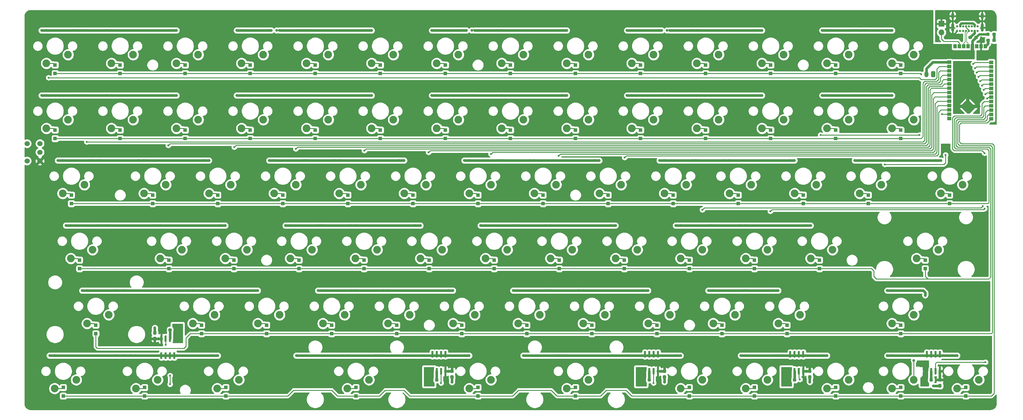
<source format=gbr>
%TF.GenerationSoftware,KiCad,Pcbnew,(5.1.9)-1*%
%TF.CreationDate,2021-08-25T16:21:07-05:00*%
%TF.ProjectId,Full_75,46756c6c-5f37-4352-9e6b-696361645f70,rev?*%
%TF.SameCoordinates,Original*%
%TF.FileFunction,Copper,L2,Bot*%
%TF.FilePolarity,Positive*%
%FSLAX46Y46*%
G04 Gerber Fmt 4.6, Leading zero omitted, Abs format (unit mm)*
G04 Created by KiCad (PCBNEW (5.1.9)-1) date 2021-08-25 16:21:07*
%MOMM*%
%LPD*%
G01*
G04 APERTURE LIST*
%TA.AperFunction,ComponentPad*%
%ADD10C,1.524000*%
%TD*%
%TA.AperFunction,WasherPad*%
%ADD11C,1.524000*%
%TD*%
%TA.AperFunction,ComponentPad*%
%ADD12O,1.200000X1.750000*%
%TD*%
%TA.AperFunction,ComponentPad*%
%ADD13C,2.250000*%
%TD*%
%TA.AperFunction,ComponentPad*%
%ADD14O,0.900000X1.700000*%
%TD*%
%TA.AperFunction,ComponentPad*%
%ADD15O,0.900000X2.400000*%
%TD*%
%TA.AperFunction,ComponentPad*%
%ADD16C,0.650000*%
%TD*%
%TA.AperFunction,SMDPad,CuDef*%
%ADD17C,0.100000*%
%TD*%
%TA.AperFunction,SMDPad,CuDef*%
%ADD18R,1.200000X1.000000*%
%TD*%
%TA.AperFunction,SMDPad,CuDef*%
%ADD19R,1.000000X1.200000*%
%TD*%
%TA.AperFunction,ComponentPad*%
%ADD20O,1.700000X1.700000*%
%TD*%
%TA.AperFunction,ComponentPad*%
%ADD21R,1.700000X1.700000*%
%TD*%
%TA.AperFunction,SMDPad,CuDef*%
%ADD22R,1.000000X1.000000*%
%TD*%
%TA.AperFunction,ViaPad*%
%ADD23C,0.800000*%
%TD*%
%TA.AperFunction,ViaPad*%
%ADD24C,0.600000*%
%TD*%
%TA.AperFunction,Conductor*%
%ADD25C,0.762000*%
%TD*%
%TA.AperFunction,Conductor*%
%ADD26C,0.635000*%
%TD*%
%TA.AperFunction,Conductor*%
%ADD27C,1.016000*%
%TD*%
%TA.AperFunction,Conductor*%
%ADD28C,0.254000*%
%TD*%
%TA.AperFunction,Conductor*%
%ADD29C,0.200000*%
%TD*%
%TA.AperFunction,Conductor*%
%ADD30C,0.100000*%
%TD*%
G04 APERTURE END LIST*
D10*
%TO.P,J2,3*%
%TO.N,/LED_EN_NUM*%
X35240562Y-61910970D03*
D11*
%TO.P,J2,*%
%TO.N,*%
X31481362Y-61910970D03*
X31481362Y-66990970D03*
D10*
%TO.P,J2,2*%
%TO.N,GND*%
X35240562Y-64450970D03*
%TO.P,J2,1*%
%TO.N,+5V*%
X35240562Y-66990970D03*
%TD*%
D12*
%TO.P,J1,2*%
%TO.N,Net-(J1-Pad2)*%
X294828562Y-41590970D03*
%TO.P,J1,1*%
%TO.N,GND*%
%TA.AperFunction,ComponentPad*%
G36*
G01*
X297428562Y-40965969D02*
X297428562Y-42215971D01*
G75*
G02*
X297178563Y-42465970I-249999J0D01*
G01*
X296478561Y-42465970D01*
G75*
G02*
X296228562Y-42215971I0J249999D01*
G01*
X296228562Y-40965969D01*
G75*
G02*
X296478561Y-40715970I249999J0D01*
G01*
X297178563Y-40715970D01*
G75*
G02*
X297428562Y-40965969I0J-249999D01*
G01*
G37*
%TD.AperFunction*%
%TD*%
D13*
%TO.P,MX93,1*%
%TO.N,/Col[13]*%
X298273706Y-93022298D03*
%TO.P,MX93,2*%
%TO.N,Net-(D94-Pad2)*%
X291923706Y-95562298D03*
%TD*%
%TO.P,MX45,1*%
%TO.N,/Col[3]*%
X131597222Y-131119850D03*
%TO.P,MX45,2*%
%TO.N,Net-(D45-Pad2)*%
X125247222Y-133659850D03*
%TD*%
%TO.P,MX33,1*%
%TO.N,/Col[1]*%
X69687782Y-131119850D03*
%TO.P,MX33,2*%
%TO.N,Net-(D33-Pad2)*%
X63337782Y-133659850D03*
%TD*%
D14*
%TO.P,USB1,S1*%
%TO.N,GND*%
X311145562Y-24530970D03*
X302495562Y-24530970D03*
D15*
X311145562Y-27910970D03*
X302495562Y-27910970D03*
D16*
%TO.P,USB1,B1*%
X309800562Y-27565970D03*
%TO.P,USB1,B4*%
%TO.N,Net-(F1-Pad2)*%
X308950562Y-27565970D03*
%TO.P,USB1,B5*%
%TO.N,Net-(R2-Pad1)*%
X308100562Y-27565970D03*
%TO.P,USB1,B6*%
%TO.N,USB_D+*%
X307250562Y-27565970D03*
%TO.P,USB1,B7*%
%TO.N,USB_D-*%
X306400562Y-27565970D03*
%TO.P,USB1,B8*%
%TO.N,Net-(USB1-PadB8)*%
X305550562Y-27565970D03*
%TO.P,USB1,B9*%
%TO.N,Net-(F1-Pad2)*%
X304700562Y-27565970D03*
%TO.P,USB1,B12*%
%TO.N,GND*%
X303845562Y-27565970D03*
%TO.P,USB1,A12*%
X309795562Y-28890970D03*
%TO.P,USB1,A9*%
%TO.N,Net-(F1-Pad2)*%
X308945562Y-28890970D03*
%TO.P,USB1,A8*%
%TO.N,Net-(USB1-PadA8)*%
X308095562Y-28890970D03*
%TO.P,USB1,A7*%
%TO.N,USB_D-*%
X307245562Y-28890970D03*
%TO.P,USB1,A6*%
%TO.N,USB_D+*%
X306395562Y-28890970D03*
%TO.P,USB1,A4*%
%TO.N,Net-(F1-Pad2)*%
X304695562Y-28890970D03*
%TO.P,USB1,A1*%
%TO.N,GND*%
X303845562Y-28890970D03*
%TO.P,USB1,A5*%
%TO.N,Net-(R1-Pad2)*%
X305545562Y-28890970D03*
%TD*%
%TO.P,U6,8*%
%TO.N,/LED_CAT4*%
%TA.AperFunction,SMDPad,CuDef*%
G36*
G01*
X298915562Y-124610970D02*
X298615562Y-124610970D01*
G75*
G02*
X298465562Y-124460970I0J150000D01*
G01*
X298465562Y-122810970D01*
G75*
G02*
X298615562Y-122660970I150000J0D01*
G01*
X298915562Y-122660970D01*
G75*
G02*
X299065562Y-122810970I0J-150000D01*
G01*
X299065562Y-124460970D01*
G75*
G02*
X298915562Y-124610970I-150000J0D01*
G01*
G37*
%TD.AperFunction*%
%TO.P,U6,7*%
%TA.AperFunction,SMDPad,CuDef*%
G36*
G01*
X297645562Y-124610970D02*
X297345562Y-124610970D01*
G75*
G02*
X297195562Y-124460970I0J150000D01*
G01*
X297195562Y-122810970D01*
G75*
G02*
X297345562Y-122660970I150000J0D01*
G01*
X297645562Y-122660970D01*
G75*
G02*
X297795562Y-122810970I0J-150000D01*
G01*
X297795562Y-124460970D01*
G75*
G02*
X297645562Y-124610970I-150000J0D01*
G01*
G37*
%TD.AperFunction*%
%TO.P,U6,6*%
%TA.AperFunction,SMDPad,CuDef*%
G36*
G01*
X296375562Y-124610970D02*
X296075562Y-124610970D01*
G75*
G02*
X295925562Y-124460970I0J150000D01*
G01*
X295925562Y-122810970D01*
G75*
G02*
X296075562Y-122660970I150000J0D01*
G01*
X296375562Y-122660970D01*
G75*
G02*
X296525562Y-122810970I0J-150000D01*
G01*
X296525562Y-124460970D01*
G75*
G02*
X296375562Y-124610970I-150000J0D01*
G01*
G37*
%TD.AperFunction*%
%TO.P,U6,5*%
%TA.AperFunction,SMDPad,CuDef*%
G36*
G01*
X295105562Y-124610970D02*
X294805562Y-124610970D01*
G75*
G02*
X294655562Y-124460970I0J150000D01*
G01*
X294655562Y-122810970D01*
G75*
G02*
X294805562Y-122660970I150000J0D01*
G01*
X295105562Y-122660970D01*
G75*
G02*
X295255562Y-122810970I0J-150000D01*
G01*
X295255562Y-124460970D01*
G75*
G02*
X295105562Y-124610970I-150000J0D01*
G01*
G37*
%TD.AperFunction*%
%TO.P,U6,4*%
%TO.N,GND*%
%TA.AperFunction,SMDPad,CuDef*%
G36*
G01*
X295105562Y-129560970D02*
X294805562Y-129560970D01*
G75*
G02*
X294655562Y-129410970I0J150000D01*
G01*
X294655562Y-127760970D01*
G75*
G02*
X294805562Y-127610970I150000J0D01*
G01*
X295105562Y-127610970D01*
G75*
G02*
X295255562Y-127760970I0J-150000D01*
G01*
X295255562Y-129410970D01*
G75*
G02*
X295105562Y-129560970I-150000J0D01*
G01*
G37*
%TD.AperFunction*%
%TO.P,U6,3*%
%TO.N,Net-(R8-Pad2)*%
%TA.AperFunction,SMDPad,CuDef*%
G36*
G01*
X296375562Y-129560970D02*
X296075562Y-129560970D01*
G75*
G02*
X295925562Y-129410970I0J150000D01*
G01*
X295925562Y-127760970D01*
G75*
G02*
X296075562Y-127610970I150000J0D01*
G01*
X296375562Y-127610970D01*
G75*
G02*
X296525562Y-127760970I0J-150000D01*
G01*
X296525562Y-129410970D01*
G75*
G02*
X296375562Y-129560970I-150000J0D01*
G01*
G37*
%TD.AperFunction*%
%TO.P,U6,2*%
%TO.N,/LED_EN4*%
%TA.AperFunction,SMDPad,CuDef*%
G36*
G01*
X297645562Y-129560970D02*
X297345562Y-129560970D01*
G75*
G02*
X297195562Y-129410970I0J150000D01*
G01*
X297195562Y-127760970D01*
G75*
G02*
X297345562Y-127610970I150000J0D01*
G01*
X297645562Y-127610970D01*
G75*
G02*
X297795562Y-127760970I0J-150000D01*
G01*
X297795562Y-129410970D01*
G75*
G02*
X297645562Y-129560970I-150000J0D01*
G01*
G37*
%TD.AperFunction*%
%TO.P,U6,1*%
%TO.N,+5V*%
%TA.AperFunction,SMDPad,CuDef*%
G36*
G01*
X298915562Y-129560970D02*
X298615562Y-129560970D01*
G75*
G02*
X298465562Y-129410970I0J150000D01*
G01*
X298465562Y-127760970D01*
G75*
G02*
X298615562Y-127610970I150000J0D01*
G01*
X298915562Y-127610970D01*
G75*
G02*
X299065562Y-127760970I0J-150000D01*
G01*
X299065562Y-129410970D01*
G75*
G02*
X298915562Y-129560970I-150000J0D01*
G01*
G37*
%TD.AperFunction*%
%TD*%
%TO.P,U5,8*%
%TO.N,/LED_CAT3*%
%TA.AperFunction,SMDPad,CuDef*%
G36*
G01*
X258910562Y-124610970D02*
X258610562Y-124610970D01*
G75*
G02*
X258460562Y-124460970I0J150000D01*
G01*
X258460562Y-122810970D01*
G75*
G02*
X258610562Y-122660970I150000J0D01*
G01*
X258910562Y-122660970D01*
G75*
G02*
X259060562Y-122810970I0J-150000D01*
G01*
X259060562Y-124460970D01*
G75*
G02*
X258910562Y-124610970I-150000J0D01*
G01*
G37*
%TD.AperFunction*%
%TO.P,U5,7*%
%TA.AperFunction,SMDPad,CuDef*%
G36*
G01*
X257640562Y-124610970D02*
X257340562Y-124610970D01*
G75*
G02*
X257190562Y-124460970I0J150000D01*
G01*
X257190562Y-122810970D01*
G75*
G02*
X257340562Y-122660970I150000J0D01*
G01*
X257640562Y-122660970D01*
G75*
G02*
X257790562Y-122810970I0J-150000D01*
G01*
X257790562Y-124460970D01*
G75*
G02*
X257640562Y-124610970I-150000J0D01*
G01*
G37*
%TD.AperFunction*%
%TO.P,U5,6*%
%TA.AperFunction,SMDPad,CuDef*%
G36*
G01*
X256370562Y-124610970D02*
X256070562Y-124610970D01*
G75*
G02*
X255920562Y-124460970I0J150000D01*
G01*
X255920562Y-122810970D01*
G75*
G02*
X256070562Y-122660970I150000J0D01*
G01*
X256370562Y-122660970D01*
G75*
G02*
X256520562Y-122810970I0J-150000D01*
G01*
X256520562Y-124460970D01*
G75*
G02*
X256370562Y-124610970I-150000J0D01*
G01*
G37*
%TD.AperFunction*%
%TO.P,U5,5*%
%TA.AperFunction,SMDPad,CuDef*%
G36*
G01*
X255100562Y-124610970D02*
X254800562Y-124610970D01*
G75*
G02*
X254650562Y-124460970I0J150000D01*
G01*
X254650562Y-122810970D01*
G75*
G02*
X254800562Y-122660970I150000J0D01*
G01*
X255100562Y-122660970D01*
G75*
G02*
X255250562Y-122810970I0J-150000D01*
G01*
X255250562Y-124460970D01*
G75*
G02*
X255100562Y-124610970I-150000J0D01*
G01*
G37*
%TD.AperFunction*%
%TO.P,U5,4*%
%TO.N,GND*%
%TA.AperFunction,SMDPad,CuDef*%
G36*
G01*
X255100562Y-129560970D02*
X254800562Y-129560970D01*
G75*
G02*
X254650562Y-129410970I0J150000D01*
G01*
X254650562Y-127760970D01*
G75*
G02*
X254800562Y-127610970I150000J0D01*
G01*
X255100562Y-127610970D01*
G75*
G02*
X255250562Y-127760970I0J-150000D01*
G01*
X255250562Y-129410970D01*
G75*
G02*
X255100562Y-129560970I-150000J0D01*
G01*
G37*
%TD.AperFunction*%
%TO.P,U5,3*%
%TO.N,Net-(R7-Pad2)*%
%TA.AperFunction,SMDPad,CuDef*%
G36*
G01*
X256370562Y-129560970D02*
X256070562Y-129560970D01*
G75*
G02*
X255920562Y-129410970I0J150000D01*
G01*
X255920562Y-127760970D01*
G75*
G02*
X256070562Y-127610970I150000J0D01*
G01*
X256370562Y-127610970D01*
G75*
G02*
X256520562Y-127760970I0J-150000D01*
G01*
X256520562Y-129410970D01*
G75*
G02*
X256370562Y-129560970I-150000J0D01*
G01*
G37*
%TD.AperFunction*%
%TO.P,U5,2*%
%TO.N,/LED_EN3*%
%TA.AperFunction,SMDPad,CuDef*%
G36*
G01*
X257640562Y-129560970D02*
X257340562Y-129560970D01*
G75*
G02*
X257190562Y-129410970I0J150000D01*
G01*
X257190562Y-127760970D01*
G75*
G02*
X257340562Y-127610970I150000J0D01*
G01*
X257640562Y-127610970D01*
G75*
G02*
X257790562Y-127760970I0J-150000D01*
G01*
X257790562Y-129410970D01*
G75*
G02*
X257640562Y-129560970I-150000J0D01*
G01*
G37*
%TD.AperFunction*%
%TO.P,U5,1*%
%TO.N,+5V*%
%TA.AperFunction,SMDPad,CuDef*%
G36*
G01*
X258910562Y-129560970D02*
X258610562Y-129560970D01*
G75*
G02*
X258460562Y-129410970I0J150000D01*
G01*
X258460562Y-127760970D01*
G75*
G02*
X258610562Y-127610970I150000J0D01*
G01*
X258910562Y-127610970D01*
G75*
G02*
X259060562Y-127760970I0J-150000D01*
G01*
X259060562Y-129410970D01*
G75*
G02*
X258910562Y-129560970I-150000J0D01*
G01*
G37*
%TD.AperFunction*%
%TD*%
%TO.P,U4,8*%
%TO.N,/LED_CAT2*%
%TA.AperFunction,SMDPad,CuDef*%
G36*
G01*
X216365562Y-124610970D02*
X216065562Y-124610970D01*
G75*
G02*
X215915562Y-124460970I0J150000D01*
G01*
X215915562Y-122810970D01*
G75*
G02*
X216065562Y-122660970I150000J0D01*
G01*
X216365562Y-122660970D01*
G75*
G02*
X216515562Y-122810970I0J-150000D01*
G01*
X216515562Y-124460970D01*
G75*
G02*
X216365562Y-124610970I-150000J0D01*
G01*
G37*
%TD.AperFunction*%
%TO.P,U4,7*%
%TA.AperFunction,SMDPad,CuDef*%
G36*
G01*
X215095562Y-124610970D02*
X214795562Y-124610970D01*
G75*
G02*
X214645562Y-124460970I0J150000D01*
G01*
X214645562Y-122810970D01*
G75*
G02*
X214795562Y-122660970I150000J0D01*
G01*
X215095562Y-122660970D01*
G75*
G02*
X215245562Y-122810970I0J-150000D01*
G01*
X215245562Y-124460970D01*
G75*
G02*
X215095562Y-124610970I-150000J0D01*
G01*
G37*
%TD.AperFunction*%
%TO.P,U4,6*%
%TA.AperFunction,SMDPad,CuDef*%
G36*
G01*
X213825562Y-124610970D02*
X213525562Y-124610970D01*
G75*
G02*
X213375562Y-124460970I0J150000D01*
G01*
X213375562Y-122810970D01*
G75*
G02*
X213525562Y-122660970I150000J0D01*
G01*
X213825562Y-122660970D01*
G75*
G02*
X213975562Y-122810970I0J-150000D01*
G01*
X213975562Y-124460970D01*
G75*
G02*
X213825562Y-124610970I-150000J0D01*
G01*
G37*
%TD.AperFunction*%
%TO.P,U4,5*%
%TA.AperFunction,SMDPad,CuDef*%
G36*
G01*
X212555562Y-124610970D02*
X212255562Y-124610970D01*
G75*
G02*
X212105562Y-124460970I0J150000D01*
G01*
X212105562Y-122810970D01*
G75*
G02*
X212255562Y-122660970I150000J0D01*
G01*
X212555562Y-122660970D01*
G75*
G02*
X212705562Y-122810970I0J-150000D01*
G01*
X212705562Y-124460970D01*
G75*
G02*
X212555562Y-124610970I-150000J0D01*
G01*
G37*
%TD.AperFunction*%
%TO.P,U4,4*%
%TO.N,GND*%
%TA.AperFunction,SMDPad,CuDef*%
G36*
G01*
X212555562Y-129560970D02*
X212255562Y-129560970D01*
G75*
G02*
X212105562Y-129410970I0J150000D01*
G01*
X212105562Y-127760970D01*
G75*
G02*
X212255562Y-127610970I150000J0D01*
G01*
X212555562Y-127610970D01*
G75*
G02*
X212705562Y-127760970I0J-150000D01*
G01*
X212705562Y-129410970D01*
G75*
G02*
X212555562Y-129560970I-150000J0D01*
G01*
G37*
%TD.AperFunction*%
%TO.P,U4,3*%
%TO.N,Net-(R6-Pad2)*%
%TA.AperFunction,SMDPad,CuDef*%
G36*
G01*
X213825562Y-129560970D02*
X213525562Y-129560970D01*
G75*
G02*
X213375562Y-129410970I0J150000D01*
G01*
X213375562Y-127760970D01*
G75*
G02*
X213525562Y-127610970I150000J0D01*
G01*
X213825562Y-127610970D01*
G75*
G02*
X213975562Y-127760970I0J-150000D01*
G01*
X213975562Y-129410970D01*
G75*
G02*
X213825562Y-129560970I-150000J0D01*
G01*
G37*
%TD.AperFunction*%
%TO.P,U4,2*%
%TO.N,/LED_EN2*%
%TA.AperFunction,SMDPad,CuDef*%
G36*
G01*
X215095562Y-129560970D02*
X214795562Y-129560970D01*
G75*
G02*
X214645562Y-129410970I0J150000D01*
G01*
X214645562Y-127760970D01*
G75*
G02*
X214795562Y-127610970I150000J0D01*
G01*
X215095562Y-127610970D01*
G75*
G02*
X215245562Y-127760970I0J-150000D01*
G01*
X215245562Y-129410970D01*
G75*
G02*
X215095562Y-129560970I-150000J0D01*
G01*
G37*
%TD.AperFunction*%
%TO.P,U4,1*%
%TO.N,+5V*%
%TA.AperFunction,SMDPad,CuDef*%
G36*
G01*
X216365562Y-129560970D02*
X216065562Y-129560970D01*
G75*
G02*
X215915562Y-129410970I0J150000D01*
G01*
X215915562Y-127760970D01*
G75*
G02*
X216065562Y-127610970I150000J0D01*
G01*
X216365562Y-127610970D01*
G75*
G02*
X216515562Y-127760970I0J-150000D01*
G01*
X216515562Y-129410970D01*
G75*
G02*
X216365562Y-129560970I-150000J0D01*
G01*
G37*
%TD.AperFunction*%
%TD*%
%TO.P,U3,8*%
%TO.N,/LED_CAT1*%
%TA.AperFunction,SMDPad,CuDef*%
G36*
G01*
X154127606Y-124604238D02*
X153827606Y-124604238D01*
G75*
G02*
X153677606Y-124454238I0J150000D01*
G01*
X153677606Y-122804238D01*
G75*
G02*
X153827606Y-122654238I150000J0D01*
G01*
X154127606Y-122654238D01*
G75*
G02*
X154277606Y-122804238I0J-150000D01*
G01*
X154277606Y-124454238D01*
G75*
G02*
X154127606Y-124604238I-150000J0D01*
G01*
G37*
%TD.AperFunction*%
%TO.P,U3,7*%
%TA.AperFunction,SMDPad,CuDef*%
G36*
G01*
X152857606Y-124604238D02*
X152557606Y-124604238D01*
G75*
G02*
X152407606Y-124454238I0J150000D01*
G01*
X152407606Y-122804238D01*
G75*
G02*
X152557606Y-122654238I150000J0D01*
G01*
X152857606Y-122654238D01*
G75*
G02*
X153007606Y-122804238I0J-150000D01*
G01*
X153007606Y-124454238D01*
G75*
G02*
X152857606Y-124604238I-150000J0D01*
G01*
G37*
%TD.AperFunction*%
%TO.P,U3,6*%
%TA.AperFunction,SMDPad,CuDef*%
G36*
G01*
X151587606Y-124604238D02*
X151287606Y-124604238D01*
G75*
G02*
X151137606Y-124454238I0J150000D01*
G01*
X151137606Y-122804238D01*
G75*
G02*
X151287606Y-122654238I150000J0D01*
G01*
X151587606Y-122654238D01*
G75*
G02*
X151737606Y-122804238I0J-150000D01*
G01*
X151737606Y-124454238D01*
G75*
G02*
X151587606Y-124604238I-150000J0D01*
G01*
G37*
%TD.AperFunction*%
%TO.P,U3,5*%
%TA.AperFunction,SMDPad,CuDef*%
G36*
G01*
X150317606Y-124604238D02*
X150017606Y-124604238D01*
G75*
G02*
X149867606Y-124454238I0J150000D01*
G01*
X149867606Y-122804238D01*
G75*
G02*
X150017606Y-122654238I150000J0D01*
G01*
X150317606Y-122654238D01*
G75*
G02*
X150467606Y-122804238I0J-150000D01*
G01*
X150467606Y-124454238D01*
G75*
G02*
X150317606Y-124604238I-150000J0D01*
G01*
G37*
%TD.AperFunction*%
%TO.P,U3,4*%
%TO.N,GND*%
%TA.AperFunction,SMDPad,CuDef*%
G36*
G01*
X150317606Y-129554238D02*
X150017606Y-129554238D01*
G75*
G02*
X149867606Y-129404238I0J150000D01*
G01*
X149867606Y-127754238D01*
G75*
G02*
X150017606Y-127604238I150000J0D01*
G01*
X150317606Y-127604238D01*
G75*
G02*
X150467606Y-127754238I0J-150000D01*
G01*
X150467606Y-129404238D01*
G75*
G02*
X150317606Y-129554238I-150000J0D01*
G01*
G37*
%TD.AperFunction*%
%TO.P,U3,3*%
%TO.N,Net-(R5-Pad2)*%
%TA.AperFunction,SMDPad,CuDef*%
G36*
G01*
X151587606Y-129554238D02*
X151287606Y-129554238D01*
G75*
G02*
X151137606Y-129404238I0J150000D01*
G01*
X151137606Y-127754238D01*
G75*
G02*
X151287606Y-127604238I150000J0D01*
G01*
X151587606Y-127604238D01*
G75*
G02*
X151737606Y-127754238I0J-150000D01*
G01*
X151737606Y-129404238D01*
G75*
G02*
X151587606Y-129554238I-150000J0D01*
G01*
G37*
%TD.AperFunction*%
%TO.P,U3,2*%
%TO.N,/LED_EN1*%
%TA.AperFunction,SMDPad,CuDef*%
G36*
G01*
X152857606Y-129554238D02*
X152557606Y-129554238D01*
G75*
G02*
X152407606Y-129404238I0J150000D01*
G01*
X152407606Y-127754238D01*
G75*
G02*
X152557606Y-127604238I150000J0D01*
G01*
X152857606Y-127604238D01*
G75*
G02*
X153007606Y-127754238I0J-150000D01*
G01*
X153007606Y-129404238D01*
G75*
G02*
X152857606Y-129554238I-150000J0D01*
G01*
G37*
%TD.AperFunction*%
%TO.P,U3,1*%
%TO.N,+5V*%
%TA.AperFunction,SMDPad,CuDef*%
G36*
G01*
X154127606Y-129554238D02*
X153827606Y-129554238D01*
G75*
G02*
X153677606Y-129404238I0J150000D01*
G01*
X153677606Y-127754238D01*
G75*
G02*
X153827606Y-127604238I150000J0D01*
G01*
X154127606Y-127604238D01*
G75*
G02*
X154277606Y-127754238I0J-150000D01*
G01*
X154277606Y-129404238D01*
G75*
G02*
X154127606Y-129554238I-150000J0D01*
G01*
G37*
%TD.AperFunction*%
%TD*%
%TO.P,U2,8*%
%TO.N,/LED_CAT0*%
%TA.AperFunction,SMDPad,CuDef*%
G36*
G01*
X70650562Y-123029850D02*
X70950562Y-123029850D01*
G75*
G02*
X71100562Y-123179850I0J-150000D01*
G01*
X71100562Y-124829850D01*
G75*
G02*
X70950562Y-124979850I-150000J0D01*
G01*
X70650562Y-124979850D01*
G75*
G02*
X70500562Y-124829850I0J150000D01*
G01*
X70500562Y-123179850D01*
G75*
G02*
X70650562Y-123029850I150000J0D01*
G01*
G37*
%TD.AperFunction*%
%TO.P,U2,7*%
%TA.AperFunction,SMDPad,CuDef*%
G36*
G01*
X71920562Y-123029850D02*
X72220562Y-123029850D01*
G75*
G02*
X72370562Y-123179850I0J-150000D01*
G01*
X72370562Y-124829850D01*
G75*
G02*
X72220562Y-124979850I-150000J0D01*
G01*
X71920562Y-124979850D01*
G75*
G02*
X71770562Y-124829850I0J150000D01*
G01*
X71770562Y-123179850D01*
G75*
G02*
X71920562Y-123029850I150000J0D01*
G01*
G37*
%TD.AperFunction*%
%TO.P,U2,6*%
%TA.AperFunction,SMDPad,CuDef*%
G36*
G01*
X73190562Y-123029850D02*
X73490562Y-123029850D01*
G75*
G02*
X73640562Y-123179850I0J-150000D01*
G01*
X73640562Y-124829850D01*
G75*
G02*
X73490562Y-124979850I-150000J0D01*
G01*
X73190562Y-124979850D01*
G75*
G02*
X73040562Y-124829850I0J150000D01*
G01*
X73040562Y-123179850D01*
G75*
G02*
X73190562Y-123029850I150000J0D01*
G01*
G37*
%TD.AperFunction*%
%TO.P,U2,5*%
%TA.AperFunction,SMDPad,CuDef*%
G36*
G01*
X74460562Y-123029850D02*
X74760562Y-123029850D01*
G75*
G02*
X74910562Y-123179850I0J-150000D01*
G01*
X74910562Y-124829850D01*
G75*
G02*
X74760562Y-124979850I-150000J0D01*
G01*
X74460562Y-124979850D01*
G75*
G02*
X74310562Y-124829850I0J150000D01*
G01*
X74310562Y-123179850D01*
G75*
G02*
X74460562Y-123029850I150000J0D01*
G01*
G37*
%TD.AperFunction*%
%TO.P,U2,4*%
%TO.N,GND*%
%TA.AperFunction,SMDPad,CuDef*%
G36*
G01*
X74460562Y-118079850D02*
X74760562Y-118079850D01*
G75*
G02*
X74910562Y-118229850I0J-150000D01*
G01*
X74910562Y-119879850D01*
G75*
G02*
X74760562Y-120029850I-150000J0D01*
G01*
X74460562Y-120029850D01*
G75*
G02*
X74310562Y-119879850I0J150000D01*
G01*
X74310562Y-118229850D01*
G75*
G02*
X74460562Y-118079850I150000J0D01*
G01*
G37*
%TD.AperFunction*%
%TO.P,U2,3*%
%TO.N,Net-(R4-Pad2)*%
%TA.AperFunction,SMDPad,CuDef*%
G36*
G01*
X73190562Y-118079850D02*
X73490562Y-118079850D01*
G75*
G02*
X73640562Y-118229850I0J-150000D01*
G01*
X73640562Y-119879850D01*
G75*
G02*
X73490562Y-120029850I-150000J0D01*
G01*
X73190562Y-120029850D01*
G75*
G02*
X73040562Y-119879850I0J150000D01*
G01*
X73040562Y-118229850D01*
G75*
G02*
X73190562Y-118079850I150000J0D01*
G01*
G37*
%TD.AperFunction*%
%TO.P,U2,2*%
%TO.N,/LED_EN0*%
%TA.AperFunction,SMDPad,CuDef*%
G36*
G01*
X71920562Y-118079850D02*
X72220562Y-118079850D01*
G75*
G02*
X72370562Y-118229850I0J-150000D01*
G01*
X72370562Y-119879850D01*
G75*
G02*
X72220562Y-120029850I-150000J0D01*
G01*
X71920562Y-120029850D01*
G75*
G02*
X71770562Y-119879850I0J150000D01*
G01*
X71770562Y-118229850D01*
G75*
G02*
X71920562Y-118079850I150000J0D01*
G01*
G37*
%TD.AperFunction*%
%TO.P,U2,1*%
%TO.N,+5V*%
%TA.AperFunction,SMDPad,CuDef*%
G36*
G01*
X70650562Y-118079850D02*
X70950562Y-118079850D01*
G75*
G02*
X71100562Y-118229850I0J-150000D01*
G01*
X71100562Y-119879850D01*
G75*
G02*
X70950562Y-120029850I-150000J0D01*
G01*
X70650562Y-120029850D01*
G75*
G02*
X70500562Y-119879850I0J150000D01*
G01*
X70500562Y-118229850D01*
G75*
G02*
X70650562Y-118079850I150000J0D01*
G01*
G37*
%TD.AperFunction*%
%TD*%
%TA.AperFunction,SMDPad,CuDef*%
D17*
%TO.P,U1,2*%
%TO.N,GND*%
G36*
X309315611Y-51305368D02*
G01*
X309315608Y-51305377D01*
X309315604Y-51305386D01*
X309315597Y-51305393D01*
X307525597Y-53105393D01*
X307525590Y-53105399D01*
X307525581Y-53105404D01*
X307525572Y-53105407D01*
X307525562Y-53105408D01*
X306855562Y-53105408D01*
X306855552Y-53105407D01*
X306855543Y-53105404D01*
X306855534Y-53105400D01*
X304735520Y-50985386D01*
X304735516Y-50985377D01*
X304735513Y-50985368D01*
X304735512Y-50985358D01*
X304735513Y-50985348D01*
X304735516Y-50985339D01*
X304735520Y-50985330D01*
X304735527Y-50985323D01*
X306855527Y-48855323D01*
X306855534Y-48855316D01*
X306855543Y-48855312D01*
X306855552Y-48855309D01*
X306855562Y-48855308D01*
X306855572Y-48855309D01*
X306855581Y-48855312D01*
X306855590Y-48855316D01*
X306855597Y-48855323D01*
X309315597Y-51305323D01*
X309315604Y-51305330D01*
X309315608Y-51305339D01*
X309315611Y-51305348D01*
X309315612Y-51305358D01*
X309315611Y-51305368D01*
G37*
%TD.AperFunction*%
D18*
%TO.P,U1,23*%
%TO.N,/Col[11]*%
X313835562Y-38110558D03*
%TO.P,U1,24*%
%TO.N,/Col[12]*%
X313835562Y-39380558D03*
%TO.P,U1,25*%
%TO.N,/Col[13]*%
X313835562Y-40650558D03*
%TO.P,U1,26*%
%TO.N,/Col[9]*%
X313835562Y-41920558D03*
%TO.P,U1,27*%
%TO.N,/LED_EN4*%
X313835562Y-43190558D03*
%TO.P,U1,28*%
%TO.N,/LED_EN3*%
X313835562Y-44460558D03*
%TO.P,U1,29*%
%TO.N,/LED_EN2*%
X313835562Y-45730558D03*
%TO.P,U1,30*%
%TO.N,/LED_EN1*%
X313835562Y-47000558D03*
%TO.P,U1,31*%
%TO.N,/LED_EN0*%
X313835562Y-48270558D03*
%TO.P,U1,32*%
%TO.N,/Col[10]*%
X313835562Y-49540558D03*
%TO.P,U1,33*%
%TO.N,/Row[2]*%
X313835562Y-50810558D03*
%TO.P,U1,34*%
%TO.N,/Row[3]*%
X313835562Y-52080558D03*
%TO.P,U1,35*%
%TO.N,/Row[4]*%
X313835562Y-53350558D03*
%TO.P,U1,36*%
%TO.N,/Row[5]*%
X313835562Y-54620558D03*
%TO.P,U1,9*%
%TO.N,Net-(J1-Pad2)*%
X301495562Y-38099258D03*
%TO.P,U1,10*%
%TO.N,/LED_EN_NUM*%
X301495562Y-39369258D03*
%TO.P,U1,11*%
%TO.N,/Row[1]*%
X301495562Y-40639258D03*
%TO.P,U1,12*%
%TO.N,/Col[0]*%
X301495562Y-41909258D03*
%TO.P,U1,13*%
%TO.N,/Col[1]*%
X301495562Y-43179258D03*
%TO.P,U1,14*%
%TO.N,/Col[2]*%
X301495562Y-44449258D03*
%TO.P,U1,15*%
%TO.N,/Col[3]*%
X301495562Y-45719258D03*
%TO.P,U1,16*%
%TO.N,/Col[4]*%
X301495562Y-46989258D03*
%TO.P,U1,17*%
%TO.N,/Col[5]*%
X301495562Y-48259258D03*
%TO.P,U1,18*%
%TO.N,/Col[6]*%
X301495562Y-49529258D03*
%TO.P,U1,19*%
%TO.N,/Col[7]*%
X301495562Y-50799258D03*
%TO.P,U1,20*%
%TO.N,/Col[8]*%
X301495562Y-52069258D03*
%TO.P,U1,21*%
%TO.N,/Row[0]*%
X301495562Y-53339258D03*
%TO.P,U1,22*%
%TO.N,Net-(U1-Pad22)*%
X301495562Y-54609258D03*
D19*
%TO.P,U1,8*%
%TO.N,Net-(U1-Pad8)*%
X303210562Y-33435358D03*
%TO.P,U1,7*%
%TO.N,EN*%
X304480562Y-33435358D03*
%TO.P,U1,6*%
%TO.N,USB_D+*%
X305750562Y-33435358D03*
%TO.P,U1,5*%
%TO.N,USB_D-*%
X307020562Y-33435358D03*
%TO.P,U1,4*%
%TO.N,+5V*%
X308290562Y-33435358D03*
%TO.P,U1,3*%
%TO.N,Net-(U1-Pad3)*%
X309560562Y-33435358D03*
%TO.P,U1,2*%
%TO.N,GND*%
X310830562Y-33435358D03*
%TO.P,U1,1*%
%TO.N,Net-(D46-Pad1)*%
X312100562Y-33435358D03*
%TD*%
D20*
%TO.P,SW1,2*%
%TO.N,EN*%
X299224523Y-29366863D03*
D21*
%TO.P,SW1,1*%
%TO.N,GND*%
X299224523Y-26826863D03*
%TD*%
%TO.P,R8,2*%
%TO.N,Net-(R8-Pad2)*%
%TA.AperFunction,SMDPad,CuDef*%
G36*
G01*
X295738062Y-131363470D02*
X295738062Y-130888470D01*
G75*
G02*
X295975562Y-130650970I237500J0D01*
G01*
X296475562Y-130650970D01*
G75*
G02*
X296713062Y-130888470I0J-237500D01*
G01*
X296713062Y-131363470D01*
G75*
G02*
X296475562Y-131600970I-237500J0D01*
G01*
X295975562Y-131600970D01*
G75*
G02*
X295738062Y-131363470I0J237500D01*
G01*
G37*
%TD.AperFunction*%
%TO.P,R8,1*%
%TO.N,GND*%
%TA.AperFunction,SMDPad,CuDef*%
G36*
G01*
X293913062Y-131363470D02*
X293913062Y-130888470D01*
G75*
G02*
X294150562Y-130650970I237500J0D01*
G01*
X294650562Y-130650970D01*
G75*
G02*
X294888062Y-130888470I0J-237500D01*
G01*
X294888062Y-131363470D01*
G75*
G02*
X294650562Y-131600970I-237500J0D01*
G01*
X294150562Y-131600970D01*
G75*
G02*
X293913062Y-131363470I0J237500D01*
G01*
G37*
%TD.AperFunction*%
%TD*%
%TO.P,R7,2*%
%TO.N,Net-(R7-Pad2)*%
%TA.AperFunction,SMDPad,CuDef*%
G36*
G01*
X255733062Y-131363470D02*
X255733062Y-130888470D01*
G75*
G02*
X255970562Y-130650970I237500J0D01*
G01*
X256470562Y-130650970D01*
G75*
G02*
X256708062Y-130888470I0J-237500D01*
G01*
X256708062Y-131363470D01*
G75*
G02*
X256470562Y-131600970I-237500J0D01*
G01*
X255970562Y-131600970D01*
G75*
G02*
X255733062Y-131363470I0J237500D01*
G01*
G37*
%TD.AperFunction*%
%TO.P,R7,1*%
%TO.N,GND*%
%TA.AperFunction,SMDPad,CuDef*%
G36*
G01*
X253908062Y-131363470D02*
X253908062Y-130888470D01*
G75*
G02*
X254145562Y-130650970I237500J0D01*
G01*
X254645562Y-130650970D01*
G75*
G02*
X254883062Y-130888470I0J-237500D01*
G01*
X254883062Y-131363470D01*
G75*
G02*
X254645562Y-131600970I-237500J0D01*
G01*
X254145562Y-131600970D01*
G75*
G02*
X253908062Y-131363470I0J237500D01*
G01*
G37*
%TD.AperFunction*%
%TD*%
%TO.P,R6,2*%
%TO.N,Net-(R6-Pad2)*%
%TA.AperFunction,SMDPad,CuDef*%
G36*
G01*
X213188062Y-131363470D02*
X213188062Y-130888470D01*
G75*
G02*
X213425562Y-130650970I237500J0D01*
G01*
X213925562Y-130650970D01*
G75*
G02*
X214163062Y-130888470I0J-237500D01*
G01*
X214163062Y-131363470D01*
G75*
G02*
X213925562Y-131600970I-237500J0D01*
G01*
X213425562Y-131600970D01*
G75*
G02*
X213188062Y-131363470I0J237500D01*
G01*
G37*
%TD.AperFunction*%
%TO.P,R6,1*%
%TO.N,GND*%
%TA.AperFunction,SMDPad,CuDef*%
G36*
G01*
X211363062Y-131363470D02*
X211363062Y-130888470D01*
G75*
G02*
X211600562Y-130650970I237500J0D01*
G01*
X212100562Y-130650970D01*
G75*
G02*
X212338062Y-130888470I0J-237500D01*
G01*
X212338062Y-131363470D01*
G75*
G02*
X212100562Y-131600970I-237500J0D01*
G01*
X211600562Y-131600970D01*
G75*
G02*
X211363062Y-131363470I0J237500D01*
G01*
G37*
%TD.AperFunction*%
%TD*%
%TO.P,R5,2*%
%TO.N,Net-(R5-Pad2)*%
%TA.AperFunction,SMDPad,CuDef*%
G36*
G01*
X150958062Y-131363470D02*
X150958062Y-130888470D01*
G75*
G02*
X151195562Y-130650970I237500J0D01*
G01*
X151695562Y-130650970D01*
G75*
G02*
X151933062Y-130888470I0J-237500D01*
G01*
X151933062Y-131363470D01*
G75*
G02*
X151695562Y-131600970I-237500J0D01*
G01*
X151195562Y-131600970D01*
G75*
G02*
X150958062Y-131363470I0J237500D01*
G01*
G37*
%TD.AperFunction*%
%TO.P,R5,1*%
%TO.N,GND*%
%TA.AperFunction,SMDPad,CuDef*%
G36*
G01*
X149133062Y-131363470D02*
X149133062Y-130888470D01*
G75*
G02*
X149370562Y-130650970I237500J0D01*
G01*
X149870562Y-130650970D01*
G75*
G02*
X150108062Y-130888470I0J-237500D01*
G01*
X150108062Y-131363470D01*
G75*
G02*
X149870562Y-131600970I-237500J0D01*
G01*
X149370562Y-131600970D01*
G75*
G02*
X149133062Y-131363470I0J237500D01*
G01*
G37*
%TD.AperFunction*%
%TD*%
%TO.P,R4,2*%
%TO.N,Net-(R4-Pad2)*%
%TA.AperFunction,SMDPad,CuDef*%
G36*
G01*
X73828062Y-116283470D02*
X73828062Y-116758470D01*
G75*
G02*
X73590562Y-116995970I-237500J0D01*
G01*
X73090562Y-116995970D01*
G75*
G02*
X72853062Y-116758470I0J237500D01*
G01*
X72853062Y-116283470D01*
G75*
G02*
X73090562Y-116045970I237500J0D01*
G01*
X73590562Y-116045970D01*
G75*
G02*
X73828062Y-116283470I0J-237500D01*
G01*
G37*
%TD.AperFunction*%
%TO.P,R4,1*%
%TO.N,GND*%
%TA.AperFunction,SMDPad,CuDef*%
G36*
G01*
X75653062Y-116283470D02*
X75653062Y-116758470D01*
G75*
G02*
X75415562Y-116995970I-237500J0D01*
G01*
X74915562Y-116995970D01*
G75*
G02*
X74678062Y-116758470I0J237500D01*
G01*
X74678062Y-116283470D01*
G75*
G02*
X74915562Y-116045970I237500J0D01*
G01*
X75415562Y-116045970D01*
G75*
G02*
X75653062Y-116283470I0J-237500D01*
G01*
G37*
%TD.AperFunction*%
%TD*%
%TO.P,R3,2*%
%TO.N,Net-(D46-Pad2)*%
%TA.AperFunction,SMDPad,CuDef*%
G36*
G01*
X314153062Y-30144470D02*
X314153062Y-29669470D01*
G75*
G02*
X314390562Y-29431970I237500J0D01*
G01*
X314890562Y-29431970D01*
G75*
G02*
X315128062Y-29669470I0J-237500D01*
G01*
X315128062Y-30144470D01*
G75*
G02*
X314890562Y-30381970I-237500J0D01*
G01*
X314390562Y-30381970D01*
G75*
G02*
X314153062Y-30144470I0J237500D01*
G01*
G37*
%TD.AperFunction*%
%TO.P,R3,1*%
%TO.N,+5V*%
%TA.AperFunction,SMDPad,CuDef*%
G36*
G01*
X312328062Y-30144470D02*
X312328062Y-29669470D01*
G75*
G02*
X312565562Y-29431970I237500J0D01*
G01*
X313065562Y-29431970D01*
G75*
G02*
X313303062Y-29669470I0J-237500D01*
G01*
X313303062Y-30144470D01*
G75*
G02*
X313065562Y-30381970I-237500J0D01*
G01*
X312565562Y-30381970D01*
G75*
G02*
X312328062Y-30144470I0J237500D01*
G01*
G37*
%TD.AperFunction*%
%TD*%
D13*
%TO.P,MX99,1*%
%TO.N,/Col[13]*%
X291129650Y-54924746D03*
%TO.P,MX99,2*%
%TO.N,Net-(D100-Pad2)*%
X284779650Y-57464746D03*
%TD*%
%TO.P,MX98,1*%
%TO.N,/Col[13]*%
X291129650Y-35875970D03*
%TO.P,MX98,2*%
%TO.N,Net-(D99-Pad2)*%
X284779650Y-38415970D03*
%TD*%
%TO.P,MX97,1*%
%TO.N,/Col[13]*%
X310178426Y-131119850D03*
%TO.P,MX97,2*%
%TO.N,Net-(D98-Pad2)*%
X303828426Y-133659850D03*
%TD*%
%TO.P,MX96,1*%
%TO.N,/Col[13]*%
X305416538Y-73973522D03*
%TO.P,MX96,2*%
%TO.N,Net-(D97-Pad2)*%
X299066538Y-76513522D03*
%TD*%
%TO.P,MX95,1*%
%TO.N,/Col[12]*%
X291129650Y-131119850D03*
%TO.P,MX95,2*%
%TO.N,Net-(D96-Pad2)*%
X284779650Y-133659850D03*
%TD*%
%TO.P,MX94,1*%
%TO.N,/Col[12]*%
X291129650Y-112071074D03*
%TO.P,MX94,2*%
%TO.N,Net-(D95-Pad2)*%
X284779650Y-114611074D03*
%TD*%
%TO.P,MX92,1*%
%TO.N,/Col[12]*%
X281605262Y-73973522D03*
%TO.P,MX92,2*%
%TO.N,Net-(D93-Pad2)*%
X275255262Y-76513522D03*
%TD*%
%TO.P,MX91,1*%
%TO.N,/Col[12]*%
X272080874Y-54924746D03*
%TO.P,MX91,2*%
%TO.N,Net-(D92-Pad2)*%
X265730874Y-57464746D03*
%TD*%
%TO.P,MX90,1*%
%TO.N,/Col[12]*%
X272080874Y-35875970D03*
%TO.P,MX90,2*%
%TO.N,Net-(D91-Pad2)*%
X265730874Y-38415970D03*
%TD*%
%TO.P,MX89,1*%
%TO.N,/Col[11]*%
X267318680Y-93022298D03*
%TO.P,MX89,2*%
%TO.N,Net-(D90-Pad2)*%
X260968680Y-95562298D03*
%TD*%
%TO.P,MX88,1*%
%TO.N,/Col[11]*%
X262556486Y-73973522D03*
%TO.P,MX88,2*%
%TO.N,Net-(D89-Pad2)*%
X256206486Y-76513522D03*
%TD*%
%TO.P,MX87,1*%
%TO.N,/Col[11]*%
X253032098Y-54924746D03*
%TO.P,MX87,2*%
%TO.N,Net-(D88-Pad2)*%
X246682098Y-57464746D03*
%TD*%
%TO.P,MX86,1*%
%TO.N,/Col[11]*%
X253032098Y-35875970D03*
%TO.P,MX86,2*%
%TO.N,Net-(D87-Pad2)*%
X246682098Y-38415970D03*
%TD*%
%TO.P,MX85,1*%
%TO.N,/Col[10]*%
X272080874Y-131119850D03*
%TO.P,MX85,2*%
%TO.N,Net-(D86-Pad2)*%
X265730874Y-133659850D03*
%TD*%
%TO.P,MX84,1*%
%TO.N,/Col[10]*%
X257794292Y-112071074D03*
%TO.P,MX84,2*%
%TO.N,Net-(D85-Pad2)*%
X251444292Y-114611074D03*
%TD*%
%TO.P,MX83,1*%
%TO.N,/Col[10]*%
X248269904Y-93022298D03*
%TO.P,MX83,2*%
%TO.N,Net-(D84-Pad2)*%
X241919904Y-95562298D03*
%TD*%
%TO.P,MX82,1*%
%TO.N,/Col[10]*%
X243507710Y-73973522D03*
%TO.P,MX82,2*%
%TO.N,Net-(D83-Pad2)*%
X237157710Y-76513522D03*
%TD*%
%TO.P,MX81,1*%
%TO.N,/Col[10]*%
X233983322Y-54924746D03*
%TO.P,MX81,2*%
%TO.N,Net-(D82-Pad2)*%
X227633322Y-57464746D03*
%TD*%
%TO.P,MX80,1*%
%TO.N,/Col[10]*%
X233983322Y-35875970D03*
%TO.P,MX80,2*%
%TO.N,Net-(D81-Pad2)*%
X227633322Y-38415970D03*
%TD*%
%TO.P,MX79,1*%
%TO.N,/Col[9]*%
X248269904Y-131119850D03*
%TO.P,MX79,2*%
%TO.N,Net-(D80-Pad2)*%
X241919904Y-133659850D03*
%TD*%
%TO.P,MX78,1*%
%TO.N,/Col[9]*%
X238745516Y-112071074D03*
%TO.P,MX78,2*%
%TO.N,Net-(D79-Pad2)*%
X232395516Y-114611074D03*
%TD*%
%TO.P,MX77,1*%
%TO.N,/Col[9]*%
X229221128Y-93022298D03*
%TO.P,MX77,2*%
%TO.N,Net-(D78-Pad2)*%
X222871128Y-95562298D03*
%TD*%
%TO.P,MX76,1*%
%TO.N,/Col[9]*%
X224458934Y-73973522D03*
%TO.P,MX76,2*%
%TO.N,Net-(D77-Pad2)*%
X218108934Y-76513522D03*
%TD*%
%TO.P,MX75,1*%
%TO.N,/Col[9]*%
X214934546Y-54924746D03*
%TO.P,MX75,2*%
%TO.N,Net-(D76-Pad2)*%
X208584546Y-57464746D03*
%TD*%
%TO.P,MX74,1*%
%TO.N,/Col[9]*%
X214934546Y-35875970D03*
%TO.P,MX74,2*%
%TO.N,Net-(D75-Pad2)*%
X208584546Y-38415970D03*
%TD*%
%TO.P,MX73,1*%
%TO.N,/Col[8]*%
X229221128Y-131119850D03*
%TO.P,MX73,2*%
%TO.N,Net-(D74-Pad2)*%
X222871128Y-133659850D03*
%TD*%
%TO.P,MX72,1*%
%TO.N,/Col[8]*%
X219696740Y-112071074D03*
%TO.P,MX72,2*%
%TO.N,Net-(D73-Pad2)*%
X213346740Y-114611074D03*
%TD*%
%TO.P,MX71,1*%
%TO.N,/Col[8]*%
X210172352Y-93022298D03*
%TO.P,MX71,2*%
%TO.N,Net-(D72-Pad2)*%
X203822352Y-95562298D03*
%TD*%
%TO.P,MX70,1*%
%TO.N,/Col[8]*%
X205410158Y-73973522D03*
%TO.P,MX70,2*%
%TO.N,Net-(D71-Pad2)*%
X199060158Y-76513522D03*
%TD*%
%TO.P,MX69,1*%
%TO.N,/Col[8]*%
X195885770Y-54924746D03*
%TO.P,MX69,2*%
%TO.N,Net-(D70-Pad2)*%
X189535770Y-57464746D03*
%TD*%
%TO.P,MX68,1*%
%TO.N,/Col[8]*%
X195885770Y-35875970D03*
%TO.P,MX68,2*%
%TO.N,Net-(D69-Pad2)*%
X189535770Y-38415970D03*
%TD*%
%TO.P,MX67,1*%
%TO.N,/Col[7]*%
X200647964Y-112071074D03*
%TO.P,MX67,2*%
%TO.N,Net-(D68-Pad2)*%
X194297964Y-114611074D03*
%TD*%
%TO.P,MX66,1*%
%TO.N,/Col[7]*%
X191123576Y-93022298D03*
%TO.P,MX66,2*%
%TO.N,Net-(D67-Pad2)*%
X184773576Y-95562298D03*
%TD*%
%TO.P,MX65,1*%
%TO.N,/Col[7]*%
X186361382Y-73973522D03*
%TO.P,MX65,2*%
%TO.N,Net-(D66-Pad2)*%
X180011382Y-76513522D03*
%TD*%
%TO.P,MX64,1*%
%TO.N,/Col[7]*%
X176836994Y-54924746D03*
%TO.P,MX64,2*%
%TO.N,Net-(D65-Pad2)*%
X170486994Y-57464746D03*
%TD*%
%TO.P,MX63,1*%
%TO.N,/Col[7]*%
X176836994Y-35875970D03*
%TO.P,MX63,2*%
%TO.N,Net-(D64-Pad2)*%
X170486994Y-38415970D03*
%TD*%
%TO.P,MX62,2*%
%TO.N,Net-(D63-Pad2)*%
X189536382Y-133659850D03*
%TO.P,MX62,1*%
%TO.N,/Col[7]*%
X195886382Y-131119850D03*
%TD*%
%TO.P,MX61,1*%
%TO.N,/Col[6]*%
X181599188Y-112071074D03*
%TO.P,MX61,2*%
%TO.N,Net-(D62-Pad2)*%
X175249188Y-114611074D03*
%TD*%
%TO.P,MX60,1*%
%TO.N,/Col[6]*%
X172074800Y-93022298D03*
%TO.P,MX60,2*%
%TO.N,Net-(D61-Pad2)*%
X165724800Y-95562298D03*
%TD*%
%TO.P,MX59,1*%
%TO.N,/Col[6]*%
X167312606Y-73973522D03*
%TO.P,MX59,2*%
%TO.N,Net-(D60-Pad2)*%
X160962606Y-76513522D03*
%TD*%
%TO.P,MX58,1*%
%TO.N,/Col[6]*%
X157788218Y-54924746D03*
%TO.P,MX58,2*%
%TO.N,Net-(D59-Pad2)*%
X151438218Y-57464746D03*
%TD*%
%TO.P,MX57,1*%
%TO.N,/Col[6]*%
X157788218Y-35875970D03*
%TO.P,MX57,2*%
%TO.N,Net-(D58-Pad2)*%
X151438218Y-38415970D03*
%TD*%
%TO.P,MX56,1*%
%TO.N,/Col[5]*%
X167312606Y-131119850D03*
%TO.P,MX56,2*%
%TO.N,Net-(D57-Pad2)*%
X160962606Y-133659850D03*
%TD*%
%TO.P,MX55,1*%
%TO.N,/Col[5]*%
X162550412Y-112071074D03*
%TO.P,MX55,2*%
%TO.N,Net-(D56-Pad2)*%
X156200412Y-114611074D03*
%TD*%
%TO.P,MX54,1*%
%TO.N,/Col[5]*%
X153026024Y-93022298D03*
%TO.P,MX54,2*%
%TO.N,Net-(D55-Pad2)*%
X146676024Y-95562298D03*
%TD*%
%TO.P,MX53,1*%
%TO.N,/Col[5]*%
X148263830Y-73973522D03*
%TO.P,MX53,2*%
%TO.N,Net-(D54-Pad2)*%
X141913830Y-76513522D03*
%TD*%
%TO.P,MX52,1*%
%TO.N,/Col[5]*%
X138739442Y-54924746D03*
%TO.P,MX52,2*%
%TO.N,Net-(D53-Pad2)*%
X132389442Y-57464746D03*
%TD*%
%TO.P,MX51,1*%
%TO.N,/Col[5]*%
X138739442Y-35875970D03*
%TO.P,MX51,2*%
%TO.N,Net-(D52-Pad2)*%
X132389442Y-38415970D03*
%TD*%
%TO.P,MX50,1*%
%TO.N,/Col[4]*%
X143501636Y-112071074D03*
%TO.P,MX50,2*%
%TO.N,Net-(D51-Pad2)*%
X137151636Y-114611074D03*
%TD*%
%TO.P,MX49,1*%
%TO.N,/Col[4]*%
X133977248Y-93022298D03*
%TO.P,MX49,2*%
%TO.N,Net-(D50-Pad2)*%
X127627248Y-95562298D03*
%TD*%
%TO.P,MX48,1*%
%TO.N,/Col[4]*%
X129215054Y-73973522D03*
%TO.P,MX48,2*%
%TO.N,Net-(D49-Pad2)*%
X122865054Y-76513522D03*
%TD*%
%TO.P,MX47,1*%
%TO.N,/Col[4]*%
X119690666Y-54924746D03*
%TO.P,MX47,2*%
%TO.N,Net-(D48-Pad2)*%
X113340666Y-57464746D03*
%TD*%
%TO.P,MX46,1*%
%TO.N,/Col[4]*%
X119690666Y-35875970D03*
%TO.P,MX46,2*%
%TO.N,Net-(D47-Pad2)*%
X113340666Y-38415970D03*
%TD*%
%TO.P,MX44,1*%
%TO.N,/Col[3]*%
X124452860Y-112071074D03*
%TO.P,MX44,2*%
%TO.N,Net-(D44-Pad2)*%
X118102860Y-114611074D03*
%TD*%
%TO.P,MX43,1*%
%TO.N,/Col[3]*%
X114928472Y-93022298D03*
%TO.P,MX43,2*%
%TO.N,Net-(D43-Pad2)*%
X108578472Y-95562298D03*
%TD*%
%TO.P,MX42,1*%
%TO.N,/Col[3]*%
X110166278Y-73973522D03*
%TO.P,MX42,2*%
%TO.N,Net-(D42-Pad2)*%
X103816278Y-76513522D03*
%TD*%
%TO.P,MX41,1*%
%TO.N,/Col[3]*%
X100641890Y-54924746D03*
%TO.P,MX41,2*%
%TO.N,Net-(D41-Pad2)*%
X94291890Y-57464746D03*
%TD*%
%TO.P,MX40,1*%
%TO.N,/Col[3]*%
X100641890Y-35875970D03*
%TO.P,MX40,2*%
%TO.N,Net-(D40-Pad2)*%
X94291890Y-38415970D03*
%TD*%
%TO.P,MX39,1*%
%TO.N,/Col[2]*%
X93498752Y-131119850D03*
%TO.P,MX39,2*%
%TO.N,Net-(D39-Pad2)*%
X87148752Y-133659850D03*
%TD*%
%TO.P,MX38,1*%
%TO.N,/Col[2]*%
X105404084Y-112071074D03*
%TO.P,MX38,2*%
%TO.N,Net-(D38-Pad2)*%
X99054084Y-114611074D03*
%TD*%
%TO.P,MX37,1*%
%TO.N,/Col[2]*%
X95879696Y-93022298D03*
%TO.P,MX37,2*%
%TO.N,Net-(D37-Pad2)*%
X89529696Y-95562298D03*
%TD*%
%TO.P,MX36,1*%
%TO.N,/Col[2]*%
X91117502Y-73973522D03*
%TO.P,MX36,2*%
%TO.N,Net-(D36-Pad2)*%
X84767502Y-76513522D03*
%TD*%
%TO.P,MX35,1*%
%TO.N,/Col[2]*%
X81593114Y-54924746D03*
%TO.P,MX35,2*%
%TO.N,Net-(D35-Pad2)*%
X75243114Y-57464746D03*
%TD*%
%TO.P,MX34,1*%
%TO.N,/Col[2]*%
X81593114Y-35875970D03*
%TO.P,MX34,2*%
%TO.N,Net-(D34-Pad2)*%
X75243114Y-38415970D03*
%TD*%
%TO.P,MX32,1*%
%TO.N,/Col[1]*%
X86355308Y-112071074D03*
%TO.P,MX32,2*%
%TO.N,Net-(D32-Pad2)*%
X80005308Y-114611074D03*
%TD*%
%TO.P,MX31,1*%
%TO.N,/Col[1]*%
X76830920Y-93022298D03*
%TO.P,MX31,2*%
%TO.N,Net-(D31-Pad2)*%
X70480920Y-95562298D03*
%TD*%
%TO.P,MX30,1*%
%TO.N,/Col[1]*%
X72068726Y-73973522D03*
%TO.P,MX30,2*%
%TO.N,Net-(D30-Pad2)*%
X65718726Y-76513522D03*
%TD*%
%TO.P,MX29,1*%
%TO.N,/Col[1]*%
X62544338Y-54924746D03*
%TO.P,MX29,2*%
%TO.N,Net-(D29-Pad2)*%
X56194338Y-57464746D03*
%TD*%
%TO.P,MX28,1*%
%TO.N,/Col[1]*%
X62544338Y-35875970D03*
%TO.P,MX28,2*%
%TO.N,Net-(D28-Pad2)*%
X56194338Y-38415970D03*
%TD*%
%TO.P,MX27,1*%
%TO.N,/Col[0]*%
X45876812Y-131119850D03*
%TO.P,MX27,2*%
%TO.N,Net-(D27-Pad2)*%
X39526812Y-133659850D03*
%TD*%
%TO.P,MX26,1*%
%TO.N,/Col[0]*%
X55401812Y-112071074D03*
%TO.P,MX26,2*%
%TO.N,Net-(D26-Pad2)*%
X49051812Y-114611074D03*
%TD*%
%TO.P,MX25,1*%
%TO.N,/Col[0]*%
X50639312Y-93022298D03*
%TO.P,MX25,2*%
%TO.N,Net-(D25-Pad2)*%
X44289312Y-95562298D03*
%TD*%
%TO.P,MX24,1*%
%TO.N,/Col[0]*%
X48258062Y-73973522D03*
%TO.P,MX24,2*%
%TO.N,Net-(D24-Pad2)*%
X41908062Y-76513522D03*
%TD*%
%TO.P,MX23,1*%
%TO.N,/Col[0]*%
X43495562Y-54924746D03*
%TO.P,MX23,2*%
%TO.N,Net-(D23-Pad2)*%
X37145562Y-57464746D03*
%TD*%
%TO.P,MX22,1*%
%TO.N,/Col[0]*%
X43495562Y-35875970D03*
%TO.P,MX22,2*%
%TO.N,Net-(D22-Pad2)*%
X37145562Y-38415970D03*
%TD*%
%TO.P,F1,2*%
%TO.N,Net-(F1-Pad2)*%
%TA.AperFunction,SMDPad,CuDef*%
G36*
G01*
X308180562Y-30558470D02*
X308180562Y-31033470D01*
G75*
G02*
X307943062Y-31270970I-237500J0D01*
G01*
X307368062Y-31270970D01*
G75*
G02*
X307130562Y-31033470I0J237500D01*
G01*
X307130562Y-30558470D01*
G75*
G02*
X307368062Y-30320970I237500J0D01*
G01*
X307943062Y-30320970D01*
G75*
G02*
X308180562Y-30558470I0J-237500D01*
G01*
G37*
%TD.AperFunction*%
%TO.P,F1,1*%
%TO.N,+5V*%
%TA.AperFunction,SMDPad,CuDef*%
G36*
G01*
X309930562Y-30558470D02*
X309930562Y-31033470D01*
G75*
G02*
X309693062Y-31270970I-237500J0D01*
G01*
X309118062Y-31270970D01*
G75*
G02*
X308880562Y-31033470I0J237500D01*
G01*
X308880562Y-30558470D01*
G75*
G02*
X309118062Y-30320970I237500J0D01*
G01*
X309693062Y-30320970D01*
G75*
G02*
X309930562Y-30558470I0J-237500D01*
G01*
G37*
%TD.AperFunction*%
%TD*%
D22*
%TO.P,D100,2*%
%TO.N,Net-(D100-Pad2)*%
X287319038Y-57940027D03*
%TO.P,D100,1*%
%TO.N,/Row[1]*%
X287319038Y-60440027D03*
%TD*%
%TO.P,D99,2*%
%TO.N,Net-(D99-Pad2)*%
X287319038Y-38891251D03*
%TO.P,D99,1*%
%TO.N,/Row[0]*%
X287319038Y-41391251D03*
%TD*%
%TO.P,D98,2*%
%TO.N,Net-(D98-Pad2)*%
X306367814Y-133341432D03*
%TO.P,D98,1*%
%TO.N,/Row[5]*%
X306367814Y-135841432D03*
%TD*%
%TO.P,D97,2*%
%TO.N,Net-(D97-Pad2)*%
X301605620Y-76988803D03*
%TO.P,D97,1*%
%TO.N,/Row[2]*%
X301605620Y-79488803D03*
%TD*%
%TO.P,D96,2*%
%TO.N,Net-(D96-Pad2)*%
X287319038Y-133341432D03*
%TO.P,D96,1*%
%TO.N,/Row[5]*%
X287319038Y-135841432D03*
%TD*%
%TO.P,D95,2*%
%TO.N,Net-(D95-Pad2)*%
X287319038Y-115086355D03*
%TO.P,D95,1*%
%TO.N,/Row[4]*%
X287319038Y-117586355D03*
%TD*%
%TO.P,D94,2*%
%TO.N,Net-(D94-Pad2)*%
X294462329Y-96037579D03*
%TO.P,D94,1*%
%TO.N,/Row[3]*%
X294462329Y-98537579D03*
%TD*%
%TO.P,D93,2*%
%TO.N,Net-(D93-Pad2)*%
X277794650Y-76988803D03*
%TO.P,D93,1*%
%TO.N,/Row[2]*%
X277794650Y-79488803D03*
%TD*%
%TO.P,D92,2*%
%TO.N,Net-(D92-Pad2)*%
X268270262Y-57940027D03*
%TO.P,D92,1*%
%TO.N,/Row[1]*%
X268270262Y-60440027D03*
%TD*%
%TO.P,D91,2*%
%TO.N,Net-(D91-Pad2)*%
X268270262Y-38891251D03*
%TO.P,D91,1*%
%TO.N,/Row[0]*%
X268270262Y-41391251D03*
%TD*%
%TO.P,D90,2*%
%TO.N,Net-(D90-Pad2)*%
X263508068Y-96037579D03*
%TO.P,D90,1*%
%TO.N,/Row[3]*%
X263508068Y-98537579D03*
%TD*%
%TO.P,D89,2*%
%TO.N,Net-(D89-Pad2)*%
X258745874Y-76988803D03*
%TO.P,D89,1*%
%TO.N,/Row[2]*%
X258745874Y-79488803D03*
%TD*%
%TO.P,D88,2*%
%TO.N,Net-(D88-Pad2)*%
X249221486Y-57940027D03*
%TO.P,D88,1*%
%TO.N,/Row[1]*%
X249221486Y-60440027D03*
%TD*%
%TO.P,D87,2*%
%TO.N,Net-(D87-Pad2)*%
X249221486Y-38891251D03*
%TO.P,D87,1*%
%TO.N,/Row[0]*%
X249221486Y-41391251D03*
%TD*%
%TO.P,D86,2*%
%TO.N,Net-(D86-Pad2)*%
X268270262Y-133341432D03*
%TO.P,D86,1*%
%TO.N,/Row[5]*%
X268270262Y-135841432D03*
%TD*%
%TO.P,D85,2*%
%TO.N,Net-(D85-Pad2)*%
X253983680Y-115086355D03*
%TO.P,D85,1*%
%TO.N,/Row[4]*%
X253983680Y-117586355D03*
%TD*%
%TO.P,D84,2*%
%TO.N,Net-(D84-Pad2)*%
X244459292Y-96037579D03*
%TO.P,D84,1*%
%TO.N,/Row[3]*%
X244459292Y-98537579D03*
%TD*%
%TO.P,D83,2*%
%TO.N,Net-(D83-Pad2)*%
X239697098Y-76988803D03*
%TO.P,D83,1*%
%TO.N,/Row[2]*%
X239697098Y-79488803D03*
%TD*%
%TO.P,D82,2*%
%TO.N,Net-(D82-Pad2)*%
X230172710Y-57940027D03*
%TO.P,D82,1*%
%TO.N,/Row[1]*%
X230172710Y-60440027D03*
%TD*%
%TO.P,D81,2*%
%TO.N,Net-(D81-Pad2)*%
X230172710Y-38891251D03*
%TO.P,D81,1*%
%TO.N,/Row[0]*%
X230172710Y-41391251D03*
%TD*%
%TO.P,D80,2*%
%TO.N,Net-(D80-Pad2)*%
X244459292Y-133341432D03*
%TO.P,D80,1*%
%TO.N,/Row[5]*%
X244459292Y-135841432D03*
%TD*%
%TO.P,D79,2*%
%TO.N,Net-(D79-Pad2)*%
X234934904Y-115086355D03*
%TO.P,D79,1*%
%TO.N,/Row[4]*%
X234934904Y-117586355D03*
%TD*%
%TO.P,D78,2*%
%TO.N,Net-(D78-Pad2)*%
X225410516Y-96037579D03*
%TO.P,D78,1*%
%TO.N,/Row[3]*%
X225410516Y-98537579D03*
%TD*%
%TO.P,D77,2*%
%TO.N,Net-(D77-Pad2)*%
X220648322Y-76988803D03*
%TO.P,D77,1*%
%TO.N,/Row[2]*%
X220648322Y-79488803D03*
%TD*%
%TO.P,D76,2*%
%TO.N,Net-(D76-Pad2)*%
X211123934Y-57940027D03*
%TO.P,D76,1*%
%TO.N,/Row[1]*%
X211123934Y-60440027D03*
%TD*%
%TO.P,D75,2*%
%TO.N,Net-(D75-Pad2)*%
X211123934Y-38891251D03*
%TO.P,D75,1*%
%TO.N,/Row[0]*%
X211123934Y-41391251D03*
%TD*%
%TO.P,D74,2*%
%TO.N,Net-(D74-Pad2)*%
X225410516Y-133341432D03*
%TO.P,D74,1*%
%TO.N,/Row[5]*%
X225410516Y-135841432D03*
%TD*%
%TO.P,D73,2*%
%TO.N,Net-(D73-Pad2)*%
X215886128Y-115086355D03*
%TO.P,D73,1*%
%TO.N,/Row[4]*%
X215886128Y-117586355D03*
%TD*%
%TO.P,D72,2*%
%TO.N,Net-(D72-Pad2)*%
X206361740Y-96037579D03*
%TO.P,D72,1*%
%TO.N,/Row[3]*%
X206361740Y-98537579D03*
%TD*%
%TO.P,D71,2*%
%TO.N,Net-(D71-Pad2)*%
X201599546Y-76988803D03*
%TO.P,D71,1*%
%TO.N,/Row[2]*%
X201599546Y-79488803D03*
%TD*%
%TO.P,D70,2*%
%TO.N,Net-(D70-Pad2)*%
X192075158Y-57940027D03*
%TO.P,D70,1*%
%TO.N,/Row[1]*%
X192075158Y-60440027D03*
%TD*%
%TO.P,D69,2*%
%TO.N,Net-(D69-Pad2)*%
X192075158Y-38891251D03*
%TO.P,D69,1*%
%TO.N,/Row[0]*%
X192075158Y-41391251D03*
%TD*%
%TO.P,D68,2*%
%TO.N,Net-(D68-Pad2)*%
X196837352Y-115086355D03*
%TO.P,D68,1*%
%TO.N,/Row[4]*%
X196837352Y-117586355D03*
%TD*%
%TO.P,D67,2*%
%TO.N,Net-(D67-Pad2)*%
X187312964Y-96037579D03*
%TO.P,D67,1*%
%TO.N,/Row[3]*%
X187312964Y-98537579D03*
%TD*%
%TO.P,D66,2*%
%TO.N,Net-(D66-Pad2)*%
X182550770Y-76988803D03*
%TO.P,D66,1*%
%TO.N,/Row[2]*%
X182550770Y-79488803D03*
%TD*%
%TO.P,D65,2*%
%TO.N,Net-(D65-Pad2)*%
X173026382Y-57940027D03*
%TO.P,D65,1*%
%TO.N,/Row[1]*%
X173026382Y-60440027D03*
%TD*%
%TO.P,D64,2*%
%TO.N,Net-(D64-Pad2)*%
X173026382Y-38891251D03*
%TO.P,D64,1*%
%TO.N,/Row[0]*%
X173026382Y-41391251D03*
%TD*%
%TO.P,D63,2*%
%TO.N,Net-(D63-Pad2)*%
X192075158Y-133341432D03*
%TO.P,D63,1*%
%TO.N,/Row[5]*%
X192075158Y-135841432D03*
%TD*%
%TO.P,D62,2*%
%TO.N,Net-(D62-Pad2)*%
X177788576Y-115086355D03*
%TO.P,D62,1*%
%TO.N,/Row[4]*%
X177788576Y-117586355D03*
%TD*%
%TO.P,D61,2*%
%TO.N,Net-(D61-Pad2)*%
X168264188Y-96037579D03*
%TO.P,D61,1*%
%TO.N,/Row[3]*%
X168264188Y-98537579D03*
%TD*%
%TO.P,D60,2*%
%TO.N,Net-(D60-Pad2)*%
X163501994Y-76988803D03*
%TO.P,D60,1*%
%TO.N,/Row[2]*%
X163501994Y-79488803D03*
%TD*%
%TO.P,D59,2*%
%TO.N,Net-(D59-Pad2)*%
X153977606Y-57940027D03*
%TO.P,D59,1*%
%TO.N,/Row[1]*%
X153977606Y-60440027D03*
%TD*%
%TO.P,D58,2*%
%TO.N,Net-(D58-Pad2)*%
X153977606Y-38891251D03*
%TO.P,D58,1*%
%TO.N,/Row[0]*%
X153977606Y-41391251D03*
%TD*%
%TO.P,D57,2*%
%TO.N,Net-(D57-Pad2)*%
X163501994Y-133341432D03*
%TO.P,D57,1*%
%TO.N,/Row[5]*%
X163501994Y-135841432D03*
%TD*%
%TO.P,D56,2*%
%TO.N,Net-(D56-Pad2)*%
X158739800Y-115086355D03*
%TO.P,D56,1*%
%TO.N,/Row[4]*%
X158739800Y-117586355D03*
%TD*%
%TO.P,D55,2*%
%TO.N,Net-(D55-Pad2)*%
X149215412Y-96037579D03*
%TO.P,D55,1*%
%TO.N,/Row[3]*%
X149215412Y-98537579D03*
%TD*%
%TO.P,D54,2*%
%TO.N,Net-(D54-Pad2)*%
X144453218Y-76988803D03*
%TO.P,D54,1*%
%TO.N,/Row[2]*%
X144453218Y-79488803D03*
%TD*%
%TO.P,D53,2*%
%TO.N,Net-(D53-Pad2)*%
X134928830Y-57940027D03*
%TO.P,D53,1*%
%TO.N,/Row[1]*%
X134928830Y-60440027D03*
%TD*%
%TO.P,D52,2*%
%TO.N,Net-(D52-Pad2)*%
X134928830Y-38891251D03*
%TO.P,D52,1*%
%TO.N,/Row[0]*%
X134928830Y-41391251D03*
%TD*%
%TO.P,D51,2*%
%TO.N,Net-(D51-Pad2)*%
X139691024Y-115086355D03*
%TO.P,D51,1*%
%TO.N,/Row[4]*%
X139691024Y-117586355D03*
%TD*%
%TO.P,D50,2*%
%TO.N,Net-(D50-Pad2)*%
X130166636Y-96037579D03*
%TO.P,D50,1*%
%TO.N,/Row[3]*%
X130166636Y-98537579D03*
%TD*%
%TO.P,D49,2*%
%TO.N,Net-(D49-Pad2)*%
X125404442Y-76988803D03*
%TO.P,D49,1*%
%TO.N,/Row[2]*%
X125404442Y-79488803D03*
%TD*%
%TO.P,D48,2*%
%TO.N,Net-(D48-Pad2)*%
X115880054Y-57940027D03*
%TO.P,D48,1*%
%TO.N,/Row[1]*%
X115880054Y-60440027D03*
%TD*%
%TO.P,D47,2*%
%TO.N,Net-(D47-Pad2)*%
X115880054Y-38891251D03*
%TO.P,D47,1*%
%TO.N,/Row[0]*%
X115880054Y-41391251D03*
%TD*%
%TO.P,D46,2*%
%TO.N,Net-(D46-Pad2)*%
%TA.AperFunction,SMDPad,CuDef*%
G36*
G01*
X314115562Y-31922470D02*
X314115562Y-31447470D01*
G75*
G02*
X314353062Y-31209970I237500J0D01*
G01*
X314928062Y-31209970D01*
G75*
G02*
X315165562Y-31447470I0J-237500D01*
G01*
X315165562Y-31922470D01*
G75*
G02*
X314928062Y-32159970I-237500J0D01*
G01*
X314353062Y-32159970D01*
G75*
G02*
X314115562Y-31922470I0J237500D01*
G01*
G37*
%TD.AperFunction*%
%TO.P,D46,1*%
%TO.N,Net-(D46-Pad1)*%
%TA.AperFunction,SMDPad,CuDef*%
G36*
G01*
X312365562Y-31922470D02*
X312365562Y-31447470D01*
G75*
G02*
X312603062Y-31209970I237500J0D01*
G01*
X313178062Y-31209970D01*
G75*
G02*
X313415562Y-31447470I0J-237500D01*
G01*
X313415562Y-31922470D01*
G75*
G02*
X313178062Y-32159970I-237500J0D01*
G01*
X312603062Y-32159970D01*
G75*
G02*
X312365562Y-31922470I0J237500D01*
G01*
G37*
%TD.AperFunction*%
%TD*%
%TO.P,D45,2*%
%TO.N,Net-(D45-Pad2)*%
X127785539Y-133341432D03*
%TO.P,D45,1*%
%TO.N,/Row[5]*%
X127785539Y-135841432D03*
%TD*%
%TO.P,D44,2*%
%TO.N,Net-(D44-Pad2)*%
X120642248Y-115086355D03*
%TO.P,D44,1*%
%TO.N,/Row[4]*%
X120642248Y-117586355D03*
%TD*%
%TO.P,D43,2*%
%TO.N,Net-(D43-Pad2)*%
X111117860Y-96037579D03*
%TO.P,D43,1*%
%TO.N,/Row[3]*%
X111117860Y-98537579D03*
%TD*%
%TO.P,D42,2*%
%TO.N,Net-(D42-Pad2)*%
X106355666Y-76988803D03*
%TO.P,D42,1*%
%TO.N,/Row[2]*%
X106355666Y-79488803D03*
%TD*%
%TO.P,D41,2*%
%TO.N,Net-(D41-Pad2)*%
X96831278Y-57940027D03*
%TO.P,D41,1*%
%TO.N,/Row[1]*%
X96831278Y-60440027D03*
%TD*%
%TO.P,D40,2*%
%TO.N,Net-(D40-Pad2)*%
X96831278Y-38891251D03*
%TO.P,D40,1*%
%TO.N,/Row[0]*%
X96831278Y-41391251D03*
%TD*%
%TO.P,D39,2*%
%TO.N,Net-(D39-Pad2)*%
X89687987Y-133341432D03*
%TO.P,D39,1*%
%TO.N,/Row[5]*%
X89687987Y-135841432D03*
%TD*%
%TO.P,D38,2*%
%TO.N,Net-(D38-Pad2)*%
X101593472Y-115086355D03*
%TO.P,D38,1*%
%TO.N,/Row[4]*%
X101593472Y-117586355D03*
%TD*%
%TO.P,D37,2*%
%TO.N,Net-(D37-Pad2)*%
X92069084Y-96037579D03*
%TO.P,D37,1*%
%TO.N,/Row[3]*%
X92069084Y-98537579D03*
%TD*%
%TO.P,D36,2*%
%TO.N,Net-(D36-Pad2)*%
X87306890Y-76988803D03*
%TO.P,D36,1*%
%TO.N,/Row[2]*%
X87306890Y-79488803D03*
%TD*%
%TO.P,D35,2*%
%TO.N,Net-(D35-Pad2)*%
X77782502Y-57940027D03*
%TO.P,D35,1*%
%TO.N,/Row[1]*%
X77782502Y-60440027D03*
%TD*%
%TO.P,D34,2*%
%TO.N,Net-(D34-Pad2)*%
X77782502Y-38891251D03*
%TO.P,D34,1*%
%TO.N,/Row[0]*%
X77782502Y-41391251D03*
%TD*%
%TO.P,D33,2*%
%TO.N,Net-(D33-Pad2)*%
X65877017Y-133341432D03*
%TO.P,D33,1*%
%TO.N,/Row[5]*%
X65877017Y-135841432D03*
%TD*%
%TO.P,D32,2*%
%TO.N,Net-(D32-Pad2)*%
X82544696Y-115086355D03*
%TO.P,D32,1*%
%TO.N,/Row[4]*%
X82544696Y-117586355D03*
%TD*%
%TO.P,D31,2*%
%TO.N,Net-(D31-Pad2)*%
X73020308Y-96037579D03*
%TO.P,D31,1*%
%TO.N,/Row[3]*%
X73020308Y-98537579D03*
%TD*%
%TO.P,D30,2*%
%TO.N,Net-(D30-Pad2)*%
X68258114Y-76988803D03*
%TO.P,D30,1*%
%TO.N,/Row[2]*%
X68258114Y-79488803D03*
%TD*%
%TO.P,D29,2*%
%TO.N,Net-(D29-Pad2)*%
X58733726Y-57940027D03*
%TO.P,D29,1*%
%TO.N,/Row[1]*%
X58733726Y-60440027D03*
%TD*%
%TO.P,D28,2*%
%TO.N,Net-(D28-Pad2)*%
X58733726Y-38891251D03*
%TO.P,D28,1*%
%TO.N,/Row[0]*%
X58733726Y-41391251D03*
%TD*%
%TO.P,D27,2*%
%TO.N,Net-(D27-Pad2)*%
X42066047Y-133341432D03*
%TO.P,D27,1*%
%TO.N,/Row[5]*%
X42066047Y-135841432D03*
%TD*%
%TO.P,D26,2*%
%TO.N,Net-(D26-Pad2)*%
X51590435Y-115086355D03*
%TO.P,D26,1*%
%TO.N,/Row[4]*%
X51590435Y-117586355D03*
%TD*%
%TO.P,D25,2*%
%TO.N,Net-(D25-Pad2)*%
X46828241Y-96037579D03*
%TO.P,D25,1*%
%TO.N,/Row[3]*%
X46828241Y-98537579D03*
%TD*%
%TO.P,D24,2*%
%TO.N,Net-(D24-Pad2)*%
X44447144Y-76988803D03*
%TO.P,D24,1*%
%TO.N,/Row[2]*%
X44447144Y-79488803D03*
%TD*%
%TO.P,D23,2*%
%TO.N,Net-(D23-Pad2)*%
X39684950Y-57940027D03*
%TO.P,D23,1*%
%TO.N,/Row[1]*%
X39684950Y-60440027D03*
%TD*%
%TO.P,D22,2*%
%TO.N,Net-(D22-Pad2)*%
X39684950Y-38891251D03*
%TO.P,D22,1*%
%TO.N,/Row[0]*%
X39684950Y-41391251D03*
%TD*%
%TO.P,C5,2*%
%TO.N,+5V*%
%TA.AperFunction,SMDPad,CuDef*%
G36*
G01*
X299003062Y-131663470D02*
X298528062Y-131663470D01*
G75*
G02*
X298290562Y-131425970I0J237500D01*
G01*
X298290562Y-130825970D01*
G75*
G02*
X298528062Y-130588470I237500J0D01*
G01*
X299003062Y-130588470D01*
G75*
G02*
X299240562Y-130825970I0J-237500D01*
G01*
X299240562Y-131425970D01*
G75*
G02*
X299003062Y-131663470I-237500J0D01*
G01*
G37*
%TD.AperFunction*%
%TO.P,C5,1*%
%TO.N,GND*%
%TA.AperFunction,SMDPad,CuDef*%
G36*
G01*
X299003062Y-133388470D02*
X298528062Y-133388470D01*
G75*
G02*
X298290562Y-133150970I0J237500D01*
G01*
X298290562Y-132550970D01*
G75*
G02*
X298528062Y-132313470I237500J0D01*
G01*
X299003062Y-132313470D01*
G75*
G02*
X299240562Y-132550970I0J-237500D01*
G01*
X299240562Y-133150970D01*
G75*
G02*
X299003062Y-133388470I-237500J0D01*
G01*
G37*
%TD.AperFunction*%
%TD*%
%TO.P,C4,2*%
%TO.N,+5V*%
%TA.AperFunction,SMDPad,CuDef*%
G36*
G01*
X260903062Y-129123470D02*
X260428062Y-129123470D01*
G75*
G02*
X260190562Y-128885970I0J237500D01*
G01*
X260190562Y-128285970D01*
G75*
G02*
X260428062Y-128048470I237500J0D01*
G01*
X260903062Y-128048470D01*
G75*
G02*
X261140562Y-128285970I0J-237500D01*
G01*
X261140562Y-128885970D01*
G75*
G02*
X260903062Y-129123470I-237500J0D01*
G01*
G37*
%TD.AperFunction*%
%TO.P,C4,1*%
%TO.N,GND*%
%TA.AperFunction,SMDPad,CuDef*%
G36*
G01*
X260903062Y-130848470D02*
X260428062Y-130848470D01*
G75*
G02*
X260190562Y-130610970I0J237500D01*
G01*
X260190562Y-130010970D01*
G75*
G02*
X260428062Y-129773470I237500J0D01*
G01*
X260903062Y-129773470D01*
G75*
G02*
X261140562Y-130010970I0J-237500D01*
G01*
X261140562Y-130610970D01*
G75*
G02*
X260903062Y-130848470I-237500J0D01*
G01*
G37*
%TD.AperFunction*%
%TD*%
%TO.P,C3,2*%
%TO.N,+5V*%
%TA.AperFunction,SMDPad,CuDef*%
G36*
G01*
X218358062Y-129123470D02*
X217883062Y-129123470D01*
G75*
G02*
X217645562Y-128885970I0J237500D01*
G01*
X217645562Y-128285970D01*
G75*
G02*
X217883062Y-128048470I237500J0D01*
G01*
X218358062Y-128048470D01*
G75*
G02*
X218595562Y-128285970I0J-237500D01*
G01*
X218595562Y-128885970D01*
G75*
G02*
X218358062Y-129123470I-237500J0D01*
G01*
G37*
%TD.AperFunction*%
%TO.P,C3,1*%
%TO.N,GND*%
%TA.AperFunction,SMDPad,CuDef*%
G36*
G01*
X218358062Y-130848470D02*
X217883062Y-130848470D01*
G75*
G02*
X217645562Y-130610970I0J237500D01*
G01*
X217645562Y-130010970D01*
G75*
G02*
X217883062Y-129773470I237500J0D01*
G01*
X218358062Y-129773470D01*
G75*
G02*
X218595562Y-130010970I0J-237500D01*
G01*
X218595562Y-130610970D01*
G75*
G02*
X218358062Y-130848470I-237500J0D01*
G01*
G37*
%TD.AperFunction*%
%TD*%
%TO.P,C2,2*%
%TO.N,+5V*%
%TA.AperFunction,SMDPad,CuDef*%
G36*
G01*
X156128062Y-129123470D02*
X155653062Y-129123470D01*
G75*
G02*
X155415562Y-128885970I0J237500D01*
G01*
X155415562Y-128285970D01*
G75*
G02*
X155653062Y-128048470I237500J0D01*
G01*
X156128062Y-128048470D01*
G75*
G02*
X156365562Y-128285970I0J-237500D01*
G01*
X156365562Y-128885970D01*
G75*
G02*
X156128062Y-129123470I-237500J0D01*
G01*
G37*
%TD.AperFunction*%
%TO.P,C2,1*%
%TO.N,GND*%
%TA.AperFunction,SMDPad,CuDef*%
G36*
G01*
X156128062Y-130848470D02*
X155653062Y-130848470D01*
G75*
G02*
X155415562Y-130610970I0J237500D01*
G01*
X155415562Y-130010970D01*
G75*
G02*
X155653062Y-129773470I237500J0D01*
G01*
X156128062Y-129773470D01*
G75*
G02*
X156365562Y-130010970I0J-237500D01*
G01*
X156365562Y-130610970D01*
G75*
G02*
X156128062Y-130848470I-237500J0D01*
G01*
G37*
%TD.AperFunction*%
%TD*%
%TO.P,C1,2*%
%TO.N,+5V*%
%TA.AperFunction,SMDPad,CuDef*%
G36*
G01*
X68658062Y-118523470D02*
X69133062Y-118523470D01*
G75*
G02*
X69370562Y-118760970I0J-237500D01*
G01*
X69370562Y-119360970D01*
G75*
G02*
X69133062Y-119598470I-237500J0D01*
G01*
X68658062Y-119598470D01*
G75*
G02*
X68420562Y-119360970I0J237500D01*
G01*
X68420562Y-118760970D01*
G75*
G02*
X68658062Y-118523470I237500J0D01*
G01*
G37*
%TD.AperFunction*%
%TO.P,C1,1*%
%TO.N,GND*%
%TA.AperFunction,SMDPad,CuDef*%
G36*
G01*
X68658062Y-116798470D02*
X69133062Y-116798470D01*
G75*
G02*
X69370562Y-117035970I0J-237500D01*
G01*
X69370562Y-117635970D01*
G75*
G02*
X69133062Y-117873470I-237500J0D01*
G01*
X68658062Y-117873470D01*
G75*
G02*
X68420562Y-117635970I0J237500D01*
G01*
X68420562Y-117035970D01*
G75*
G02*
X68658062Y-116798470I237500J0D01*
G01*
G37*
%TD.AperFunction*%
%TD*%
D23*
%TO.N,+5V*%
X46034542Y-68258114D03*
X46828241Y-68258114D03*
X48415639Y-87306890D03*
X49209338Y-87306890D03*
X53177833Y-106355666D03*
X53971532Y-106355666D03*
X207155439Y-127785539D03*
X207155439Y-128579238D03*
X176994877Y-127785539D03*
X176994877Y-128579238D03*
X231760108Y-30160562D03*
X232553807Y-30160562D03*
X250808884Y-30160562D03*
X251602583Y-30160562D03*
X269857660Y-30160562D03*
X270651359Y-30160562D03*
X288906436Y-30160562D03*
X289700135Y-30160562D03*
X303193018Y-68258114D03*
X303986717Y-68258114D03*
X288906436Y-49209338D03*
X289700135Y-49209338D03*
X269857660Y-49209338D03*
X270651359Y-49209338D03*
X250808884Y-49209338D03*
X251602583Y-49209338D03*
X231760108Y-49209338D03*
X232553807Y-49209338D03*
X279382048Y-68258114D03*
X280175747Y-68258114D03*
X260333272Y-68258114D03*
X261126971Y-68258114D03*
X241284496Y-68258114D03*
X242078195Y-68258114D03*
X222235720Y-68258114D03*
X223029419Y-68258114D03*
X265095466Y-87306890D03*
X265889165Y-87306890D03*
X296049727Y-87306890D03*
X296843426Y-87306890D03*
X288906436Y-106355666D03*
X289700135Y-106355666D03*
X308538034Y-123460320D03*
X308538034Y-122666621D03*
X255571078Y-106355666D03*
X256364777Y-106355666D03*
X269857660Y-125404442D03*
X270651359Y-125404442D03*
X246046690Y-125404442D03*
X246840389Y-125404442D03*
X226997914Y-125404442D03*
X227791613Y-125404442D03*
X236522302Y-106355666D03*
X237316001Y-106355666D03*
X217473526Y-106355666D03*
X218267225Y-106355666D03*
X198424750Y-106355666D03*
X199218449Y-106355666D03*
X246046690Y-87306890D03*
X246840389Y-87306890D03*
X226997914Y-87306890D03*
X227791613Y-87306890D03*
X207949138Y-87306890D03*
X208742837Y-87306890D03*
X188900362Y-87306890D03*
X189694061Y-87306890D03*
X203186944Y-68258114D03*
X203980643Y-68258114D03*
X184138168Y-68258114D03*
X184931867Y-68258114D03*
X212711332Y-49209338D03*
X213505031Y-49209338D03*
X193662556Y-49209338D03*
X194456255Y-49209338D03*
X212711332Y-30160562D03*
X213505031Y-30160562D03*
X174613780Y-49209338D03*
X175407479Y-49209338D03*
X193662556Y-30160562D03*
X194456255Y-30160562D03*
X174613780Y-30160562D03*
X175407479Y-30160562D03*
X155565004Y-30160562D03*
X156358703Y-30160562D03*
X136516228Y-30160562D03*
X137309927Y-30160562D03*
X155565004Y-49209338D03*
X156358703Y-49209338D03*
X136516228Y-49209338D03*
X137309927Y-49209338D03*
X165089392Y-68258114D03*
X165883091Y-68258114D03*
X146040616Y-68258114D03*
X146834315Y-68258114D03*
X150802810Y-87306890D03*
X151596509Y-87306890D03*
X169851586Y-87306890D03*
X170645285Y-87306890D03*
X193662556Y-125404442D03*
X194456255Y-125404442D03*
X179375974Y-106355666D03*
X180169673Y-106355666D03*
X160327198Y-106355666D03*
X161120897Y-106355666D03*
X165089392Y-125404442D03*
X165883091Y-125404442D03*
X129372937Y-125404442D03*
X130166636Y-125404442D03*
X141278422Y-106355666D03*
X142072121Y-106355666D03*
X122229646Y-106355666D03*
X123023345Y-106355666D03*
X131754034Y-87306890D03*
X132547733Y-87306890D03*
X112705258Y-87306890D03*
X113498957Y-87306890D03*
X126991840Y-68258114D03*
X127785539Y-68258114D03*
X107943064Y-68258114D03*
X108736763Y-68258114D03*
X117467452Y-49209338D03*
X118261151Y-49209338D03*
X98418676Y-49209338D03*
X99212375Y-49209338D03*
X117467452Y-30160562D03*
X118261151Y-30160562D03*
X98418676Y-30160562D03*
X99212375Y-30160562D03*
X43653445Y-125404442D03*
X44447144Y-125404442D03*
X67464415Y-125404442D03*
X68258114Y-125404442D03*
X91275385Y-125404442D03*
X92069084Y-125404442D03*
X103180870Y-106355666D03*
X103974569Y-106355666D03*
X84132094Y-106355666D03*
X84925793Y-106355666D03*
X93656482Y-87306890D03*
X94450181Y-87306890D03*
X74607706Y-87306890D03*
X75401405Y-87306890D03*
X88894288Y-68258114D03*
X89687987Y-68258114D03*
X69845512Y-68258114D03*
X70639211Y-68258114D03*
X79369900Y-49209338D03*
X80163599Y-49209338D03*
X60321124Y-49209338D03*
X61114823Y-49209338D03*
X79369900Y-30160562D03*
X80163599Y-30160562D03*
X60321124Y-30160562D03*
X61114823Y-30160562D03*
X41272348Y-30160562D03*
X42066047Y-30160562D03*
X42066047Y-49209338D03*
X41272348Y-49209338D03*
X111117860Y-128579238D03*
X111117860Y-127785539D03*
X144453218Y-128579238D03*
X144453218Y-127785539D03*
X286065562Y-125410970D03*
X287335562Y-125410970D03*
%TO.N,GND*%
X76515562Y-119695970D03*
X74610562Y-115250970D03*
X76515562Y-115250970D03*
X76515562Y-117155970D03*
X75880562Y-118425970D03*
X155890562Y-131760970D03*
X148270562Y-127950970D03*
X148905562Y-129220970D03*
X148270562Y-130490970D03*
X148270562Y-132395970D03*
X150175562Y-132395970D03*
X210500562Y-127950970D03*
X211135562Y-129220970D03*
X210500562Y-130490970D03*
X210500562Y-132395970D03*
X212405562Y-132395970D03*
X218120562Y-131760970D03*
X253045562Y-127950970D03*
X253680562Y-129220970D03*
X253045562Y-130490970D03*
X253045562Y-132395970D03*
X254950562Y-132395970D03*
X68895562Y-115885970D03*
X260665562Y-131760970D03*
X294955562Y-132395970D03*
X293685562Y-132395970D03*
X311465562Y-32065970D03*
X310195562Y-32065970D03*
X314640562Y-33335970D03*
X314640562Y-34605970D03*
X314640562Y-35875970D03*
X303845562Y-49845970D03*
X303845562Y-47940970D03*
X305750562Y-47940970D03*
X305750562Y-46035970D03*
X303845562Y-46035970D03*
X303845562Y-44130970D03*
X305750562Y-44130970D03*
X305750562Y-42225970D03*
X303845562Y-42225970D03*
X303845562Y-40320970D03*
X305750562Y-40320970D03*
X305750562Y-38415970D03*
X303845562Y-38415970D03*
D24*
X310830562Y-30795970D03*
D23*
X296860562Y-132850970D03*
X292415562Y-126045970D03*
X293685562Y-126045970D03*
X293050562Y-126680970D03*
D24*
%TO.N,/Row[0]*%
X293304562Y-41590970D03*
X299400562Y-53339258D03*
D23*
%TO.N,/LED_CAT0*%
X38097552Y-124004850D03*
X39497144Y-124004850D03*
X63308114Y-124004850D03*
X61720716Y-124004850D03*
X87306890Y-124004850D03*
X85719492Y-124004850D03*
X47621940Y-104959074D03*
X49018532Y-104959074D03*
X42859746Y-85910298D03*
X44256338Y-85910298D03*
X40478649Y-66861522D03*
X41875241Y-66861522D03*
X35716455Y-47812746D03*
X37113047Y-47812746D03*
X35716455Y-28763970D03*
X37113047Y-28763970D03*
X78576201Y-104959074D03*
X79972793Y-104959074D03*
X97624977Y-104959074D03*
X99021569Y-104959074D03*
X88100589Y-85910298D03*
X89497181Y-85910298D03*
X69051813Y-85910298D03*
X70448405Y-85910298D03*
X64289619Y-66861522D03*
X65686211Y-66861522D03*
X83338395Y-66861522D03*
X84734987Y-66861522D03*
X73814007Y-47812746D03*
X75210599Y-47812746D03*
X54765231Y-47812746D03*
X56161823Y-47812746D03*
X54765231Y-28763970D03*
X56161823Y-28763970D03*
X73814007Y-28763970D03*
X75210599Y-28763970D03*
X45843736Y-28763970D03*
X47431134Y-28763970D03*
X48224833Y-28763970D03*
X45050037Y-28763970D03*
X59715231Y-124004850D03*
X57752221Y-124004850D03*
X45843736Y-47812746D03*
X45050037Y-47812746D03*
X47431134Y-47812746D03*
X48224833Y-47812746D03*
X52193328Y-66861522D03*
X50605930Y-66861522D03*
X49812231Y-66861522D03*
X52987027Y-66861522D03*
X54574425Y-85910298D03*
X55368124Y-85910298D03*
X52987027Y-85910298D03*
X52193328Y-85910298D03*
X59336619Y-104959074D03*
X60130318Y-104959074D03*
X57749221Y-104959074D03*
X56955522Y-104959074D03*
D24*
%TO.N,/Col[0]*%
X48956562Y-61402970D03*
%TO.N,/Col[1]*%
X72832562Y-62418970D03*
%TO.N,/Col[2]*%
X92136562Y-62926970D03*
D23*
%TO.N,/LED_CAT1*%
X160930091Y-124007850D03*
X159533499Y-124007850D03*
X125213636Y-124007850D03*
X123817044Y-124007850D03*
X113308151Y-47812746D03*
X111911559Y-47812746D03*
X113308151Y-28763970D03*
X111911559Y-28763970D03*
X132356927Y-28763970D03*
X130960335Y-28763970D03*
X132356927Y-47812746D03*
X130960335Y-47812746D03*
X122832539Y-66861522D03*
X121435947Y-66861522D03*
X141881315Y-66861522D03*
X140484723Y-66861522D03*
X146643509Y-85910298D03*
X145246917Y-85910298D03*
X156167897Y-104959074D03*
X154771305Y-104959074D03*
X127594733Y-85910298D03*
X126198141Y-85910298D03*
X137119121Y-104959074D03*
X135722529Y-104959074D03*
X118070345Y-104959074D03*
X116673753Y-104959074D03*
X108545957Y-85910298D03*
X107149365Y-85910298D03*
X103783763Y-66861522D03*
X102387171Y-66861522D03*
X94259375Y-47812746D03*
X92862783Y-47812746D03*
X92862783Y-28763970D03*
X94259375Y-28763970D03*
X147133682Y-124007850D03*
X110303682Y-124007850D03*
X102990064Y-28763970D03*
X102196365Y-28763970D03*
X105371161Y-28763970D03*
X104577462Y-28763970D03*
X112102365Y-66861522D03*
X112896064Y-66861522D03*
X113689763Y-66861522D03*
X116864559Y-85910298D03*
X117658258Y-85910298D03*
X118451957Y-85910298D03*
X126388947Y-104959074D03*
X127182646Y-104959074D03*
X127976345Y-104959074D03*
X133532238Y-124007850D03*
X134325937Y-124007850D03*
X135119636Y-124007850D03*
X135913335Y-124007850D03*
X103371676Y-47812746D03*
X104577462Y-47812746D03*
X105371161Y-47812746D03*
X102577977Y-47812746D03*
D24*
%TO.N,/Col[3]*%
X110166278Y-63434970D03*
%TO.N,/Col[4]*%
X130236562Y-63942970D03*
%TO.N,/Col[5]*%
X149032562Y-64450970D03*
D23*
%TO.N,/LED_CAT2*%
X188106663Y-124007850D03*
X189503255Y-124007850D03*
X151405703Y-28763970D03*
X175216673Y-104959074D03*
X164295693Y-85910298D03*
X173820081Y-104959074D03*
X194265449Y-104959074D03*
X192868857Y-104959074D03*
X189503255Y-28763970D03*
X160930091Y-66861522D03*
X203789837Y-85910298D03*
X178582275Y-66861522D03*
X202393245Y-85910298D03*
X188106663Y-28763970D03*
X169057887Y-28763970D03*
X183344469Y-85910298D03*
X170454479Y-28763970D03*
X150009111Y-28763970D03*
X197631051Y-66861522D03*
X159533499Y-66861522D03*
X211917633Y-104959074D03*
X199027643Y-66861522D03*
X213314225Y-104959074D03*
X165692285Y-85910298D03*
X184741061Y-85910298D03*
X179978867Y-66861522D03*
X184328974Y-104959074D03*
X185122673Y-104959074D03*
X169248693Y-66861522D03*
X170836091Y-66861522D03*
X162517489Y-28763970D03*
X170042392Y-66861522D03*
X174010887Y-85910298D03*
X161723790Y-28763970D03*
X159342693Y-28763970D03*
X160136392Y-28763970D03*
X183535275Y-104959074D03*
X175598285Y-85910298D03*
X174804586Y-85910298D03*
X222838613Y-124007850D03*
X221442021Y-124007850D03*
X188106663Y-47812746D03*
X189503255Y-47812746D03*
X169057887Y-47812746D03*
X170454479Y-47812746D03*
X150009111Y-47812746D03*
X151405703Y-47812746D03*
X160518004Y-47812746D03*
X161723790Y-47812746D03*
X162517489Y-47812746D03*
X159724305Y-47812746D03*
X186328459Y-124007850D03*
X187122158Y-124007850D03*
X207346245Y-124007850D03*
X176804071Y-124007850D03*
D24*
%TO.N,/Col[6]*%
X167320562Y-64958970D03*
%TO.N,/Col[7]*%
X187132562Y-65466970D03*
%TO.N,/Col[8]*%
X206436562Y-65974970D03*
D23*
%TO.N,/LED_CAT3*%
X241887389Y-124007850D03*
X240490797Y-124007850D03*
X265698359Y-124007850D03*
X264301767Y-124007850D03*
X207155439Y-47812746D03*
X208552031Y-47812746D03*
X246649583Y-47812746D03*
X226204215Y-47812746D03*
X216870633Y-47812746D03*
X217664332Y-47812746D03*
X227600807Y-47812746D03*
X245252991Y-47812746D03*
X219663817Y-47812746D03*
X218870118Y-47812746D03*
X217282720Y-28763970D03*
X240681603Y-104959074D03*
X232744613Y-85910298D03*
X242269001Y-104959074D03*
X231950914Y-85910298D03*
X227188720Y-66861522D03*
X226395021Y-66861522D03*
X227982419Y-66861522D03*
X218870118Y-28763970D03*
X219663817Y-28763970D03*
X231157215Y-85910298D03*
X241475302Y-104959074D03*
X216489021Y-28763970D03*
X226204215Y-28763970D03*
X232363001Y-104959074D03*
X250015185Y-104959074D03*
X230966409Y-104959074D03*
X254777379Y-66861522D03*
X218076419Y-66861522D03*
X222838613Y-85910298D03*
X241887389Y-85910298D03*
X237125195Y-66861522D03*
X246649583Y-28763970D03*
X256173971Y-66861522D03*
X208552031Y-28763970D03*
X251411777Y-104959074D03*
X245252991Y-28763970D03*
X235728603Y-66861522D03*
X240490797Y-85910298D03*
X227600807Y-28763970D03*
X207155439Y-28763970D03*
X216679827Y-66861522D03*
X221442021Y-85910298D03*
X260936165Y-85910298D03*
X259539573Y-85910298D03*
X250205991Y-124007850D03*
X250999690Y-124007850D03*
X251793389Y-124007850D03*
X252587088Y-124007850D03*
D24*
%TO.N,/Col[9]*%
X229221128Y-81290404D03*
X311338562Y-80198970D03*
X310068562Y-42352970D03*
%TO.N,/Col[10]*%
X311846562Y-64704970D03*
X249108562Y-81722970D03*
X311846562Y-80960970D03*
%TO.N,/Col[11]*%
X263840562Y-59370970D03*
X292796562Y-59370970D03*
X308544562Y-38542970D03*
D23*
%TO.N,/LED_CAT4*%
X264301767Y-47812746D03*
X265698359Y-47812746D03*
X283350543Y-47812746D03*
X274016961Y-47812746D03*
X274810660Y-47812746D03*
X284747135Y-47812746D03*
X276810145Y-47812746D03*
X276016446Y-47812746D03*
X274429048Y-28763970D03*
X284335048Y-66861522D03*
X283541349Y-66861522D03*
X285128747Y-66861522D03*
X276016446Y-28763970D03*
X276810145Y-28763970D03*
X273635349Y-28763970D03*
X283350543Y-28763970D03*
X275222747Y-66861522D03*
X265698359Y-28763970D03*
X284747135Y-28763970D03*
X264301767Y-28763970D03*
X273826155Y-66861522D03*
X303795911Y-124007850D03*
X302399319Y-124007850D03*
X284747135Y-124007850D03*
X283350543Y-124007850D03*
X284747135Y-104959074D03*
X283350543Y-104959074D03*
X299033717Y-66861522D03*
X297637125Y-66861522D03*
X294462329Y-105561967D03*
X294462329Y-106355666D03*
X293552442Y-124007850D03*
X292548682Y-124007850D03*
X299902442Y-124007850D03*
X300803682Y-124007850D03*
D24*
%TO.N,/Col[12]*%
X309052562Y-39812970D03*
X282636562Y-68006970D03*
X300416562Y-65212970D03*
D23*
X291129650Y-125410970D03*
D24*
%TO.N,/Col[13]*%
X309560562Y-41082970D03*
%TO.N,/LED_EN0*%
X312608562Y-48702970D03*
X72070562Y-120838970D03*
X73340562Y-129855970D03*
X73340562Y-132399438D03*
%TO.N,/LED_EN1*%
X312100562Y-47432970D03*
X152707606Y-132014970D03*
%TO.N,/LED_EN2*%
X311592562Y-46162970D03*
X214945562Y-132014970D03*
%TO.N,/LED_EN3*%
X311084562Y-44892970D03*
X257744562Y-130998970D03*
%TO.N,/LED_EN4*%
X310576562Y-43622970D03*
X312100562Y-125918970D03*
%TO.N,/LED_EN_NUM*%
X37780562Y-42606970D03*
%TD*%
D25*
%TO.N,+5V*%
X216215562Y-128585970D02*
X218120562Y-128585970D01*
X155883830Y-128579238D02*
X155890562Y-128585970D01*
X153977606Y-128579238D02*
X155883830Y-128579238D01*
X258760562Y-128585970D02*
X260665562Y-128585970D01*
X298765562Y-128585970D02*
X298765562Y-131125970D01*
D26*
X310294562Y-29906970D02*
X309405562Y-30795970D01*
X312815562Y-29906970D02*
X310294562Y-29906970D01*
D25*
X308290562Y-31910970D02*
X309405562Y-30795970D01*
X308290562Y-33435358D02*
X308290562Y-31910970D01*
D27*
X308290562Y-35240970D02*
X308290562Y-33435358D01*
%TO.N,GND*%
X306899762Y-51013758D02*
X306899762Y-47305970D01*
X306899762Y-51013758D02*
X303845562Y-51013758D01*
X303845562Y-51013758D02*
X310195562Y-51013758D01*
D25*
X155890562Y-130310970D02*
X155890562Y-131760970D01*
X218120562Y-130310970D02*
X218120562Y-131760970D01*
X68895562Y-117335970D02*
X68895562Y-115885970D01*
X260665562Y-130310970D02*
X260665562Y-131760970D01*
X298765562Y-132850970D02*
X296860562Y-132850970D01*
X296860562Y-132850970D02*
X296860562Y-132850970D01*
X296860562Y-132850970D02*
X296860562Y-132850970D01*
D28*
%TO.N,Net-(D22-Pad2)*%
X39209669Y-38415970D02*
X39684950Y-38891251D01*
X37145562Y-38415970D02*
X39209669Y-38415970D01*
%TO.N,/Row[0]*%
X39684950Y-41391251D02*
X287319038Y-41391251D01*
X293104843Y-41391251D02*
X293304562Y-41590970D01*
X287319038Y-41391251D02*
X293104843Y-41391251D01*
X301495562Y-53339258D02*
X299400562Y-53339258D01*
X299400562Y-53339258D02*
X299400562Y-53339258D01*
%TO.N,Net-(D23-Pad2)*%
X39209669Y-57464746D02*
X39684950Y-57940027D01*
X37145562Y-57464746D02*
X39209669Y-57464746D01*
%TO.N,/Row[1]*%
X287319038Y-60440027D02*
X39684950Y-60440027D01*
X293251505Y-60440027D02*
X293812562Y-59878970D01*
X287319038Y-60440027D02*
X293251505Y-60440027D01*
X298384562Y-43114970D02*
X298384562Y-41082970D01*
X297876562Y-43622970D02*
X298384562Y-43114970D01*
X298828274Y-40639258D02*
X298384562Y-41082970D01*
X301495562Y-40639258D02*
X298828274Y-40639258D01*
X293812562Y-59878970D02*
X293812562Y-44130970D01*
X293812562Y-44130970D02*
X294320562Y-43622970D01*
X294320562Y-43622970D02*
X295336562Y-43622970D01*
X295336562Y-43622970D02*
X297876562Y-43622970D01*
X294828562Y-43622970D02*
X295336562Y-43622970D01*
%TO.N,Net-(D24-Pad2)*%
X43971863Y-76513522D02*
X44447144Y-76988803D01*
X41907756Y-76513522D02*
X43971863Y-76513522D01*
%TO.N,/Row[2]*%
X44447144Y-79488803D02*
X301605620Y-79488803D01*
X312810729Y-79488803D02*
X301605620Y-79488803D01*
X313116562Y-63942970D02*
X313116562Y-79182970D01*
X312608562Y-63434970D02*
X313116562Y-63942970D01*
X303464562Y-54290970D02*
X302956562Y-54798970D01*
X303464562Y-63434970D02*
X312608562Y-63434970D01*
X311084562Y-54290970D02*
X303464562Y-54290970D01*
X302956562Y-54798970D02*
X302956562Y-62926970D01*
X311592562Y-53782970D02*
X311084562Y-54290970D01*
X313116562Y-79182970D02*
X312810729Y-79488803D01*
X311592562Y-51242970D02*
X311592562Y-53782970D01*
X302956562Y-62926970D02*
X303464562Y-63434970D01*
X312024974Y-50810558D02*
X311592562Y-51242970D01*
X313835562Y-50810558D02*
X312024974Y-50810558D01*
%TO.N,Net-(D25-Pad2)*%
X46352960Y-95562298D02*
X46828241Y-96037579D01*
X44288853Y-95562298D02*
X46352960Y-95562298D01*
%TO.N,/Row[3]*%
X46828241Y-98537579D02*
X263508068Y-98537579D01*
X294462329Y-98537579D02*
X294462329Y-100799773D01*
X294462329Y-100799773D02*
X295256028Y-101593472D01*
X263508068Y-98537579D02*
X278707252Y-98537579D01*
X278707252Y-98537579D02*
X279382048Y-99212375D01*
X279382048Y-99212375D02*
X279382048Y-100799773D01*
X280175747Y-101593472D02*
X295256028Y-101593472D01*
X279382048Y-100799773D02*
X280175747Y-101593472D01*
X312786974Y-52080558D02*
X313835562Y-52080558D01*
X311592562Y-54798970D02*
X312100562Y-54290970D01*
X303972562Y-54798970D02*
X311592562Y-54798970D01*
X303464562Y-55306970D02*
X303972562Y-54798970D01*
X312100562Y-54290970D02*
X312100562Y-52766970D01*
X303464562Y-62418970D02*
X303464562Y-55306970D01*
X312100562Y-52766970D02*
X312786974Y-52080558D01*
X313116562Y-62926970D02*
X303972562Y-62926970D01*
X303972562Y-62926970D02*
X303464562Y-62418970D01*
X313624562Y-63434970D02*
X313116562Y-62926970D01*
X313058060Y-101593472D02*
X313624562Y-101026970D01*
X313624562Y-101026970D02*
X313624562Y-63434970D01*
X295256028Y-101593472D02*
X313058060Y-101593472D01*
%TO.N,Net-(D26-Pad2)*%
X51115154Y-114611074D02*
X51590435Y-115086355D01*
X49051047Y-114611074D02*
X51115154Y-114611074D01*
%TO.N,/Row[4]*%
X51590435Y-117586355D02*
X51590435Y-120642248D01*
X120642248Y-117586355D02*
X139691024Y-117586355D01*
X139691024Y-117586355D02*
X158739800Y-117586355D01*
X158739800Y-117586355D02*
X177788576Y-117586355D01*
X177788576Y-117586355D02*
X196837352Y-117586355D01*
X196837352Y-117586355D02*
X215886128Y-117586355D01*
X215886128Y-117586355D02*
X234934904Y-117586355D01*
X234934904Y-117586355D02*
X253983680Y-117586355D01*
X79250997Y-117586355D02*
X82544696Y-117586355D01*
X82544696Y-117586355D02*
X101593472Y-117586355D01*
X101593472Y-117586355D02*
X120642248Y-117586355D01*
X253983680Y-117586355D02*
X287319038Y-117586355D01*
X287319038Y-117586355D02*
X313829177Y-117586355D01*
X304480562Y-62418970D02*
X303972562Y-61910970D01*
X304480562Y-55306970D02*
X312100562Y-55306970D01*
X314132562Y-117282970D02*
X314132562Y-62926970D01*
X312100562Y-55306970D02*
X312608562Y-54798970D01*
X314132562Y-62926970D02*
X313624562Y-62418970D01*
X313829177Y-117586355D02*
X314132562Y-117282970D01*
X313624562Y-62418970D02*
X304480562Y-62418970D01*
X303972562Y-61910970D02*
X303972562Y-55814970D01*
X303972562Y-55814970D02*
X304480562Y-55306970D01*
X312608562Y-54798970D02*
X312608562Y-53782970D01*
X313040974Y-53350558D02*
X312608562Y-53782970D01*
X313835562Y-53350558D02*
X313040974Y-53350558D01*
X77404562Y-121854970D02*
X77971472Y-121288060D01*
X52004562Y-121854970D02*
X77404562Y-121854970D01*
X51590435Y-121440843D02*
X52004562Y-121854970D01*
X51590435Y-120642248D02*
X51590435Y-121440843D01*
X77971472Y-118865880D02*
X79250997Y-117586355D01*
X77971472Y-121288060D02*
X77971472Y-118865880D01*
%TO.N,Net-(D27-Pad2)*%
X39526659Y-133659850D02*
X41747629Y-133659850D01*
X41747629Y-133659850D02*
X42066047Y-133341432D01*
%TO.N,/Row[5]*%
X42066047Y-135841432D02*
X89687987Y-135841432D01*
X89687987Y-135841432D02*
X107824161Y-135841432D01*
X107824161Y-135841432D02*
X109530462Y-134135131D01*
X109530462Y-134135131D02*
X120642248Y-134135131D01*
X122348549Y-135841432D02*
X127785539Y-135841432D01*
X120642248Y-134135131D02*
X122348549Y-135841432D01*
X163501994Y-135841432D02*
X173701178Y-135841432D01*
X173701178Y-135841432D02*
X175407479Y-134135131D01*
X175407479Y-134135131D02*
X184931867Y-134135131D01*
X186638168Y-135841432D02*
X192075158Y-135841432D01*
X184931867Y-134135131D02*
X186638168Y-135841432D01*
X225410516Y-135841432D02*
X306367814Y-135841432D01*
X314640562Y-135062970D02*
X313862100Y-135841432D01*
X314132562Y-61910970D02*
X314640562Y-62418970D01*
X304988562Y-61910970D02*
X314132562Y-61910970D01*
X304480562Y-61402970D02*
X304988562Y-61910970D01*
X314640562Y-62418970D02*
X314640562Y-135062970D01*
X304480562Y-56322970D02*
X304480562Y-61402970D01*
X313862100Y-135841432D02*
X306367814Y-135841432D01*
X304988562Y-55814970D02*
X304480562Y-56322970D01*
X312608562Y-55814970D02*
X304988562Y-55814970D01*
X313802974Y-54620558D02*
X312608562Y-55814970D01*
X313835562Y-54620558D02*
X313802974Y-54620558D01*
X134665100Y-135841432D02*
X127785539Y-135841432D01*
X136371401Y-134135131D02*
X134665100Y-135841432D01*
X141848799Y-134135131D02*
X136371401Y-134135131D01*
X143555100Y-135841432D02*
X141848799Y-134135131D01*
X163501994Y-135841432D02*
X143555100Y-135841432D01*
X208562702Y-135841432D02*
X225410516Y-135841432D01*
X201141401Y-134135131D02*
X206856401Y-134135131D01*
X206856401Y-134135131D02*
X208562702Y-135841432D01*
X199435100Y-135841432D02*
X201141401Y-134135131D01*
X192075158Y-135841432D02*
X199435100Y-135841432D01*
%TO.N,Net-(D28-Pad2)*%
X58258445Y-38415970D02*
X58733726Y-38891251D01*
X56194338Y-38415970D02*
X58258445Y-38415970D01*
%TO.N,Net-(D29-Pad2)*%
X58258445Y-57464746D02*
X58733726Y-57940027D01*
X56194338Y-57464746D02*
X58258445Y-57464746D01*
%TO.N,Net-(D30-Pad2)*%
X67782833Y-76513522D02*
X68258114Y-76988803D01*
X65718726Y-76513522D02*
X67782833Y-76513522D01*
%TO.N,Net-(D31-Pad2)*%
X72545027Y-95562298D02*
X73020308Y-96037579D01*
X70480920Y-95562298D02*
X72545027Y-95562298D01*
%TO.N,Net-(D32-Pad2)*%
X82069415Y-114611074D02*
X82544696Y-115086355D01*
X80005308Y-114611074D02*
X82069415Y-114611074D01*
%TO.N,Net-(D33-Pad2)*%
X63337629Y-133659850D02*
X65558599Y-133659850D01*
X65558599Y-133659850D02*
X65877017Y-133341432D01*
%TO.N,Net-(D34-Pad2)*%
X77307221Y-38415970D02*
X77782502Y-38891251D01*
X75243114Y-38415970D02*
X77307221Y-38415970D01*
%TO.N,Net-(D35-Pad2)*%
X77307221Y-57464746D02*
X77782502Y-57940027D01*
X75243114Y-57464746D02*
X77307221Y-57464746D01*
%TO.N,Net-(D36-Pad2)*%
X86831609Y-76513522D02*
X87306890Y-76988803D01*
X84767502Y-76513522D02*
X86831609Y-76513522D01*
%TO.N,Net-(D37-Pad2)*%
X91593803Y-95562298D02*
X92069084Y-96037579D01*
X89529696Y-95562298D02*
X91593803Y-95562298D01*
%TO.N,Net-(D38-Pad2)*%
X101118191Y-114611074D02*
X101593472Y-115086355D01*
X99054084Y-114611074D02*
X101118191Y-114611074D01*
%TO.N,Net-(D39-Pad2)*%
X87148599Y-133659850D02*
X89369569Y-133659850D01*
X89369569Y-133659850D02*
X89687987Y-133341432D01*
%TO.N,Net-(D40-Pad2)*%
X96355997Y-38415970D02*
X96831278Y-38891251D01*
X94291890Y-38415970D02*
X96355997Y-38415970D01*
%TO.N,Net-(D41-Pad2)*%
X96355997Y-57464746D02*
X96831278Y-57940027D01*
X94291890Y-57464746D02*
X96355997Y-57464746D01*
%TO.N,Net-(D42-Pad2)*%
X105880385Y-76513522D02*
X106355666Y-76988803D01*
X103816278Y-76513522D02*
X105880385Y-76513522D01*
%TO.N,Net-(D43-Pad2)*%
X110642579Y-95562298D02*
X111117860Y-96037579D01*
X108578472Y-95562298D02*
X110642579Y-95562298D01*
%TO.N,Net-(D44-Pad2)*%
X120166967Y-114611074D02*
X120642248Y-115086355D01*
X118102860Y-114611074D02*
X120166967Y-114611074D01*
%TO.N,Net-(D45-Pad2)*%
X125246151Y-133659850D02*
X127467121Y-133659850D01*
X127467121Y-133659850D02*
X127785539Y-133341432D01*
D25*
%TO.N,Net-(D46-Pad2)*%
X314640562Y-29906970D02*
X314640562Y-31684970D01*
%TO.N,Net-(D46-Pad1)*%
X312890562Y-32645358D02*
X312100562Y-33435358D01*
X312890562Y-31684970D02*
X312890562Y-32645358D01*
D28*
%TO.N,Net-(D47-Pad2)*%
X115404773Y-38415970D02*
X115880054Y-38891251D01*
X113340666Y-38415970D02*
X115404773Y-38415970D01*
%TO.N,Net-(D48-Pad2)*%
X115404773Y-57464746D02*
X115880054Y-57940027D01*
X113340666Y-57464746D02*
X115404773Y-57464746D01*
%TO.N,Net-(D49-Pad2)*%
X124929161Y-76513522D02*
X125404442Y-76988803D01*
X122865054Y-76513522D02*
X124929161Y-76513522D01*
%TO.N,Net-(D50-Pad2)*%
X129691355Y-95562298D02*
X130166636Y-96037579D01*
X127627248Y-95562298D02*
X129691355Y-95562298D01*
%TO.N,Net-(D51-Pad2)*%
X139215743Y-114611074D02*
X139691024Y-115086355D01*
X137151636Y-114611074D02*
X139215743Y-114611074D01*
%TO.N,Net-(D52-Pad2)*%
X134453549Y-38415970D02*
X134928830Y-38891251D01*
X132389442Y-38415970D02*
X134453549Y-38415970D01*
%TO.N,Net-(D53-Pad2)*%
X134453549Y-57464746D02*
X134928830Y-57940027D01*
X132389442Y-57464746D02*
X134453549Y-57464746D01*
%TO.N,Net-(D54-Pad2)*%
X143977937Y-76513522D02*
X144453218Y-76988803D01*
X141913830Y-76513522D02*
X143977937Y-76513522D01*
%TO.N,Net-(D55-Pad2)*%
X148740131Y-95562298D02*
X149215412Y-96037579D01*
X146676024Y-95562298D02*
X148740131Y-95562298D01*
%TO.N,Net-(D56-Pad2)*%
X158264519Y-114611074D02*
X158739800Y-115086355D01*
X156200412Y-114611074D02*
X158264519Y-114611074D01*
%TO.N,Net-(D57-Pad2)*%
X160962606Y-133659850D02*
X163183576Y-133659850D01*
X163183576Y-133659850D02*
X163501994Y-133341432D01*
%TO.N,Net-(D58-Pad2)*%
X153502325Y-38415970D02*
X153977606Y-38891251D01*
X151438218Y-38415970D02*
X153502325Y-38415970D01*
%TO.N,Net-(D59-Pad2)*%
X153502325Y-57464746D02*
X153977606Y-57940027D01*
X151438218Y-57464746D02*
X153502325Y-57464746D01*
%TO.N,Net-(D60-Pad2)*%
X163026713Y-76513522D02*
X163501994Y-76988803D01*
X160962606Y-76513522D02*
X163026713Y-76513522D01*
%TO.N,Net-(D61-Pad2)*%
X167788907Y-95562298D02*
X168264188Y-96037579D01*
X165724800Y-95562298D02*
X167788907Y-95562298D01*
%TO.N,Net-(D62-Pad2)*%
X177313295Y-114611074D02*
X177788576Y-115086355D01*
X175249188Y-114611074D02*
X177313295Y-114611074D01*
%TO.N,Net-(D63-Pad2)*%
X189535770Y-133659850D02*
X191756740Y-133659850D01*
X191756740Y-133659850D02*
X192075158Y-133341432D01*
%TO.N,Net-(D64-Pad2)*%
X172551101Y-38415970D02*
X173026382Y-38891251D01*
X170486994Y-38415970D02*
X172551101Y-38415970D01*
%TO.N,Net-(D65-Pad2)*%
X172551101Y-57464746D02*
X173026382Y-57940027D01*
X170486994Y-57464746D02*
X172551101Y-57464746D01*
%TO.N,Net-(D66-Pad2)*%
X182075489Y-76513522D02*
X182550770Y-76988803D01*
X180011382Y-76513522D02*
X182075489Y-76513522D01*
%TO.N,Net-(D67-Pad2)*%
X186837683Y-95562298D02*
X187312964Y-96037579D01*
X184773576Y-95562298D02*
X186837683Y-95562298D01*
%TO.N,Net-(D68-Pad2)*%
X196362071Y-114611074D02*
X196837352Y-115086355D01*
X194297964Y-114611074D02*
X196362071Y-114611074D01*
%TO.N,Net-(D69-Pad2)*%
X191599877Y-38415970D02*
X192075158Y-38891251D01*
X189535770Y-38415970D02*
X191599877Y-38415970D01*
%TO.N,Net-(D70-Pad2)*%
X191599877Y-57464746D02*
X192075158Y-57940027D01*
X189535770Y-57464746D02*
X191599877Y-57464746D01*
%TO.N,Net-(D71-Pad2)*%
X201124265Y-76513522D02*
X201599546Y-76988803D01*
X199060158Y-76513522D02*
X201124265Y-76513522D01*
%TO.N,Net-(D72-Pad2)*%
X205886459Y-95562298D02*
X206361740Y-96037579D01*
X203822352Y-95562298D02*
X205886459Y-95562298D01*
%TO.N,Net-(D73-Pad2)*%
X215410847Y-114611074D02*
X215886128Y-115086355D01*
X213346740Y-114611074D02*
X215410847Y-114611074D01*
%TO.N,Net-(D74-Pad2)*%
X222871128Y-133659850D02*
X225092098Y-133659850D01*
X225092098Y-133659850D02*
X225410516Y-133341432D01*
%TO.N,Net-(D75-Pad2)*%
X210648653Y-38415970D02*
X211123934Y-38891251D01*
X208584546Y-38415970D02*
X210648653Y-38415970D01*
%TO.N,Net-(D76-Pad2)*%
X210648653Y-57464746D02*
X211123934Y-57940027D01*
X208584546Y-57464746D02*
X210648653Y-57464746D01*
%TO.N,Net-(D77-Pad2)*%
X220173041Y-76513522D02*
X220648322Y-76988803D01*
X218108934Y-76513522D02*
X220173041Y-76513522D01*
%TO.N,Net-(D78-Pad2)*%
X224935235Y-95562298D02*
X225410516Y-96037579D01*
X222871128Y-95562298D02*
X224935235Y-95562298D01*
%TO.N,Net-(D79-Pad2)*%
X234459623Y-114611074D02*
X234934904Y-115086355D01*
X232395516Y-114611074D02*
X234459623Y-114611074D01*
%TO.N,Net-(D80-Pad2)*%
X241919904Y-133659850D02*
X244140874Y-133659850D01*
X244140874Y-133659850D02*
X244459292Y-133341432D01*
%TO.N,Net-(D81-Pad2)*%
X229697429Y-38415970D02*
X230172710Y-38891251D01*
X227633322Y-38415970D02*
X229697429Y-38415970D01*
%TO.N,Net-(D82-Pad2)*%
X229697429Y-57464746D02*
X230172710Y-57940027D01*
X227633322Y-57464746D02*
X229697429Y-57464746D01*
%TO.N,Net-(D83-Pad2)*%
X239221817Y-76513522D02*
X239697098Y-76988803D01*
X237157710Y-76513522D02*
X239221817Y-76513522D01*
%TO.N,Net-(D84-Pad2)*%
X243984011Y-95562298D02*
X244459292Y-96037579D01*
X241919904Y-95562298D02*
X243984011Y-95562298D01*
%TO.N,Net-(D85-Pad2)*%
X253508399Y-114611074D02*
X253983680Y-115086355D01*
X251444292Y-114611074D02*
X253508399Y-114611074D01*
%TO.N,Net-(D86-Pad2)*%
X265730874Y-133659850D02*
X267951844Y-133659850D01*
X267951844Y-133659850D02*
X268270262Y-133341432D01*
%TO.N,Net-(D87-Pad2)*%
X248746205Y-38415970D02*
X249221486Y-38891251D01*
X246682098Y-38415970D02*
X248746205Y-38415970D01*
%TO.N,Net-(D88-Pad2)*%
X248746205Y-57464746D02*
X249221486Y-57940027D01*
X246682098Y-57464746D02*
X248746205Y-57464746D01*
%TO.N,Net-(D89-Pad2)*%
X258270593Y-76513522D02*
X258745874Y-76988803D01*
X256206486Y-76513522D02*
X258270593Y-76513522D01*
%TO.N,Net-(D90-Pad2)*%
X263032787Y-95562298D02*
X263508068Y-96037579D01*
X260968680Y-95562298D02*
X263032787Y-95562298D01*
%TO.N,Net-(D91-Pad2)*%
X267794981Y-38415970D02*
X268270262Y-38891251D01*
X265730874Y-38415970D02*
X267794981Y-38415970D01*
%TO.N,Net-(D92-Pad2)*%
X267794981Y-57464746D02*
X268270262Y-57940027D01*
X265730874Y-57464746D02*
X267794981Y-57464746D01*
%TO.N,Net-(D93-Pad2)*%
X277319369Y-76513522D02*
X277794650Y-76988803D01*
X275255262Y-76513522D02*
X277319369Y-76513522D01*
%TO.N,Net-(D94-Pad2)*%
X293987048Y-95562298D02*
X294462329Y-96037579D01*
X291922941Y-95562298D02*
X293987048Y-95562298D01*
%TO.N,Net-(D95-Pad2)*%
X286843757Y-114611074D02*
X287319038Y-115086355D01*
X284779650Y-114611074D02*
X286843757Y-114611074D01*
%TO.N,Net-(D96-Pad2)*%
X284779650Y-133659850D02*
X287000620Y-133659850D01*
X287000620Y-133659850D02*
X287319038Y-133341432D01*
%TO.N,Net-(D97-Pad2)*%
X301130339Y-76513522D02*
X301605620Y-76988803D01*
X299066232Y-76513522D02*
X301130339Y-76513522D01*
%TO.N,Net-(D98-Pad2)*%
X306049396Y-133659850D02*
X306367814Y-133341432D01*
X303828426Y-133659850D02*
X306049396Y-133659850D01*
%TO.N,Net-(D99-Pad2)*%
X286843757Y-38415970D02*
X287319038Y-38891251D01*
X284779650Y-38415970D02*
X286843757Y-38415970D01*
%TO.N,Net-(D100-Pad2)*%
X286843757Y-57464746D02*
X287319038Y-57940027D01*
X284779650Y-57464746D02*
X286843757Y-57464746D01*
D26*
%TO.N,Net-(F1-Pad2)*%
X304700562Y-27106351D02*
X305083444Y-26723469D01*
X304700562Y-27565970D02*
X304700562Y-27106351D01*
X308950562Y-27169068D02*
X308950562Y-27565970D01*
X308504963Y-26723469D02*
X308950562Y-27169068D01*
X305083444Y-26723469D02*
X308504963Y-26723469D01*
X308945562Y-28890970D02*
X308945562Y-29505970D01*
D25*
X307655562Y-30795970D02*
X308945562Y-29505970D01*
%TO.N,Net-(J1-Pad2)*%
X296683274Y-38099258D02*
X301495562Y-38099258D01*
X294828562Y-39953970D02*
X296683274Y-38099258D01*
X294828562Y-41590970D02*
X294828562Y-39953970D01*
%TO.N,/LED_CAT0*%
X38097552Y-124004850D02*
X38097552Y-124004850D01*
X39497144Y-124004850D02*
X38097552Y-124004850D01*
X63308114Y-124004850D02*
X61720716Y-124004850D01*
X87306890Y-124004850D02*
X87306890Y-124004850D01*
X87306890Y-124004850D02*
X85719492Y-124004850D01*
X85719492Y-124004850D02*
X85719492Y-124004850D01*
X85719492Y-124004850D02*
X74449211Y-124004850D01*
X42859746Y-85910298D02*
X52193328Y-85910298D01*
X47621940Y-104959074D02*
X56955522Y-104959074D01*
X48224833Y-28763970D02*
X48224833Y-28763970D01*
X35716455Y-28763970D02*
X45050037Y-28763970D01*
X48224833Y-28763970D02*
X48224833Y-28763970D01*
X74449211Y-124004850D02*
X68445920Y-124004850D01*
X68445920Y-124004850D02*
X63308114Y-124004850D01*
X45843736Y-28763970D02*
X47431134Y-28763970D01*
X47431134Y-28763970D02*
X48224833Y-28763970D01*
X48224833Y-28763970D02*
X75210599Y-28763970D01*
X45050037Y-28763970D02*
X45843736Y-28763970D01*
X61720716Y-124004850D02*
X59715231Y-124004850D01*
X57752221Y-124004850D02*
X39497144Y-124004850D01*
X59715231Y-124004850D02*
X57752221Y-124004850D01*
X35716455Y-47812746D02*
X45050037Y-47812746D01*
X45050037Y-47812746D02*
X45843736Y-47812746D01*
X47431134Y-47812746D02*
X47812746Y-47812746D01*
X45843736Y-47812746D02*
X47431134Y-47812746D01*
X48224833Y-47812746D02*
X75210599Y-47812746D01*
X47812746Y-47812746D02*
X48224833Y-47812746D01*
X52193328Y-66861522D02*
X52987027Y-66861522D01*
X40478649Y-66861522D02*
X49812231Y-66861522D01*
X50605930Y-66861522D02*
X52193328Y-66861522D01*
X49812231Y-66861522D02*
X50605930Y-66861522D01*
X52987027Y-66861522D02*
X84734987Y-66861522D01*
X54574425Y-85910298D02*
X55368124Y-85910298D01*
X55368124Y-85910298D02*
X89497181Y-85910298D01*
X52987027Y-85910298D02*
X54574425Y-85910298D01*
X52193328Y-85910298D02*
X52987027Y-85910298D01*
X59336619Y-104959074D02*
X60130318Y-104959074D01*
X60130318Y-104959074D02*
X99021569Y-104959074D01*
X57749221Y-104959074D02*
X59336619Y-104959074D01*
X56955522Y-104959074D02*
X57749221Y-104959074D01*
D28*
%TO.N,/Col[0]*%
X293812562Y-61402970D02*
X294320562Y-60894970D01*
X48956562Y-61402970D02*
X293812562Y-61402970D01*
X298892562Y-42606970D02*
X299590274Y-41909258D01*
X298892562Y-43622970D02*
X298892562Y-42606970D01*
X299590274Y-41909258D02*
X301495562Y-41909258D01*
X298384562Y-44130970D02*
X298892562Y-43622970D01*
X294320562Y-60894970D02*
X294320562Y-44638970D01*
X294320562Y-44638970D02*
X294828562Y-44130970D01*
X294828562Y-44130970D02*
X295844562Y-44130970D01*
X295844562Y-44130970D02*
X298384562Y-44130970D01*
X295336562Y-44130970D02*
X295844562Y-44130970D01*
%TO.N,/Col[1]*%
X299844274Y-43179258D02*
X301495562Y-43179258D01*
X299400562Y-43622970D02*
X299844274Y-43179258D01*
X298892562Y-44638970D02*
X299400562Y-44130970D01*
X295336562Y-44638970D02*
X298892562Y-44638970D01*
X294828562Y-45146970D02*
X295336562Y-44638970D01*
X294828562Y-61402970D02*
X294828562Y-45146970D01*
X294320562Y-61910970D02*
X294828562Y-61402970D01*
X73340562Y-61910970D02*
X294320562Y-61910970D01*
X299400562Y-44130970D02*
X299400562Y-43622970D01*
X72832562Y-62418970D02*
X73340562Y-61910970D01*
%TO.N,/Col[2]*%
X92136562Y-62926970D02*
X92644562Y-62418970D01*
X294828562Y-62418970D02*
X295336562Y-61910970D01*
X92644562Y-62418970D02*
X294828562Y-62418970D01*
X300098274Y-44449258D02*
X299400562Y-45146970D01*
X301495562Y-44449258D02*
X300098274Y-44449258D01*
X295336562Y-61910970D02*
X295336562Y-45654970D01*
X295336562Y-45654970D02*
X295844562Y-45146970D01*
X295844562Y-45146970D02*
X296860562Y-45146970D01*
X296860562Y-45146970D02*
X296352562Y-45146970D01*
X299400562Y-45146970D02*
X296860562Y-45146970D01*
D25*
%TO.N,/LED_CAT1*%
X92862783Y-28763970D02*
X102196365Y-28763970D01*
X127840829Y-66861522D02*
X141881315Y-66861522D01*
X142127411Y-104959074D02*
X156167897Y-104959074D01*
X147133682Y-124007850D02*
X160930091Y-124007850D01*
X123817044Y-124007850D02*
X110303682Y-124007850D01*
X102196365Y-28763970D02*
X102990064Y-28763970D01*
X105371161Y-28763970D02*
X132356927Y-28763970D01*
X102387171Y-66861522D02*
X112102365Y-66861522D01*
X112102365Y-66861522D02*
X112896064Y-66861522D01*
X113689763Y-66861522D02*
X127840829Y-66861522D01*
X112896064Y-66861522D02*
X113689763Y-66861522D01*
X107149365Y-85910298D02*
X116864559Y-85910298D01*
X116864559Y-85910298D02*
X117658258Y-85910298D01*
X118451957Y-85910298D02*
X146643509Y-85910298D01*
X117658258Y-85910298D02*
X118451957Y-85910298D01*
X116673753Y-104959074D02*
X126388947Y-104959074D01*
X126388947Y-104959074D02*
X127182646Y-104959074D01*
X127976345Y-104959074D02*
X142127411Y-104959074D01*
X127182646Y-104959074D02*
X127976345Y-104959074D01*
X123817044Y-124007850D02*
X133532238Y-124007850D01*
X133532238Y-124007850D02*
X134325937Y-124007850D01*
X134325937Y-124007850D02*
X135119636Y-124007850D01*
X135913335Y-124007850D02*
X147133682Y-124007850D01*
X135119636Y-124007850D02*
X135913335Y-124007850D01*
X103371676Y-47812746D02*
X104577462Y-47812746D01*
X105371161Y-47812746D02*
X132356927Y-47812746D01*
X104577462Y-47812746D02*
X105371161Y-47812746D01*
X102577977Y-47812746D02*
X103371676Y-47812746D01*
X92862783Y-47812746D02*
X102577977Y-47812746D01*
D28*
%TO.N,/Col[3]*%
X110166278Y-63434970D02*
X110166278Y-63434970D01*
X110674278Y-62926970D02*
X110166278Y-63434970D01*
X295336562Y-62926970D02*
X110674278Y-62926970D01*
X295844562Y-62418970D02*
X295336562Y-62926970D01*
X295844562Y-46162970D02*
X295844562Y-62418970D01*
X296288274Y-45719258D02*
X295844562Y-46162970D01*
X301495562Y-45719258D02*
X296288274Y-45719258D01*
%TO.N,/Col[4]*%
X295844562Y-63434970D02*
X296352562Y-62926970D01*
X130744562Y-63434970D02*
X295844562Y-63434970D01*
X130236562Y-63942970D02*
X130744562Y-63434970D01*
X296352562Y-62926970D02*
X296352562Y-47686970D01*
X297050274Y-46989258D02*
X297686850Y-46989258D01*
X296352562Y-47686970D02*
X297050274Y-46989258D01*
X297686850Y-46989258D02*
X301495562Y-46989258D01*
X297558274Y-46989258D02*
X297686850Y-46989258D01*
%TO.N,/Col[5]*%
X149540562Y-63942970D02*
X149032562Y-64450970D01*
X296352562Y-63942970D02*
X149540562Y-63942970D01*
X296860562Y-48702970D02*
X296860562Y-63434970D01*
X297304274Y-48259258D02*
X296860562Y-48702970D01*
X296860562Y-63434970D02*
X296352562Y-63942970D01*
X301495562Y-48259258D02*
X297304274Y-48259258D01*
D25*
%TO.N,/LED_CAT2*%
X183535275Y-104959074D02*
X184328974Y-104959074D01*
X159533499Y-66861522D02*
X169248693Y-66861522D01*
X164295693Y-85910298D02*
X174010887Y-85910298D01*
X169248693Y-66861522D02*
X170042392Y-66861522D01*
X162517489Y-28763970D02*
X189503255Y-28763970D01*
X159342693Y-28763970D02*
X160136392Y-28763970D01*
X199273739Y-104959074D02*
X213314225Y-104959074D01*
X184987157Y-66861522D02*
X199027643Y-66861522D01*
X150009111Y-28763970D02*
X159342693Y-28763970D01*
X184328974Y-104959074D02*
X185122673Y-104959074D01*
X185122673Y-104959074D02*
X199273739Y-104959074D01*
X173820081Y-104959074D02*
X183535275Y-104959074D01*
X174010887Y-85910298D02*
X174804586Y-85910298D01*
X170836091Y-66861522D02*
X184987157Y-66861522D01*
X170042392Y-66861522D02*
X170836091Y-66861522D01*
X175598285Y-85910298D02*
X203789837Y-85910298D01*
X174804586Y-85910298D02*
X175598285Y-85910298D01*
X160518004Y-47812746D02*
X161723790Y-47812746D01*
X162517489Y-47812746D02*
X189503255Y-47812746D01*
X161723790Y-47812746D02*
X162517489Y-47812746D01*
X159724305Y-47812746D02*
X160518004Y-47812746D01*
X150009111Y-47812746D02*
X159724305Y-47812746D01*
X186328459Y-124007850D02*
X177788576Y-124007850D01*
X187122158Y-124007850D02*
X186328459Y-124007850D01*
X207346245Y-124007850D02*
X187122158Y-124007850D01*
X222838613Y-124007850D02*
X207346245Y-124007850D01*
X177788576Y-124007850D02*
X176804071Y-124007850D01*
D28*
%TO.N,/Col[6]*%
X298066274Y-49529258D02*
X298702850Y-49529258D01*
X297368562Y-50226970D02*
X298066274Y-49529258D01*
X296860562Y-64450970D02*
X297368562Y-63942970D01*
X167828562Y-64450970D02*
X296860562Y-64450970D01*
X167320562Y-64958970D02*
X167828562Y-64450970D01*
X298702850Y-49529258D02*
X298574274Y-49529258D01*
X297368562Y-63942970D02*
X297368562Y-50226970D01*
X301495562Y-49529258D02*
X298702850Y-49529258D01*
%TO.N,/Col[7]*%
X298828274Y-50799258D02*
X301495562Y-50799258D01*
X298320274Y-50799258D02*
X298828274Y-50799258D01*
X297876562Y-51242970D02*
X298320274Y-50799258D01*
X297368562Y-64958970D02*
X297876562Y-64450970D01*
X187640562Y-64958970D02*
X297368562Y-64958970D01*
X297876562Y-64450970D02*
X297876562Y-51242970D01*
X187132562Y-65466970D02*
X187640562Y-64958970D01*
%TO.N,/Col[8]*%
X299082274Y-52069258D02*
X301495562Y-52069258D01*
X298384562Y-52766970D02*
X299082274Y-52069258D01*
X298384562Y-64958970D02*
X298384562Y-52766970D01*
X297876562Y-65466970D02*
X298384562Y-64958970D01*
X206944562Y-65466970D02*
X297876562Y-65466970D01*
X206436562Y-65974970D02*
X206944562Y-65466970D01*
D25*
%TO.N,/LED_CAT3*%
X219663817Y-28763970D02*
X246649583Y-28763970D01*
X226395021Y-66861522D02*
X227188720Y-66861522D01*
X216679827Y-66861522D02*
X226395021Y-66861522D01*
X216489021Y-28763970D02*
X217282720Y-28763970D01*
X221442021Y-85910298D02*
X231157215Y-85910298D01*
X240681603Y-104959074D02*
X241475302Y-104959074D01*
X231157215Y-85910298D02*
X231950914Y-85910298D01*
X227982419Y-66861522D02*
X242133485Y-66861522D01*
X232744613Y-85910298D02*
X260936165Y-85910298D01*
X241475302Y-104959074D02*
X242269001Y-104959074D01*
X231950914Y-85910298D02*
X232744613Y-85910298D01*
X227188720Y-66861522D02*
X227982419Y-66861522D01*
X230966409Y-104959074D02*
X240681603Y-104959074D01*
X207155439Y-28763970D02*
X216489021Y-28763970D01*
X207155439Y-47812746D02*
X216870633Y-47812746D01*
X216870633Y-47812746D02*
X217664332Y-47812746D01*
X242133485Y-66861522D02*
X256173971Y-66861522D01*
X217664332Y-47812746D02*
X218870118Y-47812746D01*
X219663817Y-47812746D02*
X246649583Y-47812746D01*
X218870118Y-47812746D02*
X219663817Y-47812746D01*
X242269001Y-104959074D02*
X251411777Y-104959074D01*
X250205991Y-124007850D02*
X240490797Y-124007850D01*
X250999690Y-124007850D02*
X250205991Y-124007850D01*
X251793389Y-124007850D02*
X250999690Y-124007850D01*
X252587088Y-124007850D02*
X251793389Y-124007850D01*
X265698359Y-124007850D02*
X252587088Y-124007850D01*
D28*
%TO.N,/Col[9]*%
X229221128Y-81290404D02*
X229804562Y-80706970D01*
X229804562Y-80706970D02*
X238948562Y-80706970D01*
X238948562Y-80706970D02*
X303972562Y-80706970D01*
X303972562Y-80706970D02*
X310322562Y-80706970D01*
X310830562Y-80706970D02*
X311338562Y-80198970D01*
X310322562Y-80706970D02*
X310830562Y-80706970D01*
X310500974Y-41920558D02*
X310068562Y-42352970D01*
X313835562Y-41920558D02*
X310500974Y-41920558D01*
%TO.N,/Col[10]*%
X313835562Y-49540558D02*
X311770974Y-49540558D01*
X311084562Y-50226970D02*
X311084562Y-51242970D01*
X311770974Y-49540558D02*
X311084562Y-50226970D01*
X311084562Y-51242970D02*
X311084562Y-50734970D01*
X311084562Y-53274970D02*
X311084562Y-51242970D01*
X310576562Y-53782970D02*
X311084562Y-53274970D01*
X302448562Y-54290970D02*
X302956562Y-53782970D01*
X302448562Y-63434970D02*
X302448562Y-54290970D01*
X302956562Y-53782970D02*
X310576562Y-53782970D01*
X302956562Y-63942970D02*
X302448562Y-63434970D01*
X311084562Y-63942970D02*
X302956562Y-63942970D01*
X311846562Y-64704970D02*
X311084562Y-63942970D01*
X249108562Y-81722970D02*
X249616562Y-81214970D01*
X249616562Y-81214970D02*
X251648562Y-81214970D01*
X251648562Y-81214970D02*
X310068562Y-81214970D01*
X311592562Y-81214970D02*
X311846562Y-80960970D01*
X310068562Y-81214970D02*
X311592562Y-81214970D01*
%TO.N,/Col[11]*%
X263840562Y-59370970D02*
X292796562Y-59370970D01*
X308976974Y-38110558D02*
X308544562Y-38542970D01*
X313835562Y-38110558D02*
X308976974Y-38110558D01*
D25*
%TO.N,/LED_CAT4*%
X283541349Y-66861522D02*
X284335048Y-66861522D01*
X273635349Y-28763970D02*
X274429048Y-28763970D01*
X284335048Y-66861522D02*
X285128747Y-66861522D01*
X264301767Y-28763970D02*
X273635349Y-28763970D01*
X264301767Y-47812746D02*
X274016961Y-47812746D01*
X274016961Y-47812746D02*
X274810660Y-47812746D01*
X274810660Y-47812746D02*
X276016446Y-47812746D01*
X276016446Y-47812746D02*
X276810145Y-47812746D01*
X274429048Y-28763970D02*
X284747135Y-28763970D01*
X276810145Y-47812746D02*
X284747135Y-47812746D01*
X273826155Y-66861522D02*
X299033717Y-66861522D01*
X293859436Y-104959074D02*
X294462329Y-105561967D01*
X283350543Y-104959074D02*
X293859436Y-104959074D01*
X294462329Y-105561967D02*
X294462329Y-106355666D01*
X292548682Y-124007850D02*
X293552442Y-124007850D01*
X283350543Y-124007850D02*
X292548682Y-124007850D01*
X299902442Y-124007850D02*
X303795911Y-124007850D01*
X293552442Y-124007850D02*
X299902442Y-124007850D01*
D28*
%TO.N,/Col[12]*%
X309484974Y-39380558D02*
X309052562Y-39812970D01*
X313835562Y-39380558D02*
X309484974Y-39380558D01*
X282636562Y-68006970D02*
X284160562Y-68006970D01*
X284160562Y-68006970D02*
X287716562Y-68006970D01*
X287716562Y-68006970D02*
X299908562Y-68006970D01*
X299908562Y-68006970D02*
X300416562Y-67498970D01*
X300416562Y-67498970D02*
X300416562Y-65466970D01*
X300416562Y-65466970D02*
X300416562Y-65212970D01*
X291129650Y-131119850D02*
X291129650Y-125410970D01*
X291129650Y-125410970D02*
X291129650Y-125410970D01*
%TO.N,/Col[13]*%
X313835562Y-40650558D02*
X310500974Y-40650558D01*
X310500974Y-40650558D02*
X309992974Y-40650558D01*
X309992974Y-40650558D02*
X309560562Y-41082970D01*
D25*
%TO.N,Net-(R4-Pad2)*%
X73340562Y-116520970D02*
X73340562Y-119054850D01*
%TO.N,Net-(R5-Pad2)*%
X151437606Y-131118014D02*
X151445562Y-131125970D01*
X151437606Y-128579238D02*
X151437606Y-131118014D01*
%TO.N,Net-(R6-Pad2)*%
X213675562Y-128585970D02*
X213675562Y-131125970D01*
%TO.N,Net-(R7-Pad2)*%
X256220562Y-128585970D02*
X256220562Y-131125970D01*
%TO.N,Net-(R8-Pad2)*%
X296225562Y-131125970D02*
X296225562Y-128585970D01*
D28*
%TO.N,EN*%
X304480562Y-33435358D02*
X304480562Y-32446970D01*
X304480562Y-32446970D02*
X303972562Y-31938970D01*
X303972562Y-31938970D02*
X299908562Y-31938970D01*
X299224523Y-31254931D02*
X299224523Y-29366863D01*
X299908562Y-31938970D02*
X299224523Y-31254931D01*
D29*
%TO.N,USB_D+*%
X306160562Y-29339573D02*
X306395562Y-29104573D01*
X305750562Y-32535357D02*
X306160562Y-32125357D01*
X306395562Y-29104573D02*
X306395562Y-28890970D01*
X306160562Y-32125357D02*
X306160562Y-29339573D01*
X305750562Y-33435358D02*
X305750562Y-32535357D01*
%TO.N,USB_D-*%
X307020563Y-29115969D02*
X307245562Y-28890970D01*
X307020563Y-29190971D02*
X307020563Y-29115969D01*
X306610562Y-29600972D02*
X307020563Y-29190971D01*
X307020562Y-32535357D02*
X306610562Y-32125357D01*
X306610562Y-32125357D02*
X306610562Y-29600972D01*
X307020562Y-33435358D02*
X307020562Y-32535357D01*
D28*
X307245562Y-28776008D02*
X307245562Y-28890970D01*
X306400562Y-27931008D02*
X307245562Y-28776008D01*
X306400562Y-27565970D02*
X306400562Y-27931008D01*
%TO.N,/LED_EN0*%
X72070562Y-119054850D02*
X72070562Y-120838970D01*
X72070562Y-120838970D02*
X72070562Y-120838970D01*
X313040974Y-48270558D02*
X312608562Y-48702970D01*
X313835562Y-48270558D02*
X313040974Y-48270558D01*
X73340562Y-129855970D02*
X73340562Y-132399438D01*
%TO.N,/LED_EN1*%
X152707606Y-128579238D02*
X152707606Y-132014970D01*
X312532974Y-47000558D02*
X312100562Y-47432970D01*
X313835562Y-47000558D02*
X312532974Y-47000558D01*
%TO.N,/LED_EN2*%
X214945562Y-128585970D02*
X214945562Y-132014970D01*
X312024974Y-45730558D02*
X311592562Y-46162970D01*
X313835562Y-45730558D02*
X312024974Y-45730558D01*
%TO.N,/LED_EN3*%
X257490562Y-130744970D02*
X257744562Y-130998970D01*
X257490562Y-128585970D02*
X257490562Y-130744970D01*
X311516974Y-44460558D02*
X311084562Y-44892970D01*
X313835562Y-44460558D02*
X311516974Y-44460558D01*
%TO.N,/LED_EN4*%
X297495562Y-128585970D02*
X297495562Y-126299970D01*
X297495562Y-126299970D02*
X297876562Y-125918970D01*
X297876562Y-125918970D02*
X307020562Y-125918970D01*
X307020562Y-125918970D02*
X312100562Y-125918970D01*
X311008974Y-43190558D02*
X310576562Y-43622970D01*
X313835562Y-43190558D02*
X311008974Y-43190558D01*
%TO.N,/LED_EN_NUM*%
X293304562Y-43114970D02*
X292796562Y-42606970D01*
X297368562Y-43114970D02*
X293304562Y-43114970D01*
X297876562Y-40066970D02*
X297876562Y-42606970D01*
X297876562Y-42606970D02*
X297368562Y-43114970D01*
X298574274Y-39369258D02*
X297876562Y-40066970D01*
X301495562Y-39369258D02*
X298574274Y-39369258D01*
X292796562Y-42606970D02*
X38796562Y-42606970D01*
X38796562Y-42606970D02*
X37780562Y-42606970D01*
%TD*%
%TO.N,GND*%
X311875050Y-30961028D02*
X311794139Y-31112403D01*
X311744314Y-31276654D01*
X311727490Y-31447470D01*
X311727490Y-31922470D01*
X311744314Y-32093286D01*
X311775862Y-32197286D01*
X311600562Y-32197286D01*
X311476080Y-32209546D01*
X311465562Y-32212737D01*
X311455044Y-32209546D01*
X311330562Y-32197286D01*
X311116312Y-32200358D01*
X310957562Y-32359108D01*
X310957562Y-33308358D01*
X310962490Y-33308358D01*
X310962490Y-33562358D01*
X310957562Y-33562358D01*
X310957562Y-34511608D01*
X311116312Y-34670358D01*
X311330562Y-34673430D01*
X311455044Y-34661170D01*
X311465562Y-34657979D01*
X311476080Y-34661170D01*
X311600562Y-34673430D01*
X312600562Y-34673430D01*
X312725044Y-34661170D01*
X312844742Y-34624860D01*
X312955056Y-34565895D01*
X313051747Y-34486543D01*
X313131099Y-34389852D01*
X313190064Y-34279538D01*
X313226374Y-34159840D01*
X313238634Y-34035358D01*
X313238634Y-33734127D01*
X313573695Y-33399066D01*
X313612458Y-33367254D01*
X313739422Y-33212548D01*
X313833764Y-33036045D01*
X313891860Y-32844529D01*
X313905515Y-32705885D01*
X313908754Y-32673003D01*
X314017995Y-32731393D01*
X314182246Y-32781218D01*
X314353062Y-32798042D01*
X314928062Y-32798042D01*
X315098878Y-32781218D01*
X315232202Y-32740775D01*
X315232202Y-56228110D01*
X315219119Y-56217373D01*
X315197163Y-56205637D01*
X315173338Y-56198410D01*
X315148562Y-56195970D01*
X313305192Y-56195970D01*
X313742532Y-55758630D01*
X314435562Y-55758630D01*
X314560044Y-55746370D01*
X314679742Y-55710060D01*
X314790056Y-55651095D01*
X314886747Y-55571743D01*
X314966099Y-55475052D01*
X315025064Y-55364738D01*
X315061374Y-55245040D01*
X315073634Y-55120558D01*
X315073634Y-54120558D01*
X315061374Y-53996076D01*
X315058183Y-53985558D01*
X315061374Y-53975040D01*
X315073634Y-53850558D01*
X315073634Y-52850558D01*
X315061374Y-52726076D01*
X315058183Y-52715558D01*
X315061374Y-52705040D01*
X315073634Y-52580558D01*
X315073634Y-51580558D01*
X315061374Y-51456076D01*
X315058183Y-51445558D01*
X315061374Y-51435040D01*
X315073634Y-51310558D01*
X315073634Y-50310558D01*
X315061374Y-50186076D01*
X315058183Y-50175558D01*
X315061374Y-50165040D01*
X315073634Y-50040558D01*
X315073634Y-49040558D01*
X315061374Y-48916076D01*
X315058183Y-48905558D01*
X315061374Y-48895040D01*
X315073634Y-48770558D01*
X315073634Y-47770558D01*
X315061374Y-47646076D01*
X315058183Y-47635558D01*
X315061374Y-47625040D01*
X315073634Y-47500558D01*
X315073634Y-46500558D01*
X315061374Y-46376076D01*
X315058183Y-46365558D01*
X315061374Y-46355040D01*
X315073634Y-46230558D01*
X315073634Y-45230558D01*
X315061374Y-45106076D01*
X315058183Y-45095558D01*
X315061374Y-45085040D01*
X315073634Y-44960558D01*
X315073634Y-43960558D01*
X315061374Y-43836076D01*
X315058183Y-43825558D01*
X315061374Y-43815040D01*
X315073634Y-43690558D01*
X315073634Y-42690558D01*
X315061374Y-42566076D01*
X315058183Y-42555558D01*
X315061374Y-42545040D01*
X315073634Y-42420558D01*
X315073634Y-41420558D01*
X315061374Y-41296076D01*
X315058183Y-41285558D01*
X315061374Y-41275040D01*
X315073634Y-41150558D01*
X315073634Y-40150558D01*
X315061374Y-40026076D01*
X315058183Y-40015558D01*
X315061374Y-40005040D01*
X315073634Y-39880558D01*
X315073634Y-38880558D01*
X315061374Y-38756076D01*
X315058183Y-38745558D01*
X315061374Y-38735040D01*
X315073634Y-38610558D01*
X315073634Y-37610558D01*
X315061374Y-37486076D01*
X315025064Y-37366378D01*
X314966099Y-37256064D01*
X314886747Y-37159373D01*
X314790056Y-37080021D01*
X314679742Y-37021056D01*
X314560044Y-36984746D01*
X314435562Y-36972486D01*
X313235562Y-36972486D01*
X313111080Y-36984746D01*
X312991382Y-37021056D01*
X312881068Y-37080021D01*
X312784377Y-37159373D01*
X312705025Y-37256064D01*
X312655585Y-37348558D01*
X309524486Y-37348558D01*
X309548361Y-37269852D01*
X309560562Y-37145970D01*
X309560562Y-34673430D01*
X310060562Y-34673430D01*
X310185044Y-34661170D01*
X310195562Y-34657979D01*
X310206080Y-34661170D01*
X310330562Y-34673430D01*
X310544812Y-34670358D01*
X310703562Y-34511608D01*
X310703562Y-33562358D01*
X310698634Y-33562358D01*
X310698634Y-33308358D01*
X310703562Y-33308358D01*
X310703562Y-32359108D01*
X310544812Y-32200358D01*
X310330562Y-32197286D01*
X310206080Y-32209546D01*
X310195562Y-32212737D01*
X310185044Y-32209546D01*
X310060562Y-32197286D01*
X309441086Y-32197286D01*
X309733293Y-31905080D01*
X309863878Y-31892218D01*
X310028129Y-31842393D01*
X310179504Y-31761482D01*
X310312185Y-31652593D01*
X310421074Y-31519912D01*
X310501985Y-31368537D01*
X310551810Y-31204286D01*
X310568634Y-31033470D01*
X310568634Y-30979937D01*
X310689101Y-30859470D01*
X311958397Y-30859470D01*
X311875050Y-30961028D01*
%TA.AperFunction,Conductor*%
D30*
G36*
X311875050Y-30961028D02*
G01*
X311794139Y-31112403D01*
X311744314Y-31276654D01*
X311727490Y-31447470D01*
X311727490Y-31922470D01*
X311744314Y-32093286D01*
X311775862Y-32197286D01*
X311600562Y-32197286D01*
X311476080Y-32209546D01*
X311465562Y-32212737D01*
X311455044Y-32209546D01*
X311330562Y-32197286D01*
X311116312Y-32200358D01*
X310957562Y-32359108D01*
X310957562Y-33308358D01*
X310962490Y-33308358D01*
X310962490Y-33562358D01*
X310957562Y-33562358D01*
X310957562Y-34511608D01*
X311116312Y-34670358D01*
X311330562Y-34673430D01*
X311455044Y-34661170D01*
X311465562Y-34657979D01*
X311476080Y-34661170D01*
X311600562Y-34673430D01*
X312600562Y-34673430D01*
X312725044Y-34661170D01*
X312844742Y-34624860D01*
X312955056Y-34565895D01*
X313051747Y-34486543D01*
X313131099Y-34389852D01*
X313190064Y-34279538D01*
X313226374Y-34159840D01*
X313238634Y-34035358D01*
X313238634Y-33734127D01*
X313573695Y-33399066D01*
X313612458Y-33367254D01*
X313739422Y-33212548D01*
X313833764Y-33036045D01*
X313891860Y-32844529D01*
X313905515Y-32705885D01*
X313908754Y-32673003D01*
X314017995Y-32731393D01*
X314182246Y-32781218D01*
X314353062Y-32798042D01*
X314928062Y-32798042D01*
X315098878Y-32781218D01*
X315232202Y-32740775D01*
X315232202Y-56228110D01*
X315219119Y-56217373D01*
X315197163Y-56205637D01*
X315173338Y-56198410D01*
X315148562Y-56195970D01*
X313305192Y-56195970D01*
X313742532Y-55758630D01*
X314435562Y-55758630D01*
X314560044Y-55746370D01*
X314679742Y-55710060D01*
X314790056Y-55651095D01*
X314886747Y-55571743D01*
X314966099Y-55475052D01*
X315025064Y-55364738D01*
X315061374Y-55245040D01*
X315073634Y-55120558D01*
X315073634Y-54120558D01*
X315061374Y-53996076D01*
X315058183Y-53985558D01*
X315061374Y-53975040D01*
X315073634Y-53850558D01*
X315073634Y-52850558D01*
X315061374Y-52726076D01*
X315058183Y-52715558D01*
X315061374Y-52705040D01*
X315073634Y-52580558D01*
X315073634Y-51580558D01*
X315061374Y-51456076D01*
X315058183Y-51445558D01*
X315061374Y-51435040D01*
X315073634Y-51310558D01*
X315073634Y-50310558D01*
X315061374Y-50186076D01*
X315058183Y-50175558D01*
X315061374Y-50165040D01*
X315073634Y-50040558D01*
X315073634Y-49040558D01*
X315061374Y-48916076D01*
X315058183Y-48905558D01*
X315061374Y-48895040D01*
X315073634Y-48770558D01*
X315073634Y-47770558D01*
X315061374Y-47646076D01*
X315058183Y-47635558D01*
X315061374Y-47625040D01*
X315073634Y-47500558D01*
X315073634Y-46500558D01*
X315061374Y-46376076D01*
X315058183Y-46365558D01*
X315061374Y-46355040D01*
X315073634Y-46230558D01*
X315073634Y-45230558D01*
X315061374Y-45106076D01*
X315058183Y-45095558D01*
X315061374Y-45085040D01*
X315073634Y-44960558D01*
X315073634Y-43960558D01*
X315061374Y-43836076D01*
X315058183Y-43825558D01*
X315061374Y-43815040D01*
X315073634Y-43690558D01*
X315073634Y-42690558D01*
X315061374Y-42566076D01*
X315058183Y-42555558D01*
X315061374Y-42545040D01*
X315073634Y-42420558D01*
X315073634Y-41420558D01*
X315061374Y-41296076D01*
X315058183Y-41285558D01*
X315061374Y-41275040D01*
X315073634Y-41150558D01*
X315073634Y-40150558D01*
X315061374Y-40026076D01*
X315058183Y-40015558D01*
X315061374Y-40005040D01*
X315073634Y-39880558D01*
X315073634Y-38880558D01*
X315061374Y-38756076D01*
X315058183Y-38745558D01*
X315061374Y-38735040D01*
X315073634Y-38610558D01*
X315073634Y-37610558D01*
X315061374Y-37486076D01*
X315025064Y-37366378D01*
X314966099Y-37256064D01*
X314886747Y-37159373D01*
X314790056Y-37080021D01*
X314679742Y-37021056D01*
X314560044Y-36984746D01*
X314435562Y-36972486D01*
X313235562Y-36972486D01*
X313111080Y-36984746D01*
X312991382Y-37021056D01*
X312881068Y-37080021D01*
X312784377Y-37159373D01*
X312705025Y-37256064D01*
X312655585Y-37348558D01*
X309524486Y-37348558D01*
X309548361Y-37269852D01*
X309560562Y-37145970D01*
X309560562Y-34673430D01*
X310060562Y-34673430D01*
X310185044Y-34661170D01*
X310195562Y-34657979D01*
X310206080Y-34661170D01*
X310330562Y-34673430D01*
X310544812Y-34670358D01*
X310703562Y-34511608D01*
X310703562Y-33562358D01*
X310698634Y-33562358D01*
X310698634Y-33308358D01*
X310703562Y-33308358D01*
X310703562Y-32359108D01*
X310544812Y-32200358D01*
X310330562Y-32197286D01*
X310206080Y-32209546D01*
X310195562Y-32212737D01*
X310185044Y-32209546D01*
X310060562Y-32197286D01*
X309441086Y-32197286D01*
X309733293Y-31905080D01*
X309863878Y-31892218D01*
X310028129Y-31842393D01*
X310179504Y-31761482D01*
X310312185Y-31652593D01*
X310421074Y-31519912D01*
X310501985Y-31368537D01*
X310551810Y-31204286D01*
X310568634Y-31033470D01*
X310568634Y-30979937D01*
X310689101Y-30859470D01*
X311958397Y-30859470D01*
X311875050Y-30961028D01*
G37*
%TD.AperFunction*%
D28*
X307948534Y-37816708D02*
X307818300Y-37946942D01*
X307715976Y-38100081D01*
X307645494Y-38270241D01*
X307609562Y-38450881D01*
X307609562Y-38635059D01*
X307645494Y-38815699D01*
X307715976Y-38985859D01*
X307818300Y-39138998D01*
X307948534Y-39269232D01*
X308101673Y-39371556D01*
X308205544Y-39414580D01*
X308153494Y-39540241D01*
X308117562Y-39720881D01*
X308117562Y-39905059D01*
X308153494Y-40085699D01*
X308223976Y-40255859D01*
X308326300Y-40408998D01*
X308456534Y-40539232D01*
X308609673Y-40641556D01*
X308713544Y-40684580D01*
X308661494Y-40810241D01*
X308625562Y-40990881D01*
X308625562Y-41175059D01*
X308661494Y-41355699D01*
X308731976Y-41525859D01*
X308834300Y-41678998D01*
X308964534Y-41809232D01*
X309117673Y-41911556D01*
X309221544Y-41954580D01*
X309169494Y-42080241D01*
X309133562Y-42260881D01*
X309133562Y-42445059D01*
X309169494Y-42625699D01*
X309239976Y-42795859D01*
X309342300Y-42948998D01*
X309472534Y-43079232D01*
X309625673Y-43181556D01*
X309729544Y-43224580D01*
X309677494Y-43350241D01*
X309641562Y-43530881D01*
X309641562Y-43715059D01*
X309677494Y-43895699D01*
X309747976Y-44065859D01*
X309850300Y-44218998D01*
X309980534Y-44349232D01*
X310133673Y-44451556D01*
X310237544Y-44494580D01*
X310185494Y-44620241D01*
X310149562Y-44800881D01*
X310149562Y-44985059D01*
X310185494Y-45165699D01*
X310255976Y-45335859D01*
X310358300Y-45488998D01*
X310488534Y-45619232D01*
X310641673Y-45721556D01*
X310745544Y-45764580D01*
X310693494Y-45890241D01*
X310657562Y-46070881D01*
X310657562Y-46255059D01*
X310693494Y-46435699D01*
X310763976Y-46605859D01*
X310866300Y-46758998D01*
X310996534Y-46889232D01*
X311149673Y-46991556D01*
X311253544Y-47034580D01*
X311201494Y-47160241D01*
X311165562Y-47340881D01*
X311165562Y-47525059D01*
X311201494Y-47705699D01*
X311271976Y-47875859D01*
X311374300Y-48028998D01*
X311504534Y-48159232D01*
X311657673Y-48261556D01*
X311761544Y-48304580D01*
X311709494Y-48430241D01*
X311673562Y-48610881D01*
X311673562Y-48784466D01*
X311621596Y-48789584D01*
X311477959Y-48833156D01*
X311345582Y-48903913D01*
X311229552Y-48999136D01*
X311205694Y-49028207D01*
X310572215Y-49661687D01*
X310543140Y-49685548D01*
X310514000Y-49721056D01*
X310447917Y-49801578D01*
X310436855Y-49822274D01*
X310377160Y-49933956D01*
X310333588Y-50077593D01*
X310324102Y-50173913D01*
X310318876Y-50226970D01*
X310322562Y-50264394D01*
X310322562Y-51280395D01*
X310322563Y-51280405D01*
X310322562Y-52959340D01*
X310260932Y-53020970D01*
X308509418Y-53020970D01*
X309768037Y-51755320D01*
X309767931Y-51755215D01*
X309836921Y-51673305D01*
X309898682Y-51564532D01*
X309898686Y-51564523D01*
X309920936Y-51507153D01*
X309920939Y-51507144D01*
X309950516Y-51368859D01*
X309950517Y-51368849D01*
X309950517Y-51241867D01*
X309950516Y-51241857D01*
X309920939Y-51103572D01*
X309920936Y-51103563D01*
X309898686Y-51046193D01*
X309898682Y-51046184D01*
X309846141Y-50950836D01*
X309766789Y-50854145D01*
X309766782Y-50854138D01*
X309765862Y-50853220D01*
X307305862Y-48403220D01*
X307305785Y-48403297D01*
X307223509Y-48333999D01*
X307114736Y-48272238D01*
X307114727Y-48272234D01*
X307057357Y-48249984D01*
X307057348Y-48249981D01*
X306919063Y-48220404D01*
X306919053Y-48220403D01*
X306792071Y-48220403D01*
X306792061Y-48220404D01*
X306653776Y-48249981D01*
X306653767Y-48249984D01*
X306596397Y-48272234D01*
X306596388Y-48272238D01*
X306501040Y-48324779D01*
X306404349Y-48404131D01*
X306404342Y-48404138D01*
X306403282Y-48405201D01*
X304283282Y-50535201D01*
X304283371Y-50535290D01*
X304214203Y-50617411D01*
X304152442Y-50726184D01*
X304152438Y-50726193D01*
X304130188Y-50783563D01*
X304130185Y-50783572D01*
X304100608Y-50921857D01*
X304100607Y-50921867D01*
X304100607Y-51048849D01*
X304100608Y-51048859D01*
X304130185Y-51187144D01*
X304130188Y-51187153D01*
X304152438Y-51244523D01*
X304152442Y-51244532D01*
X304204983Y-51339880D01*
X304284335Y-51436571D01*
X305868734Y-53020970D01*
X302993977Y-53020970D01*
X302956561Y-53017285D01*
X302919145Y-53020970D01*
X302919136Y-53020970D01*
X302807184Y-53031996D01*
X302733634Y-53054307D01*
X302733634Y-52839258D01*
X302721374Y-52714776D01*
X302718183Y-52704258D01*
X302721374Y-52693740D01*
X302733634Y-52569258D01*
X302733634Y-51569258D01*
X302721374Y-51444776D01*
X302718183Y-51434258D01*
X302721374Y-51423740D01*
X302733634Y-51299258D01*
X302733634Y-50299258D01*
X302721374Y-50174776D01*
X302718183Y-50164258D01*
X302721374Y-50153740D01*
X302733634Y-50029258D01*
X302733634Y-49029258D01*
X302721374Y-48904776D01*
X302718183Y-48894258D01*
X302721374Y-48883740D01*
X302733634Y-48759258D01*
X302733634Y-47759258D01*
X302721374Y-47634776D01*
X302718183Y-47624258D01*
X302721374Y-47613740D01*
X302733634Y-47489258D01*
X302733634Y-46489258D01*
X302721374Y-46364776D01*
X302718183Y-46354258D01*
X302721374Y-46343740D01*
X302733634Y-46219258D01*
X302733634Y-45219258D01*
X302721374Y-45094776D01*
X302718183Y-45084258D01*
X302721374Y-45073740D01*
X302733634Y-44949258D01*
X302733634Y-43949258D01*
X302721374Y-43824776D01*
X302718183Y-43814258D01*
X302721374Y-43803740D01*
X302733634Y-43679258D01*
X302733634Y-42679258D01*
X302721374Y-42554776D01*
X302718183Y-42544258D01*
X302721374Y-42533740D01*
X302733634Y-42409258D01*
X302733634Y-41409258D01*
X302721374Y-41284776D01*
X302718183Y-41274258D01*
X302721374Y-41263740D01*
X302733634Y-41139258D01*
X302733634Y-40139258D01*
X302721374Y-40014776D01*
X302718183Y-40004258D01*
X302721374Y-39993740D01*
X302733634Y-39869258D01*
X302733634Y-38869258D01*
X302721374Y-38744776D01*
X302718183Y-38734258D01*
X302721374Y-38723740D01*
X302733634Y-38599258D01*
X302733634Y-37780970D01*
X308002020Y-37780970D01*
X307948534Y-37816708D01*
%TA.AperFunction,Conductor*%
D30*
G36*
X307948534Y-37816708D02*
G01*
X307818300Y-37946942D01*
X307715976Y-38100081D01*
X307645494Y-38270241D01*
X307609562Y-38450881D01*
X307609562Y-38635059D01*
X307645494Y-38815699D01*
X307715976Y-38985859D01*
X307818300Y-39138998D01*
X307948534Y-39269232D01*
X308101673Y-39371556D01*
X308205544Y-39414580D01*
X308153494Y-39540241D01*
X308117562Y-39720881D01*
X308117562Y-39905059D01*
X308153494Y-40085699D01*
X308223976Y-40255859D01*
X308326300Y-40408998D01*
X308456534Y-40539232D01*
X308609673Y-40641556D01*
X308713544Y-40684580D01*
X308661494Y-40810241D01*
X308625562Y-40990881D01*
X308625562Y-41175059D01*
X308661494Y-41355699D01*
X308731976Y-41525859D01*
X308834300Y-41678998D01*
X308964534Y-41809232D01*
X309117673Y-41911556D01*
X309221544Y-41954580D01*
X309169494Y-42080241D01*
X309133562Y-42260881D01*
X309133562Y-42445059D01*
X309169494Y-42625699D01*
X309239976Y-42795859D01*
X309342300Y-42948998D01*
X309472534Y-43079232D01*
X309625673Y-43181556D01*
X309729544Y-43224580D01*
X309677494Y-43350241D01*
X309641562Y-43530881D01*
X309641562Y-43715059D01*
X309677494Y-43895699D01*
X309747976Y-44065859D01*
X309850300Y-44218998D01*
X309980534Y-44349232D01*
X310133673Y-44451556D01*
X310237544Y-44494580D01*
X310185494Y-44620241D01*
X310149562Y-44800881D01*
X310149562Y-44985059D01*
X310185494Y-45165699D01*
X310255976Y-45335859D01*
X310358300Y-45488998D01*
X310488534Y-45619232D01*
X310641673Y-45721556D01*
X310745544Y-45764580D01*
X310693494Y-45890241D01*
X310657562Y-46070881D01*
X310657562Y-46255059D01*
X310693494Y-46435699D01*
X310763976Y-46605859D01*
X310866300Y-46758998D01*
X310996534Y-46889232D01*
X311149673Y-46991556D01*
X311253544Y-47034580D01*
X311201494Y-47160241D01*
X311165562Y-47340881D01*
X311165562Y-47525059D01*
X311201494Y-47705699D01*
X311271976Y-47875859D01*
X311374300Y-48028998D01*
X311504534Y-48159232D01*
X311657673Y-48261556D01*
X311761544Y-48304580D01*
X311709494Y-48430241D01*
X311673562Y-48610881D01*
X311673562Y-48784466D01*
X311621596Y-48789584D01*
X311477959Y-48833156D01*
X311345582Y-48903913D01*
X311229552Y-48999136D01*
X311205694Y-49028207D01*
X310572215Y-49661687D01*
X310543140Y-49685548D01*
X310514000Y-49721056D01*
X310447917Y-49801578D01*
X310436855Y-49822274D01*
X310377160Y-49933956D01*
X310333588Y-50077593D01*
X310324102Y-50173913D01*
X310318876Y-50226970D01*
X310322562Y-50264394D01*
X310322562Y-51280395D01*
X310322563Y-51280405D01*
X310322562Y-52959340D01*
X310260932Y-53020970D01*
X308509418Y-53020970D01*
X309768037Y-51755320D01*
X309767931Y-51755215D01*
X309836921Y-51673305D01*
X309898682Y-51564532D01*
X309898686Y-51564523D01*
X309920936Y-51507153D01*
X309920939Y-51507144D01*
X309950516Y-51368859D01*
X309950517Y-51368849D01*
X309950517Y-51241867D01*
X309950516Y-51241857D01*
X309920939Y-51103572D01*
X309920936Y-51103563D01*
X309898686Y-51046193D01*
X309898682Y-51046184D01*
X309846141Y-50950836D01*
X309766789Y-50854145D01*
X309766782Y-50854138D01*
X309765862Y-50853220D01*
X307305862Y-48403220D01*
X307305785Y-48403297D01*
X307223509Y-48333999D01*
X307114736Y-48272238D01*
X307114727Y-48272234D01*
X307057357Y-48249984D01*
X307057348Y-48249981D01*
X306919063Y-48220404D01*
X306919053Y-48220403D01*
X306792071Y-48220403D01*
X306792061Y-48220404D01*
X306653776Y-48249981D01*
X306653767Y-48249984D01*
X306596397Y-48272234D01*
X306596388Y-48272238D01*
X306501040Y-48324779D01*
X306404349Y-48404131D01*
X306404342Y-48404138D01*
X306403282Y-48405201D01*
X304283282Y-50535201D01*
X304283371Y-50535290D01*
X304214203Y-50617411D01*
X304152442Y-50726184D01*
X304152438Y-50726193D01*
X304130188Y-50783563D01*
X304130185Y-50783572D01*
X304100608Y-50921857D01*
X304100607Y-50921867D01*
X304100607Y-51048849D01*
X304100608Y-51048859D01*
X304130185Y-51187144D01*
X304130188Y-51187153D01*
X304152438Y-51244523D01*
X304152442Y-51244532D01*
X304204983Y-51339880D01*
X304284335Y-51436571D01*
X305868734Y-53020970D01*
X302993977Y-53020970D01*
X302956561Y-53017285D01*
X302919145Y-53020970D01*
X302919136Y-53020970D01*
X302807184Y-53031996D01*
X302733634Y-53054307D01*
X302733634Y-52839258D01*
X302721374Y-52714776D01*
X302718183Y-52704258D01*
X302721374Y-52693740D01*
X302733634Y-52569258D01*
X302733634Y-51569258D01*
X302721374Y-51444776D01*
X302718183Y-51434258D01*
X302721374Y-51423740D01*
X302733634Y-51299258D01*
X302733634Y-50299258D01*
X302721374Y-50174776D01*
X302718183Y-50164258D01*
X302721374Y-50153740D01*
X302733634Y-50029258D01*
X302733634Y-49029258D01*
X302721374Y-48904776D01*
X302718183Y-48894258D01*
X302721374Y-48883740D01*
X302733634Y-48759258D01*
X302733634Y-47759258D01*
X302721374Y-47634776D01*
X302718183Y-47624258D01*
X302721374Y-47613740D01*
X302733634Y-47489258D01*
X302733634Y-46489258D01*
X302721374Y-46364776D01*
X302718183Y-46354258D01*
X302721374Y-46343740D01*
X302733634Y-46219258D01*
X302733634Y-45219258D01*
X302721374Y-45094776D01*
X302718183Y-45084258D01*
X302721374Y-45073740D01*
X302733634Y-44949258D01*
X302733634Y-43949258D01*
X302721374Y-43824776D01*
X302718183Y-43814258D01*
X302721374Y-43803740D01*
X302733634Y-43679258D01*
X302733634Y-42679258D01*
X302721374Y-42554776D01*
X302718183Y-42544258D01*
X302721374Y-42533740D01*
X302733634Y-42409258D01*
X302733634Y-41409258D01*
X302721374Y-41284776D01*
X302718183Y-41274258D01*
X302721374Y-41263740D01*
X302733634Y-41139258D01*
X302733634Y-40139258D01*
X302721374Y-40014776D01*
X302718183Y-40004258D01*
X302721374Y-39993740D01*
X302733634Y-39869258D01*
X302733634Y-38869258D01*
X302721374Y-38744776D01*
X302718183Y-38734258D01*
X302721374Y-38723740D01*
X302733634Y-38599258D01*
X302733634Y-37780970D01*
X308002020Y-37780970D01*
X307948534Y-37816708D01*
G37*
%TD.AperFunction*%
D28*
X313844787Y-22919455D02*
X314165758Y-23016361D01*
X314461796Y-23173768D01*
X314721618Y-23385674D01*
X314935336Y-23644014D01*
X315094803Y-23938943D01*
X315193950Y-24259235D01*
X315232202Y-24623183D01*
X315232202Y-28864060D01*
X315225629Y-28860547D01*
X315061378Y-28810722D01*
X314890562Y-28793898D01*
X314390562Y-28793898D01*
X314219746Y-28810722D01*
X314055495Y-28860547D01*
X313904120Y-28941458D01*
X313771439Y-29050347D01*
X313728062Y-29103202D01*
X313684685Y-29050347D01*
X313552004Y-28941458D01*
X313400629Y-28860547D01*
X313236378Y-28810722D01*
X313065562Y-28793898D01*
X312565562Y-28793898D01*
X312394746Y-28810722D01*
X312230495Y-28860547D01*
X312212657Y-28870081D01*
X312230562Y-28787970D01*
X312230562Y-28037970D01*
X311272562Y-28037970D01*
X311272562Y-28057970D01*
X311018562Y-28057970D01*
X311018562Y-28037970D01*
X310466489Y-28037970D01*
X310648832Y-28025293D01*
X310722143Y-27850978D01*
X310735849Y-27783970D01*
X311018562Y-27783970D01*
X311018562Y-26243468D01*
X311272562Y-26243468D01*
X311272562Y-27783970D01*
X312230562Y-27783970D01*
X312230562Y-27033970D01*
X312184938Y-26824737D01*
X312099371Y-26628425D01*
X311977149Y-26452579D01*
X311822970Y-26303956D01*
X311642759Y-26188268D01*
X311439563Y-26116562D01*
X311272562Y-26243468D01*
X311018562Y-26243468D01*
X310851561Y-26116562D01*
X310648365Y-26188268D01*
X310468154Y-26303956D01*
X310313975Y-26452579D01*
X310191753Y-26628425D01*
X310169423Y-26679655D01*
X310085570Y-26644389D01*
X309900302Y-26606495D01*
X309720266Y-26605522D01*
X309627340Y-26492290D01*
X309590993Y-26462461D01*
X309211570Y-26083038D01*
X309181741Y-26046691D01*
X309036704Y-25927663D01*
X308871232Y-25839217D01*
X308691686Y-25784752D01*
X308551748Y-25770969D01*
X308504963Y-25766361D01*
X308458178Y-25770969D01*
X305130229Y-25770969D01*
X305083444Y-25766361D01*
X305036659Y-25770969D01*
X304896721Y-25784752D01*
X304717175Y-25839217D01*
X304551703Y-25927663D01*
X304406666Y-26046691D01*
X304376837Y-26083038D01*
X304060127Y-26399748D01*
X304023785Y-26429573D01*
X303993961Y-26465914D01*
X303904756Y-26574611D01*
X303887880Y-26606185D01*
X303756201Y-26605473D01*
X303570534Y-26641362D01*
X303472448Y-26681370D01*
X303449371Y-26628425D01*
X303327149Y-26452579D01*
X303172970Y-26303956D01*
X302992759Y-26188268D01*
X302789563Y-26116562D01*
X302622562Y-26243468D01*
X302622562Y-27783970D01*
X302909931Y-27783970D01*
X302920954Y-27840998D01*
X302992375Y-28016096D01*
X302997292Y-28025293D01*
X303179635Y-28037970D01*
X302622562Y-28037970D01*
X302622562Y-29578472D01*
X302789563Y-29705378D01*
X302992759Y-29633672D01*
X303172970Y-29517984D01*
X303327149Y-29369361D01*
X303449371Y-29193515D01*
X303515787Y-29041140D01*
X303665957Y-28890970D01*
X303651815Y-28876828D01*
X303736391Y-28792251D01*
X303735562Y-28796418D01*
X303735562Y-28985522D01*
X303767923Y-29148214D01*
X303372631Y-29543506D01*
X303386239Y-29739240D01*
X303560554Y-29812551D01*
X303745822Y-29850445D01*
X303934923Y-29851467D01*
X304120590Y-29815578D01*
X304271024Y-29754217D01*
X304415540Y-29814078D01*
X304601010Y-29850970D01*
X304790114Y-29850970D01*
X304975584Y-29814078D01*
X305120562Y-29754026D01*
X305265540Y-29814078D01*
X305425563Y-29845908D01*
X305425562Y-31820911D01*
X305256370Y-31990103D01*
X305228325Y-32013119D01*
X305184951Y-32065970D01*
X305140935Y-32065970D01*
X305117207Y-32021578D01*
X305021984Y-31905548D01*
X304992908Y-31881686D01*
X304537846Y-31426624D01*
X304513984Y-31397548D01*
X304397954Y-31302325D01*
X304265577Y-31231568D01*
X304121940Y-31187996D01*
X304009988Y-31176970D01*
X304009985Y-31176970D01*
X303972562Y-31173284D01*
X303935139Y-31176970D01*
X300224193Y-31176970D01*
X299986523Y-30939301D01*
X299986523Y-30643705D01*
X300171155Y-30520338D01*
X300377998Y-30313495D01*
X300540513Y-30070274D01*
X300652455Y-29800021D01*
X300709523Y-29513123D01*
X300709523Y-29220603D01*
X300652455Y-28933705D01*
X300540513Y-28663452D01*
X300377998Y-28420231D01*
X300246143Y-28288376D01*
X300318703Y-28266365D01*
X300429017Y-28207400D01*
X300525708Y-28128048D01*
X300599632Y-28037970D01*
X301410562Y-28037970D01*
X301410562Y-28787970D01*
X301456186Y-28997203D01*
X301541753Y-29193515D01*
X301663975Y-29369361D01*
X301818154Y-29517984D01*
X301998365Y-29633672D01*
X302201561Y-29705378D01*
X302368562Y-29578472D01*
X302368562Y-28037970D01*
X301410562Y-28037970D01*
X300599632Y-28037970D01*
X300605060Y-28031357D01*
X300664025Y-27921043D01*
X300700335Y-27801345D01*
X300712595Y-27676863D01*
X300709523Y-27112613D01*
X300630880Y-27033970D01*
X301410562Y-27033970D01*
X301410562Y-27783970D01*
X302368562Y-27783970D01*
X302368562Y-26243468D01*
X302201561Y-26116562D01*
X301998365Y-26188268D01*
X301818154Y-26303956D01*
X301663975Y-26452579D01*
X301541753Y-26628425D01*
X301456186Y-26824737D01*
X301410562Y-27033970D01*
X300630880Y-27033970D01*
X300550773Y-26953863D01*
X299351523Y-26953863D01*
X299351523Y-26973863D01*
X299097523Y-26973863D01*
X299097523Y-26953863D01*
X297898273Y-26953863D01*
X297739523Y-27112613D01*
X297736451Y-27676863D01*
X297748711Y-27801345D01*
X297785021Y-27921043D01*
X297843986Y-28031357D01*
X297923338Y-28128048D01*
X298020029Y-28207400D01*
X298130343Y-28266365D01*
X298202903Y-28288376D01*
X298071048Y-28420231D01*
X297908533Y-28663452D01*
X297796591Y-28933705D01*
X297739523Y-29220603D01*
X297739523Y-29513123D01*
X297796591Y-29800021D01*
X297908533Y-30070274D01*
X298071048Y-30313495D01*
X298277891Y-30520338D01*
X298462523Y-30643705D01*
X298462523Y-31217507D01*
X298458837Y-31254931D01*
X298462523Y-31292354D01*
X298462523Y-31292356D01*
X298473549Y-31404308D01*
X298517121Y-31547945D01*
X298540549Y-31591776D01*
X298587878Y-31680323D01*
X298616368Y-31715038D01*
X298683101Y-31796353D01*
X298712176Y-31820214D01*
X298957932Y-32065970D01*
X297495562Y-32065970D01*
X297495562Y-25976863D01*
X297736451Y-25976863D01*
X297739523Y-26541113D01*
X297898273Y-26699863D01*
X299097523Y-26699863D01*
X299097523Y-25500613D01*
X299351523Y-25500613D01*
X299351523Y-26699863D01*
X300550773Y-26699863D01*
X300709523Y-26541113D01*
X300712595Y-25976863D01*
X300700335Y-25852381D01*
X300664025Y-25732683D01*
X300605060Y-25622369D01*
X300525708Y-25525678D01*
X300429017Y-25446326D01*
X300318703Y-25387361D01*
X300199005Y-25351051D01*
X300074523Y-25338791D01*
X299510273Y-25341863D01*
X299351523Y-25500613D01*
X299097523Y-25500613D01*
X298938773Y-25341863D01*
X298374523Y-25338791D01*
X298250041Y-25351051D01*
X298130343Y-25387361D01*
X298020029Y-25446326D01*
X297923338Y-25525678D01*
X297843986Y-25622369D01*
X297785021Y-25732683D01*
X297748711Y-25852381D01*
X297736451Y-25976863D01*
X297495562Y-25976863D01*
X297495562Y-24657970D01*
X301410562Y-24657970D01*
X301410562Y-25057970D01*
X301456186Y-25267203D01*
X301541753Y-25463515D01*
X301663975Y-25639361D01*
X301818154Y-25787984D01*
X301998365Y-25903672D01*
X302201561Y-25975378D01*
X302368562Y-25848472D01*
X302368562Y-24657970D01*
X302622562Y-24657970D01*
X302622562Y-25848472D01*
X302789563Y-25975378D01*
X302992759Y-25903672D01*
X303172970Y-25787984D01*
X303327149Y-25639361D01*
X303449371Y-25463515D01*
X303534938Y-25267203D01*
X303580562Y-25057970D01*
X303580562Y-24657970D01*
X310060562Y-24657970D01*
X310060562Y-25057970D01*
X310106186Y-25267203D01*
X310191753Y-25463515D01*
X310313975Y-25639361D01*
X310468154Y-25787984D01*
X310648365Y-25903672D01*
X310851561Y-25975378D01*
X311018562Y-25848472D01*
X311018562Y-24657970D01*
X311272562Y-24657970D01*
X311272562Y-25848472D01*
X311439563Y-25975378D01*
X311642759Y-25903672D01*
X311822970Y-25787984D01*
X311977149Y-25639361D01*
X312099371Y-25463515D01*
X312184938Y-25267203D01*
X312230562Y-25057970D01*
X312230562Y-24657970D01*
X311272562Y-24657970D01*
X311018562Y-24657970D01*
X310060562Y-24657970D01*
X303580562Y-24657970D01*
X302622562Y-24657970D01*
X302368562Y-24657970D01*
X301410562Y-24657970D01*
X297495562Y-24657970D01*
X297495562Y-24003970D01*
X301410562Y-24003970D01*
X301410562Y-24403970D01*
X302368562Y-24403970D01*
X302368562Y-23213468D01*
X302622562Y-23213468D01*
X302622562Y-24403970D01*
X303580562Y-24403970D01*
X303580562Y-24003970D01*
X310060562Y-24003970D01*
X310060562Y-24403970D01*
X311018562Y-24403970D01*
X311018562Y-23213468D01*
X311272562Y-23213468D01*
X311272562Y-24403970D01*
X312230562Y-24403970D01*
X312230562Y-24003970D01*
X312184938Y-23794737D01*
X312099371Y-23598425D01*
X311977149Y-23422579D01*
X311822970Y-23273956D01*
X311642759Y-23158268D01*
X311439563Y-23086562D01*
X311272562Y-23213468D01*
X311018562Y-23213468D01*
X310851561Y-23086562D01*
X310648365Y-23158268D01*
X310468154Y-23273956D01*
X310313975Y-23422579D01*
X310191753Y-23598425D01*
X310106186Y-23794737D01*
X310060562Y-24003970D01*
X303580562Y-24003970D01*
X303534938Y-23794737D01*
X303449371Y-23598425D01*
X303327149Y-23422579D01*
X303172970Y-23273956D01*
X302992759Y-23158268D01*
X302789563Y-23086562D01*
X302622562Y-23213468D01*
X302368562Y-23213468D01*
X302201561Y-23086562D01*
X301998365Y-23158268D01*
X301818154Y-23273956D01*
X301663975Y-23422579D01*
X301541753Y-23598425D01*
X301456186Y-23794737D01*
X301410562Y-24003970D01*
X297495562Y-24003970D01*
X297495562Y-22883572D01*
X313478826Y-22883572D01*
X313844787Y-22919455D01*
%TA.AperFunction,Conductor*%
D30*
G36*
X313844787Y-22919455D02*
G01*
X314165758Y-23016361D01*
X314461796Y-23173768D01*
X314721618Y-23385674D01*
X314935336Y-23644014D01*
X315094803Y-23938943D01*
X315193950Y-24259235D01*
X315232202Y-24623183D01*
X315232202Y-28864060D01*
X315225629Y-28860547D01*
X315061378Y-28810722D01*
X314890562Y-28793898D01*
X314390562Y-28793898D01*
X314219746Y-28810722D01*
X314055495Y-28860547D01*
X313904120Y-28941458D01*
X313771439Y-29050347D01*
X313728062Y-29103202D01*
X313684685Y-29050347D01*
X313552004Y-28941458D01*
X313400629Y-28860547D01*
X313236378Y-28810722D01*
X313065562Y-28793898D01*
X312565562Y-28793898D01*
X312394746Y-28810722D01*
X312230495Y-28860547D01*
X312212657Y-28870081D01*
X312230562Y-28787970D01*
X312230562Y-28037970D01*
X311272562Y-28037970D01*
X311272562Y-28057970D01*
X311018562Y-28057970D01*
X311018562Y-28037970D01*
X310466489Y-28037970D01*
X310648832Y-28025293D01*
X310722143Y-27850978D01*
X310735849Y-27783970D01*
X311018562Y-27783970D01*
X311018562Y-26243468D01*
X311272562Y-26243468D01*
X311272562Y-27783970D01*
X312230562Y-27783970D01*
X312230562Y-27033970D01*
X312184938Y-26824737D01*
X312099371Y-26628425D01*
X311977149Y-26452579D01*
X311822970Y-26303956D01*
X311642759Y-26188268D01*
X311439563Y-26116562D01*
X311272562Y-26243468D01*
X311018562Y-26243468D01*
X310851561Y-26116562D01*
X310648365Y-26188268D01*
X310468154Y-26303956D01*
X310313975Y-26452579D01*
X310191753Y-26628425D01*
X310169423Y-26679655D01*
X310085570Y-26644389D01*
X309900302Y-26606495D01*
X309720266Y-26605522D01*
X309627340Y-26492290D01*
X309590993Y-26462461D01*
X309211570Y-26083038D01*
X309181741Y-26046691D01*
X309036704Y-25927663D01*
X308871232Y-25839217D01*
X308691686Y-25784752D01*
X308551748Y-25770969D01*
X308504963Y-25766361D01*
X308458178Y-25770969D01*
X305130229Y-25770969D01*
X305083444Y-25766361D01*
X305036659Y-25770969D01*
X304896721Y-25784752D01*
X304717175Y-25839217D01*
X304551703Y-25927663D01*
X304406666Y-26046691D01*
X304376837Y-26083038D01*
X304060127Y-26399748D01*
X304023785Y-26429573D01*
X303993961Y-26465914D01*
X303904756Y-26574611D01*
X303887880Y-26606185D01*
X303756201Y-26605473D01*
X303570534Y-26641362D01*
X303472448Y-26681370D01*
X303449371Y-26628425D01*
X303327149Y-26452579D01*
X303172970Y-26303956D01*
X302992759Y-26188268D01*
X302789563Y-26116562D01*
X302622562Y-26243468D01*
X302622562Y-27783970D01*
X302909931Y-27783970D01*
X302920954Y-27840998D01*
X302992375Y-28016096D01*
X302997292Y-28025293D01*
X303179635Y-28037970D01*
X302622562Y-28037970D01*
X302622562Y-29578472D01*
X302789563Y-29705378D01*
X302992759Y-29633672D01*
X303172970Y-29517984D01*
X303327149Y-29369361D01*
X303449371Y-29193515D01*
X303515787Y-29041140D01*
X303665957Y-28890970D01*
X303651815Y-28876828D01*
X303736391Y-28792251D01*
X303735562Y-28796418D01*
X303735562Y-28985522D01*
X303767923Y-29148214D01*
X303372631Y-29543506D01*
X303386239Y-29739240D01*
X303560554Y-29812551D01*
X303745822Y-29850445D01*
X303934923Y-29851467D01*
X304120590Y-29815578D01*
X304271024Y-29754217D01*
X304415540Y-29814078D01*
X304601010Y-29850970D01*
X304790114Y-29850970D01*
X304975584Y-29814078D01*
X305120562Y-29754026D01*
X305265540Y-29814078D01*
X305425563Y-29845908D01*
X305425562Y-31820911D01*
X305256370Y-31990103D01*
X305228325Y-32013119D01*
X305184951Y-32065970D01*
X305140935Y-32065970D01*
X305117207Y-32021578D01*
X305021984Y-31905548D01*
X304992908Y-31881686D01*
X304537846Y-31426624D01*
X304513984Y-31397548D01*
X304397954Y-31302325D01*
X304265577Y-31231568D01*
X304121940Y-31187996D01*
X304009988Y-31176970D01*
X304009985Y-31176970D01*
X303972562Y-31173284D01*
X303935139Y-31176970D01*
X300224193Y-31176970D01*
X299986523Y-30939301D01*
X299986523Y-30643705D01*
X300171155Y-30520338D01*
X300377998Y-30313495D01*
X300540513Y-30070274D01*
X300652455Y-29800021D01*
X300709523Y-29513123D01*
X300709523Y-29220603D01*
X300652455Y-28933705D01*
X300540513Y-28663452D01*
X300377998Y-28420231D01*
X300246143Y-28288376D01*
X300318703Y-28266365D01*
X300429017Y-28207400D01*
X300525708Y-28128048D01*
X300599632Y-28037970D01*
X301410562Y-28037970D01*
X301410562Y-28787970D01*
X301456186Y-28997203D01*
X301541753Y-29193515D01*
X301663975Y-29369361D01*
X301818154Y-29517984D01*
X301998365Y-29633672D01*
X302201561Y-29705378D01*
X302368562Y-29578472D01*
X302368562Y-28037970D01*
X301410562Y-28037970D01*
X300599632Y-28037970D01*
X300605060Y-28031357D01*
X300664025Y-27921043D01*
X300700335Y-27801345D01*
X300712595Y-27676863D01*
X300709523Y-27112613D01*
X300630880Y-27033970D01*
X301410562Y-27033970D01*
X301410562Y-27783970D01*
X302368562Y-27783970D01*
X302368562Y-26243468D01*
X302201561Y-26116562D01*
X301998365Y-26188268D01*
X301818154Y-26303956D01*
X301663975Y-26452579D01*
X301541753Y-26628425D01*
X301456186Y-26824737D01*
X301410562Y-27033970D01*
X300630880Y-27033970D01*
X300550773Y-26953863D01*
X299351523Y-26953863D01*
X299351523Y-26973863D01*
X299097523Y-26973863D01*
X299097523Y-26953863D01*
X297898273Y-26953863D01*
X297739523Y-27112613D01*
X297736451Y-27676863D01*
X297748711Y-27801345D01*
X297785021Y-27921043D01*
X297843986Y-28031357D01*
X297923338Y-28128048D01*
X298020029Y-28207400D01*
X298130343Y-28266365D01*
X298202903Y-28288376D01*
X298071048Y-28420231D01*
X297908533Y-28663452D01*
X297796591Y-28933705D01*
X297739523Y-29220603D01*
X297739523Y-29513123D01*
X297796591Y-29800021D01*
X297908533Y-30070274D01*
X298071048Y-30313495D01*
X298277891Y-30520338D01*
X298462523Y-30643705D01*
X298462523Y-31217507D01*
X298458837Y-31254931D01*
X298462523Y-31292354D01*
X298462523Y-31292356D01*
X298473549Y-31404308D01*
X298517121Y-31547945D01*
X298540549Y-31591776D01*
X298587878Y-31680323D01*
X298616368Y-31715038D01*
X298683101Y-31796353D01*
X298712176Y-31820214D01*
X298957932Y-32065970D01*
X297495562Y-32065970D01*
X297495562Y-25976863D01*
X297736451Y-25976863D01*
X297739523Y-26541113D01*
X297898273Y-26699863D01*
X299097523Y-26699863D01*
X299097523Y-25500613D01*
X299351523Y-25500613D01*
X299351523Y-26699863D01*
X300550773Y-26699863D01*
X300709523Y-26541113D01*
X300712595Y-25976863D01*
X300700335Y-25852381D01*
X300664025Y-25732683D01*
X300605060Y-25622369D01*
X300525708Y-25525678D01*
X300429017Y-25446326D01*
X300318703Y-25387361D01*
X300199005Y-25351051D01*
X300074523Y-25338791D01*
X299510273Y-25341863D01*
X299351523Y-25500613D01*
X299097523Y-25500613D01*
X298938773Y-25341863D01*
X298374523Y-25338791D01*
X298250041Y-25351051D01*
X298130343Y-25387361D01*
X298020029Y-25446326D01*
X297923338Y-25525678D01*
X297843986Y-25622369D01*
X297785021Y-25732683D01*
X297748711Y-25852381D01*
X297736451Y-25976863D01*
X297495562Y-25976863D01*
X297495562Y-24657970D01*
X301410562Y-24657970D01*
X301410562Y-25057970D01*
X301456186Y-25267203D01*
X301541753Y-25463515D01*
X301663975Y-25639361D01*
X301818154Y-25787984D01*
X301998365Y-25903672D01*
X302201561Y-25975378D01*
X302368562Y-25848472D01*
X302368562Y-24657970D01*
X302622562Y-24657970D01*
X302622562Y-25848472D01*
X302789563Y-25975378D01*
X302992759Y-25903672D01*
X303172970Y-25787984D01*
X303327149Y-25639361D01*
X303449371Y-25463515D01*
X303534938Y-25267203D01*
X303580562Y-25057970D01*
X303580562Y-24657970D01*
X310060562Y-24657970D01*
X310060562Y-25057970D01*
X310106186Y-25267203D01*
X310191753Y-25463515D01*
X310313975Y-25639361D01*
X310468154Y-25787984D01*
X310648365Y-25903672D01*
X310851561Y-25975378D01*
X311018562Y-25848472D01*
X311018562Y-24657970D01*
X311272562Y-24657970D01*
X311272562Y-25848472D01*
X311439563Y-25975378D01*
X311642759Y-25903672D01*
X311822970Y-25787984D01*
X311977149Y-25639361D01*
X312099371Y-25463515D01*
X312184938Y-25267203D01*
X312230562Y-25057970D01*
X312230562Y-24657970D01*
X311272562Y-24657970D01*
X311018562Y-24657970D01*
X310060562Y-24657970D01*
X303580562Y-24657970D01*
X302622562Y-24657970D01*
X302368562Y-24657970D01*
X301410562Y-24657970D01*
X297495562Y-24657970D01*
X297495562Y-24003970D01*
X301410562Y-24003970D01*
X301410562Y-24403970D01*
X302368562Y-24403970D01*
X302368562Y-23213468D01*
X302622562Y-23213468D01*
X302622562Y-24403970D01*
X303580562Y-24403970D01*
X303580562Y-24003970D01*
X310060562Y-24003970D01*
X310060562Y-24403970D01*
X311018562Y-24403970D01*
X311018562Y-23213468D01*
X311272562Y-23213468D01*
X311272562Y-24403970D01*
X312230562Y-24403970D01*
X312230562Y-24003970D01*
X312184938Y-23794737D01*
X312099371Y-23598425D01*
X311977149Y-23422579D01*
X311822970Y-23273956D01*
X311642759Y-23158268D01*
X311439563Y-23086562D01*
X311272562Y-23213468D01*
X311018562Y-23213468D01*
X310851561Y-23086562D01*
X310648365Y-23158268D01*
X310468154Y-23273956D01*
X310313975Y-23422579D01*
X310191753Y-23598425D01*
X310106186Y-23794737D01*
X310060562Y-24003970D01*
X303580562Y-24003970D01*
X303534938Y-23794737D01*
X303449371Y-23598425D01*
X303327149Y-23422579D01*
X303172970Y-23273956D01*
X302992759Y-23158268D01*
X302789563Y-23086562D01*
X302622562Y-23213468D01*
X302368562Y-23213468D01*
X302201561Y-23086562D01*
X301998365Y-23158268D01*
X301818154Y-23273956D01*
X301663975Y-23422579D01*
X301541753Y-23598425D01*
X301456186Y-23794737D01*
X301410562Y-24003970D01*
X297495562Y-24003970D01*
X297495562Y-22883572D01*
X313478826Y-22883572D01*
X313844787Y-22919455D01*
G37*
%TD.AperFunction*%
D28*
X309989310Y-28876828D02*
X309975167Y-28890970D01*
X309989310Y-28905113D01*
X309904733Y-28989689D01*
X309905562Y-28985522D01*
X309905562Y-28796418D01*
X309904733Y-28792251D01*
X309989310Y-28876828D01*
%TA.AperFunction,Conductor*%
D30*
G36*
X309989310Y-28876828D02*
G01*
X309975167Y-28890970D01*
X309989310Y-28905113D01*
X309904733Y-28989689D01*
X309905562Y-28985522D01*
X309905562Y-28796418D01*
X309904733Y-28792251D01*
X309989310Y-28876828D01*
G37*
%TD.AperFunction*%
D28*
X303740562Y-27471418D02*
X303740562Y-27660522D01*
X303742632Y-27670930D01*
X303651815Y-27580113D01*
X303665957Y-27565970D01*
X303651815Y-27551828D01*
X303742632Y-27461010D01*
X303740562Y-27471418D01*
%TA.AperFunction,Conductor*%
D30*
G36*
X303740562Y-27471418D02*
G01*
X303740562Y-27660522D01*
X303742632Y-27670930D01*
X303651815Y-27580113D01*
X303665957Y-27565970D01*
X303651815Y-27551828D01*
X303742632Y-27461010D01*
X303740562Y-27471418D01*
G37*
%TD.AperFunction*%
D28*
X309994310Y-27551828D02*
X309980167Y-27565970D01*
X309994310Y-27580113D01*
X309909733Y-27664689D01*
X309910562Y-27660522D01*
X309910562Y-27471418D01*
X309909733Y-27467251D01*
X309994310Y-27551828D01*
%TA.AperFunction,Conductor*%
D30*
G36*
X309994310Y-27551828D02*
G01*
X309980167Y-27565970D01*
X309994310Y-27580113D01*
X309909733Y-27664689D01*
X309910562Y-27660522D01*
X309910562Y-27471418D01*
X309909733Y-27467251D01*
X309994310Y-27551828D01*
G37*
%TD.AperFunction*%
%TD*%
D28*
%TO.N,+5V*%
X296733562Y-32700970D02*
X296736002Y-32725746D01*
X296743229Y-32749571D01*
X296754965Y-32771527D01*
X296770759Y-32790773D01*
X296790005Y-32806567D01*
X296811961Y-32818303D01*
X296835786Y-32825530D01*
X296860562Y-32827970D01*
X302073218Y-32827970D01*
X302072490Y-32835358D01*
X302072490Y-34035358D01*
X302084750Y-34159840D01*
X302121060Y-34279538D01*
X302180025Y-34389852D01*
X302259377Y-34486543D01*
X302356068Y-34565895D01*
X302466382Y-34624860D01*
X302586080Y-34661170D01*
X302710562Y-34673430D01*
X303710562Y-34673430D01*
X303835044Y-34661170D01*
X303845562Y-34657979D01*
X303856080Y-34661170D01*
X303980562Y-34673430D01*
X304980562Y-34673430D01*
X305105044Y-34661170D01*
X305115562Y-34657979D01*
X305126080Y-34661170D01*
X305250562Y-34673430D01*
X306250562Y-34673430D01*
X306375044Y-34661170D01*
X306385562Y-34657979D01*
X306396080Y-34661170D01*
X306520562Y-34673430D01*
X307520562Y-34673430D01*
X307645044Y-34661170D01*
X307655562Y-34657979D01*
X307666080Y-34661170D01*
X307790562Y-34673430D01*
X307877812Y-34670358D01*
X308036562Y-34511608D01*
X308036562Y-34407565D01*
X308051099Y-34389852D01*
X308110064Y-34279538D01*
X308146374Y-34159840D01*
X308158634Y-34035358D01*
X308158634Y-33161358D01*
X308422490Y-33161358D01*
X308422490Y-34035358D01*
X308434750Y-34159840D01*
X308471060Y-34279538D01*
X308530025Y-34389852D01*
X308544562Y-34407565D01*
X308544562Y-34511608D01*
X308703312Y-34670358D01*
X308790562Y-34673430D01*
X308798562Y-34672642D01*
X308798562Y-37018970D01*
X302356980Y-37018970D01*
X302339742Y-37009756D01*
X302220044Y-36973446D01*
X302095562Y-36961186D01*
X300895562Y-36961186D01*
X300771080Y-36973446D01*
X300651382Y-37009756D01*
X300634144Y-37018970D01*
X296860562Y-37018970D01*
X296835786Y-37021410D01*
X296811961Y-37028637D01*
X296790005Y-37040373D01*
X296770759Y-37056167D01*
X296754965Y-37075413D01*
X296750772Y-37083258D01*
X296733176Y-37083258D01*
X296683274Y-37078343D01*
X296484103Y-37097960D01*
X296292586Y-37156056D01*
X296231106Y-37188918D01*
X296116084Y-37250398D01*
X295961378Y-37377362D01*
X295929566Y-37416125D01*
X294145430Y-39200262D01*
X294106667Y-39232074D01*
X293979703Y-39386780D01*
X293918552Y-39501186D01*
X293885361Y-39563283D01*
X293827264Y-39754800D01*
X293807647Y-39953970D01*
X293812563Y-40003881D01*
X293812563Y-40607229D01*
X293796730Y-40626521D01*
X293728340Y-40754468D01*
X293577291Y-40691902D01*
X293396651Y-40655970D01*
X293305954Y-40655970D01*
X293254221Y-40640277D01*
X293142269Y-40629251D01*
X293142266Y-40629251D01*
X293104843Y-40625565D01*
X293067420Y-40629251D01*
X288399015Y-40629251D01*
X288349575Y-40536757D01*
X288270223Y-40440066D01*
X288173532Y-40360714D01*
X288063218Y-40301749D01*
X287943520Y-40265439D01*
X287819038Y-40253179D01*
X286819038Y-40253179D01*
X286694556Y-40265439D01*
X286574858Y-40301749D01*
X286464544Y-40360714D01*
X286367853Y-40440066D01*
X286288501Y-40536757D01*
X286239061Y-40629251D01*
X269350239Y-40629251D01*
X269300799Y-40536757D01*
X269221447Y-40440066D01*
X269124756Y-40360714D01*
X269014442Y-40301749D01*
X268894744Y-40265439D01*
X268770262Y-40253179D01*
X267770262Y-40253179D01*
X267645780Y-40265439D01*
X267526082Y-40301749D01*
X267415768Y-40360714D01*
X267319077Y-40440066D01*
X267239725Y-40536757D01*
X267190285Y-40629251D01*
X250301463Y-40629251D01*
X250252023Y-40536757D01*
X250172671Y-40440066D01*
X250075980Y-40360714D01*
X249965666Y-40301749D01*
X249845968Y-40265439D01*
X249721486Y-40253179D01*
X248721486Y-40253179D01*
X248597004Y-40265439D01*
X248477306Y-40301749D01*
X248366992Y-40360714D01*
X248270301Y-40440066D01*
X248190949Y-40536757D01*
X248141509Y-40629251D01*
X231252687Y-40629251D01*
X231203247Y-40536757D01*
X231123895Y-40440066D01*
X231027204Y-40360714D01*
X230916890Y-40301749D01*
X230797192Y-40265439D01*
X230672710Y-40253179D01*
X229672710Y-40253179D01*
X229548228Y-40265439D01*
X229428530Y-40301749D01*
X229318216Y-40360714D01*
X229221525Y-40440066D01*
X229142173Y-40536757D01*
X229092733Y-40629251D01*
X212203911Y-40629251D01*
X212154471Y-40536757D01*
X212075119Y-40440066D01*
X211978428Y-40360714D01*
X211868114Y-40301749D01*
X211748416Y-40265439D01*
X211623934Y-40253179D01*
X210623934Y-40253179D01*
X210499452Y-40265439D01*
X210379754Y-40301749D01*
X210269440Y-40360714D01*
X210172749Y-40440066D01*
X210093397Y-40536757D01*
X210043957Y-40629251D01*
X193155135Y-40629251D01*
X193105695Y-40536757D01*
X193026343Y-40440066D01*
X192929652Y-40360714D01*
X192819338Y-40301749D01*
X192699640Y-40265439D01*
X192575158Y-40253179D01*
X191575158Y-40253179D01*
X191450676Y-40265439D01*
X191330978Y-40301749D01*
X191220664Y-40360714D01*
X191123973Y-40440066D01*
X191044621Y-40536757D01*
X190995181Y-40629251D01*
X174106359Y-40629251D01*
X174056919Y-40536757D01*
X173977567Y-40440066D01*
X173880876Y-40360714D01*
X173770562Y-40301749D01*
X173650864Y-40265439D01*
X173526382Y-40253179D01*
X172526382Y-40253179D01*
X172401900Y-40265439D01*
X172282202Y-40301749D01*
X172171888Y-40360714D01*
X172075197Y-40440066D01*
X171995845Y-40536757D01*
X171946405Y-40629251D01*
X155057583Y-40629251D01*
X155008143Y-40536757D01*
X154928791Y-40440066D01*
X154832100Y-40360714D01*
X154721786Y-40301749D01*
X154602088Y-40265439D01*
X154477606Y-40253179D01*
X153477606Y-40253179D01*
X153353124Y-40265439D01*
X153233426Y-40301749D01*
X153123112Y-40360714D01*
X153026421Y-40440066D01*
X152947069Y-40536757D01*
X152897629Y-40629251D01*
X136008807Y-40629251D01*
X135959367Y-40536757D01*
X135880015Y-40440066D01*
X135783324Y-40360714D01*
X135673010Y-40301749D01*
X135553312Y-40265439D01*
X135428830Y-40253179D01*
X134428830Y-40253179D01*
X134304348Y-40265439D01*
X134184650Y-40301749D01*
X134074336Y-40360714D01*
X133977645Y-40440066D01*
X133898293Y-40536757D01*
X133848853Y-40629251D01*
X116960031Y-40629251D01*
X116910591Y-40536757D01*
X116831239Y-40440066D01*
X116734548Y-40360714D01*
X116624234Y-40301749D01*
X116504536Y-40265439D01*
X116380054Y-40253179D01*
X115380054Y-40253179D01*
X115255572Y-40265439D01*
X115135874Y-40301749D01*
X115025560Y-40360714D01*
X114928869Y-40440066D01*
X114849517Y-40536757D01*
X114800077Y-40629251D01*
X97911255Y-40629251D01*
X97861815Y-40536757D01*
X97782463Y-40440066D01*
X97685772Y-40360714D01*
X97575458Y-40301749D01*
X97455760Y-40265439D01*
X97331278Y-40253179D01*
X96331278Y-40253179D01*
X96206796Y-40265439D01*
X96087098Y-40301749D01*
X95976784Y-40360714D01*
X95880093Y-40440066D01*
X95800741Y-40536757D01*
X95751301Y-40629251D01*
X78862479Y-40629251D01*
X78813039Y-40536757D01*
X78733687Y-40440066D01*
X78636996Y-40360714D01*
X78526682Y-40301749D01*
X78406984Y-40265439D01*
X78282502Y-40253179D01*
X77282502Y-40253179D01*
X77158020Y-40265439D01*
X77038322Y-40301749D01*
X76928008Y-40360714D01*
X76831317Y-40440066D01*
X76751965Y-40536757D01*
X76702525Y-40629251D01*
X59813703Y-40629251D01*
X59764263Y-40536757D01*
X59684911Y-40440066D01*
X59588220Y-40360714D01*
X59477906Y-40301749D01*
X59358208Y-40265439D01*
X59233726Y-40253179D01*
X58233726Y-40253179D01*
X58109244Y-40265439D01*
X57989546Y-40301749D01*
X57879232Y-40360714D01*
X57782541Y-40440066D01*
X57703189Y-40536757D01*
X57653749Y-40629251D01*
X40764927Y-40629251D01*
X40715487Y-40536757D01*
X40636135Y-40440066D01*
X40539444Y-40360714D01*
X40429130Y-40301749D01*
X40309432Y-40265439D01*
X40184950Y-40253179D01*
X39184950Y-40253179D01*
X39060468Y-40265439D01*
X38940770Y-40301749D01*
X38830456Y-40360714D01*
X38733765Y-40440066D01*
X38654413Y-40536757D01*
X38595448Y-40647071D01*
X38559138Y-40766769D01*
X38546878Y-40891251D01*
X38546878Y-41844970D01*
X38323104Y-41844970D01*
X38223451Y-41778384D01*
X38053291Y-41707902D01*
X37872651Y-41671970D01*
X37688473Y-41671970D01*
X37507833Y-41707902D01*
X37337673Y-41778384D01*
X37184534Y-41880708D01*
X37054300Y-42010942D01*
X36951976Y-42164081D01*
X36881494Y-42334241D01*
X36845562Y-42514881D01*
X36845562Y-42699059D01*
X36881494Y-42879699D01*
X36951976Y-43049859D01*
X37054300Y-43202998D01*
X37184534Y-43333232D01*
X37337673Y-43435556D01*
X37507833Y-43506038D01*
X37688473Y-43541970D01*
X37872651Y-43541970D01*
X38053291Y-43506038D01*
X38223451Y-43435556D01*
X38323104Y-43368970D01*
X292480932Y-43368970D01*
X292739278Y-43627316D01*
X292763140Y-43656392D01*
X292879170Y-43751615D01*
X293011547Y-43822372D01*
X293101601Y-43849690D01*
X293061589Y-43981592D01*
X293046876Y-44130970D01*
X293050563Y-44168403D01*
X293050563Y-51019951D01*
X292840101Y-50932775D01*
X292548372Y-50874746D01*
X292250928Y-50874746D01*
X291959199Y-50932775D01*
X291684397Y-51046602D01*
X291437081Y-51211853D01*
X291226757Y-51422177D01*
X291061506Y-51669493D01*
X290947679Y-51944295D01*
X290889650Y-52236024D01*
X290889650Y-52533468D01*
X290947679Y-52825197D01*
X291061506Y-53099999D01*
X291104768Y-53164746D01*
X290956305Y-53164746D01*
X290616277Y-53232382D01*
X290295977Y-53365054D01*
X290007715Y-53557665D01*
X289762569Y-53802811D01*
X289569958Y-54091073D01*
X289437286Y-54411373D01*
X289369650Y-54751401D01*
X289369650Y-55098091D01*
X289437286Y-55438119D01*
X289569958Y-55758419D01*
X289762569Y-56046681D01*
X290007715Y-56291827D01*
X290295977Y-56484438D01*
X290616277Y-56617110D01*
X290956305Y-56684746D01*
X291302995Y-56684746D01*
X291643023Y-56617110D01*
X291963323Y-56484438D01*
X292251585Y-56291827D01*
X292496731Y-56046681D01*
X292689342Y-55758419D01*
X292822014Y-55438119D01*
X292889650Y-55098091D01*
X292889650Y-54751401D01*
X292822014Y-54411373D01*
X292689342Y-54091073D01*
X292557012Y-53893027D01*
X292840101Y-53836717D01*
X293050562Y-53749541D01*
X293050562Y-58468177D01*
X292888651Y-58435970D01*
X292704473Y-58435970D01*
X292523833Y-58471902D01*
X292353673Y-58542384D01*
X292254020Y-58608970D01*
X288431363Y-58608970D01*
X288444850Y-58564509D01*
X288457110Y-58440027D01*
X288457110Y-57440027D01*
X288444850Y-57315545D01*
X288408540Y-57195847D01*
X288349575Y-57085533D01*
X288270223Y-56988842D01*
X288173532Y-56909490D01*
X288063218Y-56850525D01*
X287943520Y-56814215D01*
X287819038Y-56801955D01*
X287220233Y-56801955D01*
X287136772Y-56757344D01*
X286993135Y-56713772D01*
X286881183Y-56702746D01*
X286881180Y-56702746D01*
X286843757Y-56699060D01*
X286806334Y-56702746D01*
X286369030Y-56702746D01*
X286339342Y-56631073D01*
X286146731Y-56342811D01*
X285901585Y-56097665D01*
X285613323Y-55905054D01*
X285293023Y-55772382D01*
X284952995Y-55704746D01*
X284606305Y-55704746D01*
X284266277Y-55772382D01*
X283945977Y-55905054D01*
X283657715Y-56097665D01*
X283412569Y-56342811D01*
X283219958Y-56631073D01*
X283087286Y-56951373D01*
X283019650Y-57291401D01*
X283019650Y-57638091D01*
X283087286Y-57978119D01*
X283219958Y-58298419D01*
X283412569Y-58586681D01*
X283434858Y-58608970D01*
X269382587Y-58608970D01*
X269396074Y-58564509D01*
X269408334Y-58440027D01*
X269408334Y-57440027D01*
X269396074Y-57315545D01*
X269359764Y-57195847D01*
X269300799Y-57085533D01*
X269221447Y-56988842D01*
X269124756Y-56909490D01*
X269014442Y-56850525D01*
X268894744Y-56814215D01*
X268770262Y-56801955D01*
X268171457Y-56801955D01*
X268087996Y-56757344D01*
X267944359Y-56713772D01*
X267832407Y-56702746D01*
X267832404Y-56702746D01*
X267794981Y-56699060D01*
X267757558Y-56702746D01*
X267320254Y-56702746D01*
X267290566Y-56631073D01*
X267097955Y-56342811D01*
X266852809Y-56097665D01*
X266564547Y-55905054D01*
X266244247Y-55772382D01*
X265904219Y-55704746D01*
X265557529Y-55704746D01*
X265217501Y-55772382D01*
X264897201Y-55905054D01*
X264608939Y-56097665D01*
X264363793Y-56342811D01*
X264171182Y-56631073D01*
X264038510Y-56951373D01*
X263970874Y-57291401D01*
X263970874Y-57638091D01*
X264038510Y-57978119D01*
X264171182Y-58298419D01*
X264363793Y-58586681D01*
X264386082Y-58608970D01*
X264383104Y-58608970D01*
X264283451Y-58542384D01*
X264113291Y-58471902D01*
X263932651Y-58435970D01*
X263748473Y-58435970D01*
X263567833Y-58471902D01*
X263397673Y-58542384D01*
X263244534Y-58644708D01*
X263114300Y-58774942D01*
X263011976Y-58928081D01*
X262941494Y-59098241D01*
X262905562Y-59278881D01*
X262905562Y-59463059D01*
X262941494Y-59643699D01*
X262955713Y-59678027D01*
X250301463Y-59678027D01*
X250252023Y-59585533D01*
X250172671Y-59488842D01*
X250075980Y-59409490D01*
X249965666Y-59350525D01*
X249845968Y-59314215D01*
X249721486Y-59301955D01*
X248721486Y-59301955D01*
X248597004Y-59314215D01*
X248477306Y-59350525D01*
X248366992Y-59409490D01*
X248270301Y-59488842D01*
X248190949Y-59585533D01*
X248141509Y-59678027D01*
X231252687Y-59678027D01*
X231203247Y-59585533D01*
X231123895Y-59488842D01*
X231027204Y-59409490D01*
X230916890Y-59350525D01*
X230797192Y-59314215D01*
X230672710Y-59301955D01*
X229672710Y-59301955D01*
X229548228Y-59314215D01*
X229428530Y-59350525D01*
X229318216Y-59409490D01*
X229221525Y-59488842D01*
X229142173Y-59585533D01*
X229092733Y-59678027D01*
X212203911Y-59678027D01*
X212154471Y-59585533D01*
X212075119Y-59488842D01*
X211978428Y-59409490D01*
X211868114Y-59350525D01*
X211748416Y-59314215D01*
X211623934Y-59301955D01*
X210623934Y-59301955D01*
X210499452Y-59314215D01*
X210379754Y-59350525D01*
X210269440Y-59409490D01*
X210172749Y-59488842D01*
X210093397Y-59585533D01*
X210043957Y-59678027D01*
X193155135Y-59678027D01*
X193105695Y-59585533D01*
X193026343Y-59488842D01*
X192929652Y-59409490D01*
X192819338Y-59350525D01*
X192699640Y-59314215D01*
X192575158Y-59301955D01*
X191575158Y-59301955D01*
X191450676Y-59314215D01*
X191330978Y-59350525D01*
X191220664Y-59409490D01*
X191123973Y-59488842D01*
X191044621Y-59585533D01*
X190995181Y-59678027D01*
X174106359Y-59678027D01*
X174056919Y-59585533D01*
X173977567Y-59488842D01*
X173880876Y-59409490D01*
X173770562Y-59350525D01*
X173650864Y-59314215D01*
X173526382Y-59301955D01*
X172526382Y-59301955D01*
X172401900Y-59314215D01*
X172282202Y-59350525D01*
X172171888Y-59409490D01*
X172075197Y-59488842D01*
X171995845Y-59585533D01*
X171946405Y-59678027D01*
X155057583Y-59678027D01*
X155008143Y-59585533D01*
X154928791Y-59488842D01*
X154832100Y-59409490D01*
X154721786Y-59350525D01*
X154602088Y-59314215D01*
X154477606Y-59301955D01*
X153477606Y-59301955D01*
X153353124Y-59314215D01*
X153233426Y-59350525D01*
X153123112Y-59409490D01*
X153026421Y-59488842D01*
X152947069Y-59585533D01*
X152897629Y-59678027D01*
X136008807Y-59678027D01*
X135959367Y-59585533D01*
X135880015Y-59488842D01*
X135783324Y-59409490D01*
X135673010Y-59350525D01*
X135553312Y-59314215D01*
X135428830Y-59301955D01*
X134428830Y-59301955D01*
X134304348Y-59314215D01*
X134184650Y-59350525D01*
X134074336Y-59409490D01*
X133977645Y-59488842D01*
X133898293Y-59585533D01*
X133848853Y-59678027D01*
X116960031Y-59678027D01*
X116910591Y-59585533D01*
X116831239Y-59488842D01*
X116734548Y-59409490D01*
X116624234Y-59350525D01*
X116504536Y-59314215D01*
X116380054Y-59301955D01*
X115380054Y-59301955D01*
X115255572Y-59314215D01*
X115135874Y-59350525D01*
X115025560Y-59409490D01*
X114928869Y-59488842D01*
X114849517Y-59585533D01*
X114800077Y-59678027D01*
X97911255Y-59678027D01*
X97861815Y-59585533D01*
X97782463Y-59488842D01*
X97685772Y-59409490D01*
X97575458Y-59350525D01*
X97455760Y-59314215D01*
X97331278Y-59301955D01*
X96331278Y-59301955D01*
X96206796Y-59314215D01*
X96087098Y-59350525D01*
X95976784Y-59409490D01*
X95880093Y-59488842D01*
X95800741Y-59585533D01*
X95751301Y-59678027D01*
X78862479Y-59678027D01*
X78813039Y-59585533D01*
X78733687Y-59488842D01*
X78636996Y-59409490D01*
X78526682Y-59350525D01*
X78406984Y-59314215D01*
X78282502Y-59301955D01*
X77282502Y-59301955D01*
X77158020Y-59314215D01*
X77038322Y-59350525D01*
X76928008Y-59409490D01*
X76831317Y-59488842D01*
X76751965Y-59585533D01*
X76702525Y-59678027D01*
X59813703Y-59678027D01*
X59764263Y-59585533D01*
X59684911Y-59488842D01*
X59588220Y-59409490D01*
X59477906Y-59350525D01*
X59358208Y-59314215D01*
X59233726Y-59301955D01*
X58233726Y-59301955D01*
X58109244Y-59314215D01*
X57989546Y-59350525D01*
X57879232Y-59409490D01*
X57782541Y-59488842D01*
X57703189Y-59585533D01*
X57653749Y-59678027D01*
X40764927Y-59678027D01*
X40715487Y-59585533D01*
X40636135Y-59488842D01*
X40539444Y-59409490D01*
X40429130Y-59350525D01*
X40309432Y-59314215D01*
X40184950Y-59301955D01*
X39184950Y-59301955D01*
X39060468Y-59314215D01*
X38940770Y-59350525D01*
X38830456Y-59409490D01*
X38733765Y-59488842D01*
X38654413Y-59585533D01*
X38595448Y-59695847D01*
X38559138Y-59815545D01*
X38546878Y-59940027D01*
X38546878Y-60940027D01*
X38559138Y-61064509D01*
X38595448Y-61184207D01*
X38654413Y-61294521D01*
X38733765Y-61391212D01*
X38830456Y-61470564D01*
X38940770Y-61529529D01*
X39060468Y-61565839D01*
X39184950Y-61578099D01*
X40184950Y-61578099D01*
X40309432Y-61565839D01*
X40429130Y-61529529D01*
X40539444Y-61470564D01*
X40636135Y-61391212D01*
X40715487Y-61294521D01*
X40764927Y-61202027D01*
X48043215Y-61202027D01*
X48021562Y-61310881D01*
X48021562Y-61495059D01*
X48057494Y-61675699D01*
X48127976Y-61845859D01*
X48230300Y-61998998D01*
X48360534Y-62129232D01*
X48513673Y-62231556D01*
X48683833Y-62302038D01*
X48864473Y-62337970D01*
X49048651Y-62337970D01*
X49229291Y-62302038D01*
X49399451Y-62231556D01*
X49499104Y-62164970D01*
X71929769Y-62164970D01*
X71897562Y-62326881D01*
X71897562Y-62511059D01*
X71933494Y-62691699D01*
X72003976Y-62861859D01*
X72106300Y-63014998D01*
X72236534Y-63145232D01*
X72389673Y-63247556D01*
X72559833Y-63318038D01*
X72740473Y-63353970D01*
X72924651Y-63353970D01*
X73105291Y-63318038D01*
X73275451Y-63247556D01*
X73428590Y-63145232D01*
X73558824Y-63014998D01*
X73661148Y-62861859D01*
X73731630Y-62691699D01*
X73735355Y-62672970D01*
X91233769Y-62672970D01*
X91201562Y-62834881D01*
X91201562Y-63019059D01*
X91237494Y-63199699D01*
X91307976Y-63369859D01*
X91410300Y-63522998D01*
X91540534Y-63653232D01*
X91693673Y-63755556D01*
X91863833Y-63826038D01*
X92044473Y-63861970D01*
X92228651Y-63861970D01*
X92409291Y-63826038D01*
X92579451Y-63755556D01*
X92732590Y-63653232D01*
X92862824Y-63522998D01*
X92965148Y-63369859D01*
X93035630Y-63199699D01*
X93039355Y-63180970D01*
X109263485Y-63180970D01*
X109231278Y-63342881D01*
X109231278Y-63527059D01*
X109267210Y-63707699D01*
X109337692Y-63877859D01*
X109440016Y-64030998D01*
X109570250Y-64161232D01*
X109723389Y-64263556D01*
X109893549Y-64334038D01*
X110074189Y-64369970D01*
X110258367Y-64369970D01*
X110439007Y-64334038D01*
X110609167Y-64263556D01*
X110762306Y-64161232D01*
X110892540Y-64030998D01*
X110994864Y-63877859D01*
X111065346Y-63707699D01*
X111069071Y-63688970D01*
X129333769Y-63688970D01*
X129301562Y-63850881D01*
X129301562Y-64035059D01*
X129337494Y-64215699D01*
X129407976Y-64385859D01*
X129510300Y-64538998D01*
X129640534Y-64669232D01*
X129793673Y-64771556D01*
X129963833Y-64842038D01*
X130144473Y-64877970D01*
X130328651Y-64877970D01*
X130509291Y-64842038D01*
X130679451Y-64771556D01*
X130832590Y-64669232D01*
X130962824Y-64538998D01*
X131065148Y-64385859D01*
X131135630Y-64215699D01*
X131139355Y-64196970D01*
X148129769Y-64196970D01*
X148097562Y-64358881D01*
X148097562Y-64543059D01*
X148133494Y-64723699D01*
X148203976Y-64893859D01*
X148306300Y-65046998D01*
X148436534Y-65177232D01*
X148589673Y-65279556D01*
X148759833Y-65350038D01*
X148940473Y-65385970D01*
X149124651Y-65385970D01*
X149305291Y-65350038D01*
X149475451Y-65279556D01*
X149628590Y-65177232D01*
X149758824Y-65046998D01*
X149861148Y-64893859D01*
X149931630Y-64723699D01*
X149935355Y-64704970D01*
X166417769Y-64704970D01*
X166385562Y-64866881D01*
X166385562Y-65051059D01*
X166421494Y-65231699D01*
X166491976Y-65401859D01*
X166594300Y-65554998D01*
X166724534Y-65685232D01*
X166877673Y-65787556D01*
X167017616Y-65845522D01*
X161127550Y-65845522D01*
X161032030Y-65826522D01*
X160828152Y-65826522D01*
X160732632Y-65845522D01*
X159730958Y-65845522D01*
X159635438Y-65826522D01*
X159431560Y-65826522D01*
X159231601Y-65866296D01*
X159043243Y-65944317D01*
X158873725Y-66057585D01*
X158729562Y-66201748D01*
X158616294Y-66371266D01*
X158538273Y-66559624D01*
X158498499Y-66759583D01*
X158498499Y-66963461D01*
X158538273Y-67163420D01*
X158616294Y-67351778D01*
X158729562Y-67521296D01*
X158873725Y-67665459D01*
X159043243Y-67778727D01*
X159231601Y-67856748D01*
X159431560Y-67896522D01*
X159635438Y-67896522D01*
X159730958Y-67877522D01*
X160732632Y-67877522D01*
X160828152Y-67896522D01*
X161032030Y-67896522D01*
X161127550Y-67877522D01*
X169051234Y-67877522D01*
X169146754Y-67896522D01*
X169350632Y-67896522D01*
X169446152Y-67877522D01*
X169844933Y-67877522D01*
X169940453Y-67896522D01*
X170144331Y-67896522D01*
X170239851Y-67877522D01*
X170638632Y-67877522D01*
X170734152Y-67896522D01*
X170938030Y-67896522D01*
X171033550Y-67877522D01*
X178384816Y-67877522D01*
X178480336Y-67896522D01*
X178684214Y-67896522D01*
X178779734Y-67877522D01*
X179781408Y-67877522D01*
X179876928Y-67896522D01*
X180080806Y-67896522D01*
X180176326Y-67877522D01*
X197433592Y-67877522D01*
X197529112Y-67896522D01*
X197732990Y-67896522D01*
X197828510Y-67877522D01*
X198830184Y-67877522D01*
X198925704Y-67896522D01*
X199129582Y-67896522D01*
X199329541Y-67856748D01*
X199517899Y-67778727D01*
X199687417Y-67665459D01*
X199831580Y-67521296D01*
X199944848Y-67351778D01*
X200022869Y-67163420D01*
X200062643Y-66963461D01*
X200062643Y-66759583D01*
X200022869Y-66559624D01*
X199944848Y-66371266D01*
X199831580Y-66201748D01*
X199687417Y-66057585D01*
X199517899Y-65944317D01*
X199329541Y-65866296D01*
X199129582Y-65826522D01*
X198925704Y-65826522D01*
X198830184Y-65845522D01*
X197828510Y-65845522D01*
X197732990Y-65826522D01*
X197529112Y-65826522D01*
X197433592Y-65845522D01*
X187987797Y-65845522D01*
X188031630Y-65739699D01*
X188035355Y-65720970D01*
X205533769Y-65720970D01*
X205501562Y-65882881D01*
X205501562Y-66067059D01*
X205537494Y-66247699D01*
X205607976Y-66417859D01*
X205710300Y-66570998D01*
X205840534Y-66701232D01*
X205993673Y-66803556D01*
X206163833Y-66874038D01*
X206344473Y-66909970D01*
X206528651Y-66909970D01*
X206709291Y-66874038D01*
X206879451Y-66803556D01*
X207032590Y-66701232D01*
X207162824Y-66570998D01*
X207265148Y-66417859D01*
X207335630Y-66247699D01*
X207339355Y-66228970D01*
X215857701Y-66228970D01*
X215762622Y-66371266D01*
X215684601Y-66559624D01*
X215644827Y-66759583D01*
X215644827Y-66963461D01*
X215684601Y-67163420D01*
X215762622Y-67351778D01*
X215875890Y-67521296D01*
X216020053Y-67665459D01*
X216189571Y-67778727D01*
X216377929Y-67856748D01*
X216577888Y-67896522D01*
X216781766Y-67896522D01*
X216877286Y-67877522D01*
X217878960Y-67877522D01*
X217974480Y-67896522D01*
X218178358Y-67896522D01*
X218273878Y-67877522D01*
X226197562Y-67877522D01*
X226293082Y-67896522D01*
X226496960Y-67896522D01*
X226592480Y-67877522D01*
X226991261Y-67877522D01*
X227086781Y-67896522D01*
X227290659Y-67896522D01*
X227386179Y-67877522D01*
X227784960Y-67877522D01*
X227880480Y-67896522D01*
X228084358Y-67896522D01*
X228179878Y-67877522D01*
X235531144Y-67877522D01*
X235626664Y-67896522D01*
X235830542Y-67896522D01*
X235926062Y-67877522D01*
X236927736Y-67877522D01*
X237023256Y-67896522D01*
X237227134Y-67896522D01*
X237322654Y-67877522D01*
X254579920Y-67877522D01*
X254675440Y-67896522D01*
X254879318Y-67896522D01*
X254974838Y-67877522D01*
X255976512Y-67877522D01*
X256072032Y-67896522D01*
X256275910Y-67896522D01*
X256475869Y-67856748D01*
X256664227Y-67778727D01*
X256833745Y-67665459D01*
X256977908Y-67521296D01*
X257091176Y-67351778D01*
X257169197Y-67163420D01*
X257208971Y-66963461D01*
X257208971Y-66759583D01*
X257169197Y-66559624D01*
X257091176Y-66371266D01*
X256996097Y-66228970D01*
X273004029Y-66228970D01*
X272908950Y-66371266D01*
X272830929Y-66559624D01*
X272791155Y-66759583D01*
X272791155Y-66963461D01*
X272830929Y-67163420D01*
X272908950Y-67351778D01*
X273022218Y-67521296D01*
X273166381Y-67665459D01*
X273335899Y-67778727D01*
X273524257Y-67856748D01*
X273724216Y-67896522D01*
X273928094Y-67896522D01*
X274023614Y-67877522D01*
X275025288Y-67877522D01*
X275120808Y-67896522D01*
X275324686Y-67896522D01*
X275420206Y-67877522D01*
X281708993Y-67877522D01*
X281701562Y-67914881D01*
X281701562Y-68099059D01*
X281737494Y-68279699D01*
X281807976Y-68449859D01*
X281910300Y-68602998D01*
X282040534Y-68733232D01*
X282193673Y-68835556D01*
X282363833Y-68906038D01*
X282544473Y-68941970D01*
X282728651Y-68941970D01*
X282909291Y-68906038D01*
X283079451Y-68835556D01*
X283179104Y-68768970D01*
X299871139Y-68768970D01*
X299908562Y-68772656D01*
X299945985Y-68768970D01*
X299945988Y-68768970D01*
X300057940Y-68757944D01*
X300201577Y-68714372D01*
X300333954Y-68643615D01*
X300449984Y-68548392D01*
X300473846Y-68519316D01*
X300928909Y-68064253D01*
X300957984Y-68040392D01*
X301053207Y-67924362D01*
X301123964Y-67791985D01*
X301167536Y-67648348D01*
X301178562Y-67536396D01*
X301178562Y-67536387D01*
X301182247Y-67498971D01*
X301178562Y-67461555D01*
X301178562Y-65755512D01*
X301245148Y-65655859D01*
X301315630Y-65485699D01*
X301351562Y-65305059D01*
X301351562Y-65120881D01*
X301315630Y-64940241D01*
X301245148Y-64770081D01*
X301142824Y-64616942D01*
X301012590Y-64486708D01*
X300859451Y-64384384D01*
X300689291Y-64313902D01*
X300508651Y-64277970D01*
X300324473Y-64277970D01*
X300143833Y-64313902D01*
X299973673Y-64384384D01*
X299820534Y-64486708D01*
X299690300Y-64616942D01*
X299587976Y-64770081D01*
X299517494Y-64940241D01*
X299481562Y-65120881D01*
X299481562Y-65305059D01*
X299517494Y-65485699D01*
X299587976Y-65655859D01*
X299654563Y-65755513D01*
X299654563Y-66031574D01*
X299523973Y-65944317D01*
X299335615Y-65866296D01*
X299135656Y-65826522D01*
X298931778Y-65826522D01*
X298836258Y-65845522D01*
X298575640Y-65845522D01*
X298896909Y-65524253D01*
X298925984Y-65500392D01*
X299021207Y-65384362D01*
X299091964Y-65251985D01*
X299135536Y-65108348D01*
X299146562Y-64996396D01*
X299146562Y-64996387D01*
X299150247Y-64958971D01*
X299146562Y-64921555D01*
X299146562Y-62037970D01*
X301686562Y-62037970D01*
X301686562Y-63397544D01*
X301682876Y-63434970D01*
X301686562Y-63472393D01*
X301686562Y-63472395D01*
X301697588Y-63584347D01*
X301741160Y-63727984D01*
X301755898Y-63755556D01*
X301811917Y-63860362D01*
X301848997Y-63905544D01*
X301907140Y-63976392D01*
X301936216Y-64000254D01*
X302391278Y-64455316D01*
X302415140Y-64484392D01*
X302531170Y-64579615D01*
X302663547Y-64650372D01*
X302807184Y-64693944D01*
X302919136Y-64704970D01*
X302919145Y-64704970D01*
X302956561Y-64708655D01*
X302993977Y-64704970D01*
X310768932Y-64704970D01*
X310924112Y-64860150D01*
X310947494Y-64977699D01*
X311017976Y-65147859D01*
X311120300Y-65300998D01*
X311250534Y-65431232D01*
X311403673Y-65533556D01*
X311573833Y-65604038D01*
X311754473Y-65639970D01*
X311938651Y-65639970D01*
X312119291Y-65604038D01*
X312289451Y-65533556D01*
X312354562Y-65490050D01*
X312354563Y-78726803D01*
X302685597Y-78726803D01*
X302636157Y-78634309D01*
X302556805Y-78537618D01*
X302460114Y-78458266D01*
X302349800Y-78399301D01*
X302230102Y-78362991D01*
X302105620Y-78350731D01*
X301105620Y-78350731D01*
X300981138Y-78362991D01*
X300861440Y-78399301D01*
X300751126Y-78458266D01*
X300654435Y-78537618D01*
X300575083Y-78634309D01*
X300525643Y-78726803D01*
X278874627Y-78726803D01*
X278825187Y-78634309D01*
X278745835Y-78537618D01*
X278649144Y-78458266D01*
X278538830Y-78399301D01*
X278419132Y-78362991D01*
X278294650Y-78350731D01*
X277294650Y-78350731D01*
X277170168Y-78362991D01*
X277050470Y-78399301D01*
X276940156Y-78458266D01*
X276843465Y-78537618D01*
X276764113Y-78634309D01*
X276714673Y-78726803D01*
X259825851Y-78726803D01*
X259776411Y-78634309D01*
X259697059Y-78537618D01*
X259600368Y-78458266D01*
X259490054Y-78399301D01*
X259370356Y-78362991D01*
X259245874Y-78350731D01*
X258245874Y-78350731D01*
X258121392Y-78362991D01*
X258001694Y-78399301D01*
X257891380Y-78458266D01*
X257794689Y-78537618D01*
X257715337Y-78634309D01*
X257665897Y-78726803D01*
X240777075Y-78726803D01*
X240727635Y-78634309D01*
X240648283Y-78537618D01*
X240551592Y-78458266D01*
X240441278Y-78399301D01*
X240321580Y-78362991D01*
X240197098Y-78350731D01*
X239197098Y-78350731D01*
X239072616Y-78362991D01*
X238952918Y-78399301D01*
X238842604Y-78458266D01*
X238745913Y-78537618D01*
X238666561Y-78634309D01*
X238617121Y-78726803D01*
X221728299Y-78726803D01*
X221678859Y-78634309D01*
X221599507Y-78537618D01*
X221502816Y-78458266D01*
X221392502Y-78399301D01*
X221272804Y-78362991D01*
X221148322Y-78350731D01*
X220148322Y-78350731D01*
X220023840Y-78362991D01*
X219904142Y-78399301D01*
X219793828Y-78458266D01*
X219697137Y-78537618D01*
X219617785Y-78634309D01*
X219568345Y-78726803D01*
X202679523Y-78726803D01*
X202630083Y-78634309D01*
X202550731Y-78537618D01*
X202454040Y-78458266D01*
X202343726Y-78399301D01*
X202224028Y-78362991D01*
X202099546Y-78350731D01*
X201099546Y-78350731D01*
X200975064Y-78362991D01*
X200855366Y-78399301D01*
X200745052Y-78458266D01*
X200648361Y-78537618D01*
X200569009Y-78634309D01*
X200519569Y-78726803D01*
X183630747Y-78726803D01*
X183581307Y-78634309D01*
X183501955Y-78537618D01*
X183405264Y-78458266D01*
X183294950Y-78399301D01*
X183175252Y-78362991D01*
X183050770Y-78350731D01*
X182050770Y-78350731D01*
X181926288Y-78362991D01*
X181806590Y-78399301D01*
X181696276Y-78458266D01*
X181599585Y-78537618D01*
X181520233Y-78634309D01*
X181470793Y-78726803D01*
X164581971Y-78726803D01*
X164532531Y-78634309D01*
X164453179Y-78537618D01*
X164356488Y-78458266D01*
X164246174Y-78399301D01*
X164126476Y-78362991D01*
X164001994Y-78350731D01*
X163001994Y-78350731D01*
X162877512Y-78362991D01*
X162757814Y-78399301D01*
X162647500Y-78458266D01*
X162550809Y-78537618D01*
X162471457Y-78634309D01*
X162422017Y-78726803D01*
X145533195Y-78726803D01*
X145483755Y-78634309D01*
X145404403Y-78537618D01*
X145307712Y-78458266D01*
X145197398Y-78399301D01*
X145077700Y-78362991D01*
X144953218Y-78350731D01*
X143953218Y-78350731D01*
X143828736Y-78362991D01*
X143709038Y-78399301D01*
X143598724Y-78458266D01*
X143502033Y-78537618D01*
X143422681Y-78634309D01*
X143373241Y-78726803D01*
X126484419Y-78726803D01*
X126434979Y-78634309D01*
X126355627Y-78537618D01*
X126258936Y-78458266D01*
X126148622Y-78399301D01*
X126028924Y-78362991D01*
X125904442Y-78350731D01*
X124904442Y-78350731D01*
X124779960Y-78362991D01*
X124660262Y-78399301D01*
X124549948Y-78458266D01*
X124453257Y-78537618D01*
X124373905Y-78634309D01*
X124324465Y-78726803D01*
X107435643Y-78726803D01*
X107386203Y-78634309D01*
X107306851Y-78537618D01*
X107210160Y-78458266D01*
X107099846Y-78399301D01*
X106980148Y-78362991D01*
X106855666Y-78350731D01*
X105855666Y-78350731D01*
X105731184Y-78362991D01*
X105611486Y-78399301D01*
X105501172Y-78458266D01*
X105404481Y-78537618D01*
X105325129Y-78634309D01*
X105275689Y-78726803D01*
X88386867Y-78726803D01*
X88337427Y-78634309D01*
X88258075Y-78537618D01*
X88161384Y-78458266D01*
X88051070Y-78399301D01*
X87931372Y-78362991D01*
X87806890Y-78350731D01*
X86806890Y-78350731D01*
X86682408Y-78362991D01*
X86562710Y-78399301D01*
X86452396Y-78458266D01*
X86355705Y-78537618D01*
X86276353Y-78634309D01*
X86226913Y-78726803D01*
X69338091Y-78726803D01*
X69288651Y-78634309D01*
X69209299Y-78537618D01*
X69112608Y-78458266D01*
X69002294Y-78399301D01*
X68882596Y-78362991D01*
X68758114Y-78350731D01*
X67758114Y-78350731D01*
X67633632Y-78362991D01*
X67513934Y-78399301D01*
X67403620Y-78458266D01*
X67306929Y-78537618D01*
X67227577Y-78634309D01*
X67178137Y-78726803D01*
X45527121Y-78726803D01*
X45477681Y-78634309D01*
X45398329Y-78537618D01*
X45301638Y-78458266D01*
X45191324Y-78399301D01*
X45071626Y-78362991D01*
X44947144Y-78350731D01*
X43947144Y-78350731D01*
X43822662Y-78362991D01*
X43702964Y-78399301D01*
X43592650Y-78458266D01*
X43495959Y-78537618D01*
X43416607Y-78634309D01*
X43357642Y-78744623D01*
X43321332Y-78864321D01*
X43309072Y-78988803D01*
X43309072Y-79988803D01*
X43321332Y-80113285D01*
X43357642Y-80232983D01*
X43416607Y-80343297D01*
X43495959Y-80439988D01*
X43592650Y-80519340D01*
X43702964Y-80578305D01*
X43822662Y-80614615D01*
X43947144Y-80626875D01*
X44947144Y-80626875D01*
X45071626Y-80614615D01*
X45191324Y-80578305D01*
X45301638Y-80519340D01*
X45398329Y-80439988D01*
X45477681Y-80343297D01*
X45527121Y-80250803D01*
X67178137Y-80250803D01*
X67227577Y-80343297D01*
X67306929Y-80439988D01*
X67403620Y-80519340D01*
X67513934Y-80578305D01*
X67633632Y-80614615D01*
X67758114Y-80626875D01*
X68758114Y-80626875D01*
X68882596Y-80614615D01*
X69002294Y-80578305D01*
X69112608Y-80519340D01*
X69209299Y-80439988D01*
X69288651Y-80343297D01*
X69338091Y-80250803D01*
X86226913Y-80250803D01*
X86276353Y-80343297D01*
X86355705Y-80439988D01*
X86452396Y-80519340D01*
X86562710Y-80578305D01*
X86682408Y-80614615D01*
X86806890Y-80626875D01*
X87806890Y-80626875D01*
X87931372Y-80614615D01*
X88051070Y-80578305D01*
X88161384Y-80519340D01*
X88258075Y-80439988D01*
X88337427Y-80343297D01*
X88386867Y-80250803D01*
X105275689Y-80250803D01*
X105325129Y-80343297D01*
X105404481Y-80439988D01*
X105501172Y-80519340D01*
X105611486Y-80578305D01*
X105731184Y-80614615D01*
X105855666Y-80626875D01*
X106855666Y-80626875D01*
X106980148Y-80614615D01*
X107099846Y-80578305D01*
X107210160Y-80519340D01*
X107306851Y-80439988D01*
X107386203Y-80343297D01*
X107435643Y-80250803D01*
X124324465Y-80250803D01*
X124373905Y-80343297D01*
X124453257Y-80439988D01*
X124549948Y-80519340D01*
X124660262Y-80578305D01*
X124779960Y-80614615D01*
X124904442Y-80626875D01*
X125904442Y-80626875D01*
X126028924Y-80614615D01*
X126148622Y-80578305D01*
X126258936Y-80519340D01*
X126355627Y-80439988D01*
X126434979Y-80343297D01*
X126484419Y-80250803D01*
X143373241Y-80250803D01*
X143422681Y-80343297D01*
X143502033Y-80439988D01*
X143598724Y-80519340D01*
X143709038Y-80578305D01*
X143828736Y-80614615D01*
X143953218Y-80626875D01*
X144953218Y-80626875D01*
X145077700Y-80614615D01*
X145197398Y-80578305D01*
X145307712Y-80519340D01*
X145404403Y-80439988D01*
X145483755Y-80343297D01*
X145533195Y-80250803D01*
X162422017Y-80250803D01*
X162471457Y-80343297D01*
X162550809Y-80439988D01*
X162647500Y-80519340D01*
X162757814Y-80578305D01*
X162877512Y-80614615D01*
X163001994Y-80626875D01*
X164001994Y-80626875D01*
X164126476Y-80614615D01*
X164246174Y-80578305D01*
X164356488Y-80519340D01*
X164453179Y-80439988D01*
X164532531Y-80343297D01*
X164581971Y-80250803D01*
X181470793Y-80250803D01*
X181520233Y-80343297D01*
X181599585Y-80439988D01*
X181696276Y-80519340D01*
X181806590Y-80578305D01*
X181926288Y-80614615D01*
X182050770Y-80626875D01*
X183050770Y-80626875D01*
X183175252Y-80614615D01*
X183294950Y-80578305D01*
X183405264Y-80519340D01*
X183501955Y-80439988D01*
X183581307Y-80343297D01*
X183630747Y-80250803D01*
X200519569Y-80250803D01*
X200569009Y-80343297D01*
X200648361Y-80439988D01*
X200745052Y-80519340D01*
X200855366Y-80578305D01*
X200975064Y-80614615D01*
X201099546Y-80626875D01*
X202099546Y-80626875D01*
X202224028Y-80614615D01*
X202343726Y-80578305D01*
X202454040Y-80519340D01*
X202550731Y-80439988D01*
X202630083Y-80343297D01*
X202679523Y-80250803D01*
X219568345Y-80250803D01*
X219617785Y-80343297D01*
X219697137Y-80439988D01*
X219793828Y-80519340D01*
X219904142Y-80578305D01*
X220023840Y-80614615D01*
X220148322Y-80626875D01*
X221148322Y-80626875D01*
X221272804Y-80614615D01*
X221392502Y-80578305D01*
X221502816Y-80519340D01*
X221599507Y-80439988D01*
X221678859Y-80343297D01*
X221728299Y-80250803D01*
X229183098Y-80250803D01*
X229065948Y-80367954D01*
X228948399Y-80391336D01*
X228778239Y-80461818D01*
X228625100Y-80564142D01*
X228494866Y-80694376D01*
X228392542Y-80847515D01*
X228322060Y-81017675D01*
X228286128Y-81198315D01*
X228286128Y-81382493D01*
X228322060Y-81563133D01*
X228392542Y-81733293D01*
X228494866Y-81886432D01*
X228625100Y-82016666D01*
X228778239Y-82118990D01*
X228948399Y-82189472D01*
X229129039Y-82225404D01*
X229313217Y-82225404D01*
X229493857Y-82189472D01*
X229664017Y-82118990D01*
X229817156Y-82016666D01*
X229947390Y-81886432D01*
X230049714Y-81733293D01*
X230120196Y-81563133D01*
X230138926Y-81468970D01*
X248205769Y-81468970D01*
X248173562Y-81630881D01*
X248173562Y-81815059D01*
X248209494Y-81995699D01*
X248279976Y-82165859D01*
X248382300Y-82318998D01*
X248512534Y-82449232D01*
X248665673Y-82551556D01*
X248835833Y-82622038D01*
X249016473Y-82657970D01*
X249200651Y-82657970D01*
X249381291Y-82622038D01*
X249551451Y-82551556D01*
X249704590Y-82449232D01*
X249834824Y-82318998D01*
X249937148Y-82165859D01*
X250007630Y-81995699D01*
X250011355Y-81976970D01*
X280992748Y-81976970D01*
X280848702Y-82121016D01*
X280612425Y-82474628D01*
X280449676Y-82867541D01*
X280366706Y-83284655D01*
X280366706Y-83709941D01*
X280449676Y-84127055D01*
X280612425Y-84519968D01*
X280848702Y-84873580D01*
X281149424Y-85174302D01*
X281503036Y-85410579D01*
X281895949Y-85573328D01*
X282313063Y-85656298D01*
X282738349Y-85656298D01*
X283155463Y-85573328D01*
X283548376Y-85410579D01*
X283901988Y-85174302D01*
X284202710Y-84873580D01*
X284438987Y-84519968D01*
X284601736Y-84127055D01*
X284684706Y-83709941D01*
X284684706Y-83284655D01*
X284601736Y-82867541D01*
X284438987Y-82474628D01*
X284202710Y-82121016D01*
X284058664Y-81976970D01*
X304868748Y-81976970D01*
X304724702Y-82121016D01*
X304488425Y-82474628D01*
X304325676Y-82867541D01*
X304242706Y-83284655D01*
X304242706Y-83709941D01*
X304325676Y-84127055D01*
X304488425Y-84519968D01*
X304724702Y-84873580D01*
X305025424Y-85174302D01*
X305379036Y-85410579D01*
X305771949Y-85573328D01*
X306189063Y-85656298D01*
X306614349Y-85656298D01*
X307031463Y-85573328D01*
X307424376Y-85410579D01*
X307777988Y-85174302D01*
X308078710Y-84873580D01*
X308314987Y-84519968D01*
X308477736Y-84127055D01*
X308560706Y-83709941D01*
X308560706Y-83284655D01*
X308477736Y-82867541D01*
X308314987Y-82474628D01*
X308078710Y-82121016D01*
X307934664Y-81976970D01*
X311555139Y-81976970D01*
X311592562Y-81980656D01*
X311629985Y-81976970D01*
X311629988Y-81976970D01*
X311741940Y-81965944D01*
X311885577Y-81922372D01*
X311934972Y-81895970D01*
X311938651Y-81895970D01*
X312119291Y-81860038D01*
X312289451Y-81789556D01*
X312442590Y-81687232D01*
X312572824Y-81556998D01*
X312675148Y-81403859D01*
X312745630Y-81233699D01*
X312781562Y-81053059D01*
X312781562Y-80868881D01*
X312745630Y-80688241D01*
X312675148Y-80518081D01*
X312572824Y-80364942D01*
X312458685Y-80250803D01*
X312773306Y-80250803D01*
X312810729Y-80254489D01*
X312848152Y-80250803D01*
X312848155Y-80250803D01*
X312862563Y-80249384D01*
X312862562Y-100711339D01*
X312742430Y-100831472D01*
X307999448Y-100831472D01*
X308077532Y-100779298D01*
X308443706Y-100413124D01*
X308731407Y-99982549D01*
X308929579Y-99504120D01*
X309030606Y-98996222D01*
X309030606Y-98478374D01*
X308929579Y-97970476D01*
X308731407Y-97492047D01*
X308443706Y-97061472D01*
X308077532Y-96695298D01*
X307646957Y-96407597D01*
X307168528Y-96209425D01*
X306660630Y-96108398D01*
X306142782Y-96108398D01*
X305634884Y-96209425D01*
X305156455Y-96407597D01*
X304725880Y-96695298D01*
X304359706Y-97061472D01*
X304072005Y-97492047D01*
X303873833Y-97970476D01*
X303772806Y-98478374D01*
X303772806Y-98996222D01*
X303873833Y-99504120D01*
X304072005Y-99982549D01*
X304359706Y-100413124D01*
X304725880Y-100779298D01*
X304803964Y-100831472D01*
X295571659Y-100831472D01*
X295224329Y-100484143D01*
X295224329Y-99617556D01*
X295316823Y-99568116D01*
X295413514Y-99488764D01*
X295492866Y-99392073D01*
X295551831Y-99281759D01*
X295588141Y-99162061D01*
X295600401Y-99037579D01*
X295600401Y-98037579D01*
X295588141Y-97913097D01*
X295551831Y-97793399D01*
X295492866Y-97683085D01*
X295413514Y-97586394D01*
X295316823Y-97507042D01*
X295206509Y-97448077D01*
X295086811Y-97411767D01*
X294962329Y-97399507D01*
X293962329Y-97399507D01*
X293837847Y-97411767D01*
X293718149Y-97448077D01*
X293607835Y-97507042D01*
X293511144Y-97586394D01*
X293431792Y-97683085D01*
X293372827Y-97793399D01*
X293336517Y-97913097D01*
X293324257Y-98037579D01*
X293324257Y-99037579D01*
X293336517Y-99162061D01*
X293372827Y-99281759D01*
X293431792Y-99392073D01*
X293511144Y-99488764D01*
X293607835Y-99568116D01*
X293700329Y-99617556D01*
X293700330Y-100762340D01*
X293696643Y-100799773D01*
X293699765Y-100831472D01*
X284123448Y-100831472D01*
X284201532Y-100779298D01*
X284567706Y-100413124D01*
X284855407Y-99982549D01*
X285053579Y-99504120D01*
X285154606Y-98996222D01*
X285154606Y-98478374D01*
X285053579Y-97970476D01*
X284855407Y-97492047D01*
X284567706Y-97061472D01*
X284201532Y-96695298D01*
X283770957Y-96407597D01*
X283292528Y-96209425D01*
X282784630Y-96108398D01*
X282266782Y-96108398D01*
X281758884Y-96209425D01*
X281280455Y-96407597D01*
X280849880Y-96695298D01*
X280483706Y-97061472D01*
X280196005Y-97492047D01*
X279997833Y-97970476D01*
X279896806Y-98478374D01*
X279896806Y-98649071D01*
X279894395Y-98647092D01*
X279272536Y-98025233D01*
X279248674Y-97996157D01*
X279132644Y-97900934D01*
X279000267Y-97830177D01*
X278856630Y-97786605D01*
X278744678Y-97775579D01*
X278744675Y-97775579D01*
X278707252Y-97771893D01*
X278669829Y-97775579D01*
X264588045Y-97775579D01*
X264538605Y-97683085D01*
X264459253Y-97586394D01*
X264362562Y-97507042D01*
X264252248Y-97448077D01*
X264132550Y-97411767D01*
X264008068Y-97399507D01*
X263008068Y-97399507D01*
X262883586Y-97411767D01*
X262763888Y-97448077D01*
X262653574Y-97507042D01*
X262556883Y-97586394D01*
X262477531Y-97683085D01*
X262428091Y-97775579D01*
X245539269Y-97775579D01*
X245489829Y-97683085D01*
X245410477Y-97586394D01*
X245313786Y-97507042D01*
X245203472Y-97448077D01*
X245083774Y-97411767D01*
X244959292Y-97399507D01*
X243959292Y-97399507D01*
X243834810Y-97411767D01*
X243715112Y-97448077D01*
X243604798Y-97507042D01*
X243508107Y-97586394D01*
X243428755Y-97683085D01*
X243379315Y-97775579D01*
X226490493Y-97775579D01*
X226441053Y-97683085D01*
X226361701Y-97586394D01*
X226265010Y-97507042D01*
X226154696Y-97448077D01*
X226034998Y-97411767D01*
X225910516Y-97399507D01*
X224910516Y-97399507D01*
X224786034Y-97411767D01*
X224666336Y-97448077D01*
X224556022Y-97507042D01*
X224459331Y-97586394D01*
X224379979Y-97683085D01*
X224330539Y-97775579D01*
X207441717Y-97775579D01*
X207392277Y-97683085D01*
X207312925Y-97586394D01*
X207216234Y-97507042D01*
X207105920Y-97448077D01*
X206986222Y-97411767D01*
X206861740Y-97399507D01*
X205861740Y-97399507D01*
X205737258Y-97411767D01*
X205617560Y-97448077D01*
X205507246Y-97507042D01*
X205410555Y-97586394D01*
X205331203Y-97683085D01*
X205281763Y-97775579D01*
X188392941Y-97775579D01*
X188343501Y-97683085D01*
X188264149Y-97586394D01*
X188167458Y-97507042D01*
X188057144Y-97448077D01*
X187937446Y-97411767D01*
X187812964Y-97399507D01*
X186812964Y-97399507D01*
X186688482Y-97411767D01*
X186568784Y-97448077D01*
X186458470Y-97507042D01*
X186361779Y-97586394D01*
X186282427Y-97683085D01*
X186232987Y-97775579D01*
X169344165Y-97775579D01*
X169294725Y-97683085D01*
X169215373Y-97586394D01*
X169118682Y-97507042D01*
X169008368Y-97448077D01*
X168888670Y-97411767D01*
X168764188Y-97399507D01*
X167764188Y-97399507D01*
X167639706Y-97411767D01*
X167520008Y-97448077D01*
X167409694Y-97507042D01*
X167313003Y-97586394D01*
X167233651Y-97683085D01*
X167184211Y-97775579D01*
X150295389Y-97775579D01*
X150245949Y-97683085D01*
X150166597Y-97586394D01*
X150069906Y-97507042D01*
X149959592Y-97448077D01*
X149839894Y-97411767D01*
X149715412Y-97399507D01*
X148715412Y-97399507D01*
X148590930Y-97411767D01*
X148471232Y-97448077D01*
X148360918Y-97507042D01*
X148264227Y-97586394D01*
X148184875Y-97683085D01*
X148135435Y-97775579D01*
X131246613Y-97775579D01*
X131197173Y-97683085D01*
X131117821Y-97586394D01*
X131021130Y-97507042D01*
X130910816Y-97448077D01*
X130791118Y-97411767D01*
X130666636Y-97399507D01*
X129666636Y-97399507D01*
X129542154Y-97411767D01*
X129422456Y-97448077D01*
X129312142Y-97507042D01*
X129215451Y-97586394D01*
X129136099Y-97683085D01*
X129086659Y-97775579D01*
X112197837Y-97775579D01*
X112148397Y-97683085D01*
X112069045Y-97586394D01*
X111972354Y-97507042D01*
X111862040Y-97448077D01*
X111742342Y-97411767D01*
X111617860Y-97399507D01*
X110617860Y-97399507D01*
X110493378Y-97411767D01*
X110373680Y-97448077D01*
X110263366Y-97507042D01*
X110166675Y-97586394D01*
X110087323Y-97683085D01*
X110037883Y-97775579D01*
X93149061Y-97775579D01*
X93099621Y-97683085D01*
X93020269Y-97586394D01*
X92923578Y-97507042D01*
X92813264Y-97448077D01*
X92693566Y-97411767D01*
X92569084Y-97399507D01*
X91569084Y-97399507D01*
X91444602Y-97411767D01*
X91324904Y-97448077D01*
X91214590Y-97507042D01*
X91117899Y-97586394D01*
X91038547Y-97683085D01*
X90989107Y-97775579D01*
X74100285Y-97775579D01*
X74050845Y-97683085D01*
X73971493Y-97586394D01*
X73874802Y-97507042D01*
X73764488Y-97448077D01*
X73644790Y-97411767D01*
X73520308Y-97399507D01*
X72520308Y-97399507D01*
X72395826Y-97411767D01*
X72276128Y-97448077D01*
X72165814Y-97507042D01*
X72069123Y-97586394D01*
X71989771Y-97683085D01*
X71940331Y-97775579D01*
X47908218Y-97775579D01*
X47858778Y-97683085D01*
X47779426Y-97586394D01*
X47682735Y-97507042D01*
X47572421Y-97448077D01*
X47452723Y-97411767D01*
X47328241Y-97399507D01*
X46328241Y-97399507D01*
X46203759Y-97411767D01*
X46084061Y-97448077D01*
X45973747Y-97507042D01*
X45877056Y-97586394D01*
X45797704Y-97683085D01*
X45738739Y-97793399D01*
X45702429Y-97913097D01*
X45690169Y-98037579D01*
X45690169Y-99037579D01*
X45702429Y-99162061D01*
X45738739Y-99281759D01*
X45797704Y-99392073D01*
X45877056Y-99488764D01*
X45973747Y-99568116D01*
X46084061Y-99627081D01*
X46203759Y-99663391D01*
X46328241Y-99675651D01*
X47328241Y-99675651D01*
X47452723Y-99663391D01*
X47572421Y-99627081D01*
X47682735Y-99568116D01*
X47779426Y-99488764D01*
X47858778Y-99392073D01*
X47908218Y-99299579D01*
X71940331Y-99299579D01*
X71989771Y-99392073D01*
X72069123Y-99488764D01*
X72165814Y-99568116D01*
X72276128Y-99627081D01*
X72395826Y-99663391D01*
X72520308Y-99675651D01*
X73520308Y-99675651D01*
X73644790Y-99663391D01*
X73764488Y-99627081D01*
X73874802Y-99568116D01*
X73971493Y-99488764D01*
X74050845Y-99392073D01*
X74100285Y-99299579D01*
X90989107Y-99299579D01*
X91038547Y-99392073D01*
X91117899Y-99488764D01*
X91214590Y-99568116D01*
X91324904Y-99627081D01*
X91444602Y-99663391D01*
X91569084Y-99675651D01*
X92569084Y-99675651D01*
X92693566Y-99663391D01*
X92813264Y-99627081D01*
X92923578Y-99568116D01*
X93020269Y-99488764D01*
X93099621Y-99392073D01*
X93149061Y-99299579D01*
X110037883Y-99299579D01*
X110087323Y-99392073D01*
X110166675Y-99488764D01*
X110263366Y-99568116D01*
X110373680Y-99627081D01*
X110493378Y-99663391D01*
X110617860Y-99675651D01*
X111617860Y-99675651D01*
X111742342Y-99663391D01*
X111862040Y-99627081D01*
X111972354Y-99568116D01*
X112069045Y-99488764D01*
X112148397Y-99392073D01*
X112197837Y-99299579D01*
X129086659Y-99299579D01*
X129136099Y-99392073D01*
X129215451Y-99488764D01*
X129312142Y-99568116D01*
X129422456Y-99627081D01*
X129542154Y-99663391D01*
X129666636Y-99675651D01*
X130666636Y-99675651D01*
X130791118Y-99663391D01*
X130910816Y-99627081D01*
X131021130Y-99568116D01*
X131117821Y-99488764D01*
X131197173Y-99392073D01*
X131246613Y-99299579D01*
X148135435Y-99299579D01*
X148184875Y-99392073D01*
X148264227Y-99488764D01*
X148360918Y-99568116D01*
X148471232Y-99627081D01*
X148590930Y-99663391D01*
X148715412Y-99675651D01*
X149715412Y-99675651D01*
X149839894Y-99663391D01*
X149959592Y-99627081D01*
X150069906Y-99568116D01*
X150166597Y-99488764D01*
X150245949Y-99392073D01*
X150295389Y-99299579D01*
X167184211Y-99299579D01*
X167233651Y-99392073D01*
X167313003Y-99488764D01*
X167409694Y-99568116D01*
X167520008Y-99627081D01*
X167639706Y-99663391D01*
X167764188Y-99675651D01*
X168764188Y-99675651D01*
X168888670Y-99663391D01*
X169008368Y-99627081D01*
X169118682Y-99568116D01*
X169215373Y-99488764D01*
X169294725Y-99392073D01*
X169344165Y-99299579D01*
X186232987Y-99299579D01*
X186282427Y-99392073D01*
X186361779Y-99488764D01*
X186458470Y-99568116D01*
X186568784Y-99627081D01*
X186688482Y-99663391D01*
X186812964Y-99675651D01*
X187812964Y-99675651D01*
X187937446Y-99663391D01*
X188057144Y-99627081D01*
X188167458Y-99568116D01*
X188264149Y-99488764D01*
X188343501Y-99392073D01*
X188392941Y-99299579D01*
X205281763Y-99299579D01*
X205331203Y-99392073D01*
X205410555Y-99488764D01*
X205507246Y-99568116D01*
X205617560Y-99627081D01*
X205737258Y-99663391D01*
X205861740Y-99675651D01*
X206861740Y-99675651D01*
X206986222Y-99663391D01*
X207105920Y-99627081D01*
X207216234Y-99568116D01*
X207312925Y-99488764D01*
X207392277Y-99392073D01*
X207441717Y-99299579D01*
X224330539Y-99299579D01*
X224379979Y-99392073D01*
X224459331Y-99488764D01*
X224556022Y-99568116D01*
X224666336Y-99627081D01*
X224786034Y-99663391D01*
X224910516Y-99675651D01*
X225910516Y-99675651D01*
X226034998Y-99663391D01*
X226154696Y-99627081D01*
X226265010Y-99568116D01*
X226361701Y-99488764D01*
X226441053Y-99392073D01*
X226490493Y-99299579D01*
X243379315Y-99299579D01*
X243428755Y-99392073D01*
X243508107Y-99488764D01*
X243604798Y-99568116D01*
X243715112Y-99627081D01*
X243834810Y-99663391D01*
X243959292Y-99675651D01*
X244959292Y-99675651D01*
X245083774Y-99663391D01*
X245203472Y-99627081D01*
X245313786Y-99568116D01*
X245410477Y-99488764D01*
X245489829Y-99392073D01*
X245539269Y-99299579D01*
X262428091Y-99299579D01*
X262477531Y-99392073D01*
X262556883Y-99488764D01*
X262653574Y-99568116D01*
X262763888Y-99627081D01*
X262883586Y-99663391D01*
X263008068Y-99675651D01*
X264008068Y-99675651D01*
X264132550Y-99663391D01*
X264252248Y-99627081D01*
X264362562Y-99568116D01*
X264459253Y-99488764D01*
X264538605Y-99392073D01*
X264588045Y-99299579D01*
X278391622Y-99299579D01*
X278620048Y-99528005D01*
X278620049Y-100762340D01*
X278616362Y-100799773D01*
X278631075Y-100949151D01*
X278674647Y-101092788D01*
X278745403Y-101225165D01*
X278807193Y-101300456D01*
X278840627Y-101341195D01*
X278869697Y-101365052D01*
X279610467Y-102105823D01*
X279634325Y-102134894D01*
X279663395Y-102158751D01*
X279750354Y-102230117D01*
X279821111Y-102267937D01*
X279882732Y-102300874D01*
X280026369Y-102344446D01*
X280138321Y-102355472D01*
X280138324Y-102355472D01*
X280175747Y-102359158D01*
X280213170Y-102355472D01*
X295218605Y-102355472D01*
X295256028Y-102359158D01*
X295293451Y-102355472D01*
X313020637Y-102355472D01*
X313058060Y-102359158D01*
X313095483Y-102355472D01*
X313095486Y-102355472D01*
X313207438Y-102344446D01*
X313351075Y-102300874D01*
X313370562Y-102290458D01*
X313370562Y-116824355D01*
X288399015Y-116824355D01*
X288349575Y-116731861D01*
X288270223Y-116635170D01*
X288173532Y-116555818D01*
X288063218Y-116496853D01*
X287943520Y-116460543D01*
X287819038Y-116448283D01*
X286819038Y-116448283D01*
X286694556Y-116460543D01*
X286574858Y-116496853D01*
X286464544Y-116555818D01*
X286367853Y-116635170D01*
X286288501Y-116731861D01*
X286239061Y-116824355D01*
X255063657Y-116824355D01*
X255014217Y-116731861D01*
X254934865Y-116635170D01*
X254838174Y-116555818D01*
X254727860Y-116496853D01*
X254608162Y-116460543D01*
X254483680Y-116448283D01*
X253483680Y-116448283D01*
X253359198Y-116460543D01*
X253239500Y-116496853D01*
X253129186Y-116555818D01*
X253032495Y-116635170D01*
X252953143Y-116731861D01*
X252903703Y-116824355D01*
X236014881Y-116824355D01*
X235965441Y-116731861D01*
X235886089Y-116635170D01*
X235789398Y-116555818D01*
X235679084Y-116496853D01*
X235559386Y-116460543D01*
X235434904Y-116448283D01*
X234434904Y-116448283D01*
X234310422Y-116460543D01*
X234190724Y-116496853D01*
X234080410Y-116555818D01*
X233983719Y-116635170D01*
X233904367Y-116731861D01*
X233854927Y-116824355D01*
X216966105Y-116824355D01*
X216916665Y-116731861D01*
X216837313Y-116635170D01*
X216740622Y-116555818D01*
X216630308Y-116496853D01*
X216510610Y-116460543D01*
X216386128Y-116448283D01*
X215386128Y-116448283D01*
X215261646Y-116460543D01*
X215141948Y-116496853D01*
X215031634Y-116555818D01*
X214934943Y-116635170D01*
X214855591Y-116731861D01*
X214806151Y-116824355D01*
X197917329Y-116824355D01*
X197867889Y-116731861D01*
X197788537Y-116635170D01*
X197691846Y-116555818D01*
X197581532Y-116496853D01*
X197461834Y-116460543D01*
X197337352Y-116448283D01*
X196337352Y-116448283D01*
X196212870Y-116460543D01*
X196093172Y-116496853D01*
X195982858Y-116555818D01*
X195886167Y-116635170D01*
X195806815Y-116731861D01*
X195757375Y-116824355D01*
X178868553Y-116824355D01*
X178819113Y-116731861D01*
X178739761Y-116635170D01*
X178643070Y-116555818D01*
X178532756Y-116496853D01*
X178413058Y-116460543D01*
X178288576Y-116448283D01*
X177288576Y-116448283D01*
X177164094Y-116460543D01*
X177044396Y-116496853D01*
X176934082Y-116555818D01*
X176837391Y-116635170D01*
X176758039Y-116731861D01*
X176708599Y-116824355D01*
X159819777Y-116824355D01*
X159770337Y-116731861D01*
X159690985Y-116635170D01*
X159594294Y-116555818D01*
X159483980Y-116496853D01*
X159364282Y-116460543D01*
X159239800Y-116448283D01*
X158239800Y-116448283D01*
X158115318Y-116460543D01*
X157995620Y-116496853D01*
X157885306Y-116555818D01*
X157788615Y-116635170D01*
X157709263Y-116731861D01*
X157659823Y-116824355D01*
X140771001Y-116824355D01*
X140721561Y-116731861D01*
X140642209Y-116635170D01*
X140545518Y-116555818D01*
X140435204Y-116496853D01*
X140315506Y-116460543D01*
X140191024Y-116448283D01*
X139191024Y-116448283D01*
X139066542Y-116460543D01*
X138946844Y-116496853D01*
X138836530Y-116555818D01*
X138739839Y-116635170D01*
X138660487Y-116731861D01*
X138611047Y-116824355D01*
X121722225Y-116824355D01*
X121672785Y-116731861D01*
X121593433Y-116635170D01*
X121496742Y-116555818D01*
X121386428Y-116496853D01*
X121266730Y-116460543D01*
X121142248Y-116448283D01*
X120142248Y-116448283D01*
X120017766Y-116460543D01*
X119898068Y-116496853D01*
X119787754Y-116555818D01*
X119691063Y-116635170D01*
X119611711Y-116731861D01*
X119562271Y-116824355D01*
X102673449Y-116824355D01*
X102624009Y-116731861D01*
X102544657Y-116635170D01*
X102447966Y-116555818D01*
X102337652Y-116496853D01*
X102217954Y-116460543D01*
X102093472Y-116448283D01*
X101093472Y-116448283D01*
X100968990Y-116460543D01*
X100849292Y-116496853D01*
X100738978Y-116555818D01*
X100642287Y-116635170D01*
X100562935Y-116731861D01*
X100513495Y-116824355D01*
X83624673Y-116824355D01*
X83575233Y-116731861D01*
X83495881Y-116635170D01*
X83399190Y-116555818D01*
X83288876Y-116496853D01*
X83169178Y-116460543D01*
X83044696Y-116448283D01*
X82044696Y-116448283D01*
X81920214Y-116460543D01*
X81800516Y-116496853D01*
X81690202Y-116555818D01*
X81593511Y-116635170D01*
X81514159Y-116731861D01*
X81464719Y-116824355D01*
X79288420Y-116824355D01*
X79250997Y-116820669D01*
X79213574Y-116824355D01*
X79213571Y-116824355D01*
X79101619Y-116835381D01*
X78957982Y-116878953D01*
X78953786Y-116881196D01*
X78825604Y-116949710D01*
X78810784Y-116961873D01*
X78709575Y-117044933D01*
X78685713Y-117074009D01*
X77785562Y-117974160D01*
X77785562Y-114615970D01*
X77773361Y-114492088D01*
X77756872Y-114437729D01*
X78245308Y-114437729D01*
X78245308Y-114784419D01*
X78312944Y-115124447D01*
X78445616Y-115444747D01*
X78638227Y-115733009D01*
X78883373Y-115978155D01*
X79171635Y-116170766D01*
X79491935Y-116303438D01*
X79831963Y-116371074D01*
X80178653Y-116371074D01*
X80518681Y-116303438D01*
X80838981Y-116170766D01*
X81127243Y-115978155D01*
X81372389Y-115733009D01*
X81414814Y-115669515D01*
X81418884Y-115710837D01*
X81455194Y-115830535D01*
X81514159Y-115940849D01*
X81593511Y-116037540D01*
X81690202Y-116116892D01*
X81800516Y-116175857D01*
X81920214Y-116212167D01*
X82044696Y-116224427D01*
X83044696Y-116224427D01*
X83169178Y-116212167D01*
X83288876Y-116175857D01*
X83399190Y-116116892D01*
X83495881Y-116037540D01*
X83575233Y-115940849D01*
X83634198Y-115830535D01*
X83670508Y-115710837D01*
X83682768Y-115586355D01*
X83682768Y-114586355D01*
X83670508Y-114461873D01*
X83663184Y-114437729D01*
X97294084Y-114437729D01*
X97294084Y-114784419D01*
X97361720Y-115124447D01*
X97494392Y-115444747D01*
X97687003Y-115733009D01*
X97932149Y-115978155D01*
X98220411Y-116170766D01*
X98540711Y-116303438D01*
X98880739Y-116371074D01*
X99227429Y-116371074D01*
X99567457Y-116303438D01*
X99887757Y-116170766D01*
X100176019Y-115978155D01*
X100421165Y-115733009D01*
X100463590Y-115669515D01*
X100467660Y-115710837D01*
X100503970Y-115830535D01*
X100562935Y-115940849D01*
X100642287Y-116037540D01*
X100738978Y-116116892D01*
X100849292Y-116175857D01*
X100968990Y-116212167D01*
X101093472Y-116224427D01*
X102093472Y-116224427D01*
X102217954Y-116212167D01*
X102337652Y-116175857D01*
X102447966Y-116116892D01*
X102544657Y-116037540D01*
X102624009Y-115940849D01*
X102682974Y-115830535D01*
X102719284Y-115710837D01*
X102731544Y-115586355D01*
X102731544Y-114586355D01*
X102719284Y-114461873D01*
X102711960Y-114437729D01*
X116342860Y-114437729D01*
X116342860Y-114784419D01*
X116410496Y-115124447D01*
X116543168Y-115444747D01*
X116735779Y-115733009D01*
X116980925Y-115978155D01*
X117269187Y-116170766D01*
X117589487Y-116303438D01*
X117929515Y-116371074D01*
X118276205Y-116371074D01*
X118616233Y-116303438D01*
X118936533Y-116170766D01*
X119224795Y-115978155D01*
X119469941Y-115733009D01*
X119512366Y-115669515D01*
X119516436Y-115710837D01*
X119552746Y-115830535D01*
X119611711Y-115940849D01*
X119691063Y-116037540D01*
X119787754Y-116116892D01*
X119898068Y-116175857D01*
X120017766Y-116212167D01*
X120142248Y-116224427D01*
X121142248Y-116224427D01*
X121266730Y-116212167D01*
X121386428Y-116175857D01*
X121496742Y-116116892D01*
X121593433Y-116037540D01*
X121672785Y-115940849D01*
X121731750Y-115830535D01*
X121768060Y-115710837D01*
X121780320Y-115586355D01*
X121780320Y-114586355D01*
X121768060Y-114461873D01*
X121760736Y-114437729D01*
X135391636Y-114437729D01*
X135391636Y-114784419D01*
X135459272Y-115124447D01*
X135591944Y-115444747D01*
X135784555Y-115733009D01*
X136029701Y-115978155D01*
X136317963Y-116170766D01*
X136638263Y-116303438D01*
X136978291Y-116371074D01*
X137324981Y-116371074D01*
X137665009Y-116303438D01*
X137985309Y-116170766D01*
X138273571Y-115978155D01*
X138518717Y-115733009D01*
X138561142Y-115669515D01*
X138565212Y-115710837D01*
X138601522Y-115830535D01*
X138660487Y-115940849D01*
X138739839Y-116037540D01*
X138836530Y-116116892D01*
X138946844Y-116175857D01*
X139066542Y-116212167D01*
X139191024Y-116224427D01*
X140191024Y-116224427D01*
X140315506Y-116212167D01*
X140435204Y-116175857D01*
X140545518Y-116116892D01*
X140642209Y-116037540D01*
X140721561Y-115940849D01*
X140780526Y-115830535D01*
X140816836Y-115710837D01*
X140829096Y-115586355D01*
X140829096Y-114915472D01*
X147480412Y-114915472D01*
X147480412Y-115257238D01*
X147547087Y-115592436D01*
X147677875Y-115908186D01*
X147867749Y-116192353D01*
X148109414Y-116434018D01*
X148393581Y-116623892D01*
X148709331Y-116754680D01*
X149044529Y-116821355D01*
X149386295Y-116821355D01*
X149721493Y-116754680D01*
X150037243Y-116623892D01*
X150321410Y-116434018D01*
X150563075Y-116192353D01*
X150752949Y-115908186D01*
X150883737Y-115592436D01*
X150950412Y-115257238D01*
X150950412Y-114915472D01*
X150883737Y-114580274D01*
X150824693Y-114437729D01*
X154440412Y-114437729D01*
X154440412Y-114784419D01*
X154508048Y-115124447D01*
X154640720Y-115444747D01*
X154833331Y-115733009D01*
X155078477Y-115978155D01*
X155366739Y-116170766D01*
X155687039Y-116303438D01*
X156027067Y-116371074D01*
X156373757Y-116371074D01*
X156713785Y-116303438D01*
X157034085Y-116170766D01*
X157322347Y-115978155D01*
X157567493Y-115733009D01*
X157609918Y-115669515D01*
X157613988Y-115710837D01*
X157650298Y-115830535D01*
X157709263Y-115940849D01*
X157788615Y-116037540D01*
X157885306Y-116116892D01*
X157995620Y-116175857D01*
X158115318Y-116212167D01*
X158239800Y-116224427D01*
X159239800Y-116224427D01*
X159364282Y-116212167D01*
X159483980Y-116175857D01*
X159594294Y-116116892D01*
X159690985Y-116037540D01*
X159770337Y-115940849D01*
X159829302Y-115830535D01*
X159865612Y-115710837D01*
X159877872Y-115586355D01*
X159877872Y-114586355D01*
X159865612Y-114461873D01*
X159858288Y-114437729D01*
X173489188Y-114437729D01*
X173489188Y-114784419D01*
X173556824Y-115124447D01*
X173689496Y-115444747D01*
X173882107Y-115733009D01*
X174127253Y-115978155D01*
X174415515Y-116170766D01*
X174735815Y-116303438D01*
X175075843Y-116371074D01*
X175422533Y-116371074D01*
X175762561Y-116303438D01*
X176082861Y-116170766D01*
X176371123Y-115978155D01*
X176616269Y-115733009D01*
X176658694Y-115669515D01*
X176662764Y-115710837D01*
X176699074Y-115830535D01*
X176758039Y-115940849D01*
X176837391Y-116037540D01*
X176934082Y-116116892D01*
X177044396Y-116175857D01*
X177164094Y-116212167D01*
X177288576Y-116224427D01*
X1
... [1063128 chars truncated]
</source>
